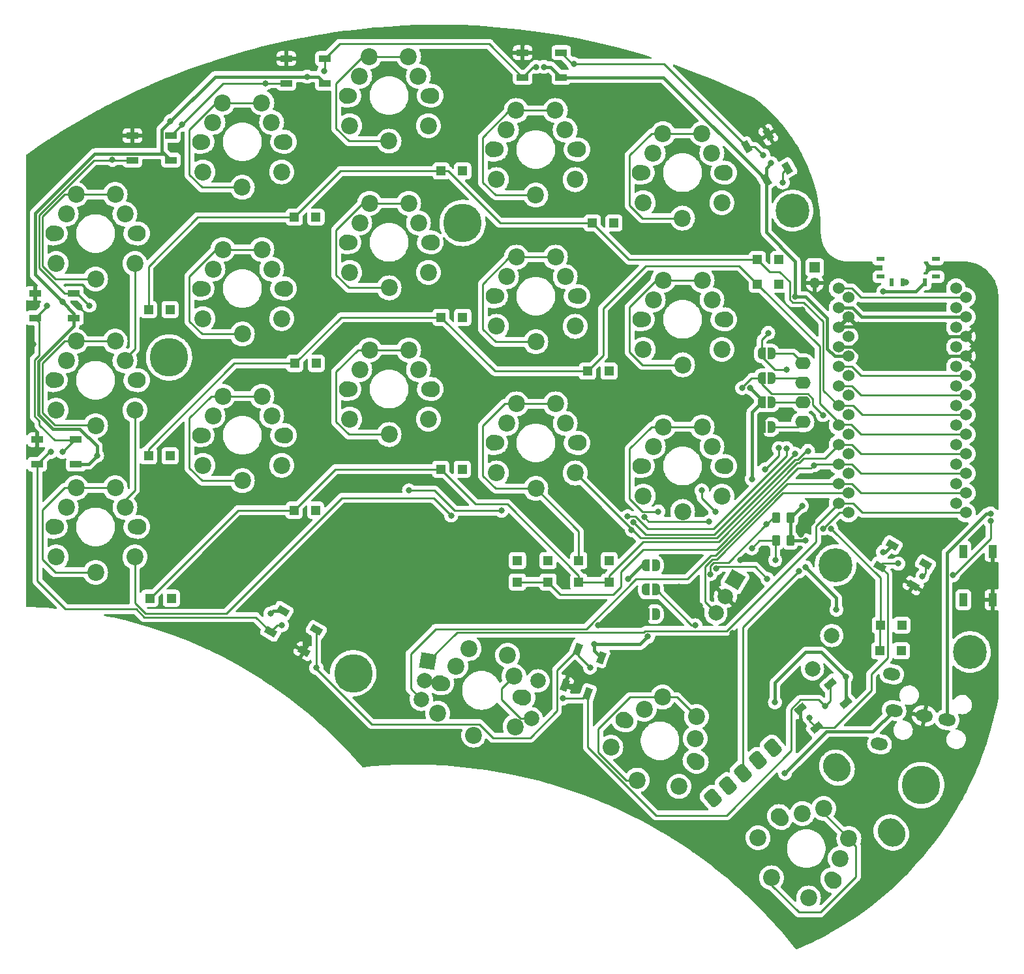
<source format=gbr>
G04 #@! TF.GenerationSoftware,KiCad,Pcbnew,(6.0.4-0)*
G04 #@! TF.CreationDate,2022-05-15T19:59:01-07:00*
G04 #@! TF.ProjectId,split_3x,73706c69-745f-4337-982e-6b696361645f,rev?*
G04 #@! TF.SameCoordinates,Original*
G04 #@! TF.FileFunction,Copper,L1,Top*
G04 #@! TF.FilePolarity,Positive*
%FSLAX46Y46*%
G04 Gerber Fmt 4.6, Leading zero omitted, Abs format (unit mm)*
G04 Created by KiCad (PCBNEW (6.0.4-0)) date 2022-05-15 19:59:01*
%MOMM*%
%LPD*%
G01*
G04 APERTURE LIST*
G04 Aperture macros list*
%AMRoundRect*
0 Rectangle with rounded corners*
0 $1 Rounding radius*
0 $2 $3 $4 $5 $6 $7 $8 $9 X,Y pos of 4 corners*
0 Add a 4 corners polygon primitive as box body*
4,1,4,$2,$3,$4,$5,$6,$7,$8,$9,$2,$3,0*
0 Add four circle primitives for the rounded corners*
1,1,$1+$1,$2,$3*
1,1,$1+$1,$4,$5*
1,1,$1+$1,$6,$7*
1,1,$1+$1,$8,$9*
0 Add four rect primitives between the rounded corners*
20,1,$1+$1,$2,$3,$4,$5,0*
20,1,$1+$1,$4,$5,$6,$7,0*
20,1,$1+$1,$6,$7,$8,$9,0*
20,1,$1+$1,$8,$9,$2,$3,0*%
%AMHorizOval*
0 Thick line with rounded ends*
0 $1 width*
0 $2 $3 position (X,Y) of the first rounded end (center of the circle)*
0 $4 $5 position (X,Y) of the second rounded end (center of the circle)*
0 Add line between two ends*
20,1,$1,$2,$3,$4,$5,0*
0 Add two circle primitives to create the rounded ends*
1,1,$1,$2,$3*
1,1,$1,$4,$5*%
%AMRotRect*
0 Rectangle, with rotation*
0 The origin of the aperture is its center*
0 $1 length*
0 $2 width*
0 $3 Rotation angle, in degrees counterclockwise*
0 Add horizontal line*
21,1,$1,$2,0,0,$3*%
%AMFreePoly0*
4,1,22,0.500000,-0.750000,0.000000,-0.750000,0.000000,-0.745033,-0.079941,-0.743568,-0.215256,-0.701293,-0.333266,-0.622738,-0.424486,-0.514219,-0.481581,-0.384460,-0.499164,-0.250000,-0.500000,-0.250000,-0.500000,0.250000,-0.499164,0.250000,-0.499963,0.256109,-0.478152,0.396186,-0.417904,0.524511,-0.324060,0.630769,-0.204165,0.706417,-0.067858,0.745374,0.000000,0.744959,0.000000,0.750000,
0.500000,0.750000,0.500000,-0.750000,0.500000,-0.750000,$1*%
%AMFreePoly1*
4,1,20,0.000000,0.744959,0.073905,0.744508,0.209726,0.703889,0.328688,0.626782,0.421226,0.519385,0.479903,0.390333,0.500000,0.250000,0.500000,-0.250000,0.499851,-0.262216,0.476331,-0.402017,0.414519,-0.529596,0.319384,-0.634700,0.198574,-0.708877,0.061801,-0.746166,0.000000,-0.745033,0.000000,-0.750000,-0.500000,-0.750000,-0.500000,0.750000,0.000000,0.750000,0.000000,0.744959,
0.000000,0.744959,$1*%
G04 Aperture macros list end*
G04 #@! TA.AperFunction,ComponentPad*
%ADD10O,2.000000X1.600000*%
G04 #@! TD*
G04 #@! TA.AperFunction,ComponentPad*
%ADD11R,1.200000X1.200000*%
G04 #@! TD*
G04 #@! TA.AperFunction,SMDPad,CuDef*
%ADD12FreePoly0,0.000000*%
G04 #@! TD*
G04 #@! TA.AperFunction,SMDPad,CuDef*
%ADD13FreePoly1,0.000000*%
G04 #@! TD*
G04 #@! TA.AperFunction,WasherPad*
%ADD14C,2.100000*%
G04 #@! TD*
G04 #@! TA.AperFunction,WasherPad*
%ADD15C,1.900000*%
G04 #@! TD*
G04 #@! TA.AperFunction,ComponentPad*
%ADD16C,2.200000*%
G04 #@! TD*
G04 #@! TA.AperFunction,SMDPad,CuDef*
%ADD17RoundRect,0.249998X0.262502X0.450002X-0.262502X0.450002X-0.262502X-0.450002X0.262502X-0.450002X0*%
G04 #@! TD*
G04 #@! TA.AperFunction,SMDPad,CuDef*
%ADD18R,1.000000X1.700000*%
G04 #@! TD*
G04 #@! TA.AperFunction,ComponentPad*
%ADD19C,1.524000*%
G04 #@! TD*
G04 #@! TA.AperFunction,ComponentPad*
%ADD20C,0.700000*%
G04 #@! TD*
G04 #@! TA.AperFunction,ComponentPad*
%ADD21C,4.400000*%
G04 #@! TD*
G04 #@! TA.AperFunction,ComponentPad*
%ADD22RotRect,2.000000X2.000000X330.000000*%
G04 #@! TD*
G04 #@! TA.AperFunction,ComponentPad*
%ADD23C,2.000000*%
G04 #@! TD*
G04 #@! TA.AperFunction,ComponentPad*
%ADD24RotRect,2.000000X2.000000X350.000000*%
G04 #@! TD*
G04 #@! TA.AperFunction,ComponentPad*
%ADD25C,5.000000*%
G04 #@! TD*
G04 #@! TA.AperFunction,ComponentPad*
%ADD26HorizOval,1.600000X-0.295442X0.052094X0.295442X-0.052094X0*%
G04 #@! TD*
G04 #@! TA.AperFunction,SMDPad,CuDef*
%ADD27RotRect,0.899160X1.501140X310.000000*%
G04 #@! TD*
G04 #@! TA.AperFunction,SMDPad,CuDef*
%ADD28RotRect,0.899160X1.501140X340.000000*%
G04 #@! TD*
G04 #@! TA.AperFunction,SMDPad,CuDef*
%ADD29RotRect,0.899160X1.501140X60.000000*%
G04 #@! TD*
G04 #@! TA.AperFunction,SMDPad,CuDef*
%ADD30R,1.501140X0.899160*%
G04 #@! TD*
G04 #@! TA.AperFunction,SMDPad,CuDef*
%ADD31RotRect,0.899160X1.501140X210.000000*%
G04 #@! TD*
G04 #@! TA.AperFunction,ComponentPad*
%ADD32R,1.350000X1.350000*%
G04 #@! TD*
G04 #@! TA.AperFunction,ComponentPad*
%ADD33O,1.350000X1.350000*%
G04 #@! TD*
G04 #@! TA.AperFunction,SMDPad,CuDef*
%ADD34R,1.000000X0.600000*%
G04 #@! TD*
G04 #@! TA.AperFunction,SMDPad,CuDef*
%ADD35R,1.100000X0.600000*%
G04 #@! TD*
G04 #@! TA.AperFunction,SMDPad,CuDef*
%ADD36R,0.600000X1.000000*%
G04 #@! TD*
G04 #@! TA.AperFunction,ComponentPad*
%ADD37RoundRect,0.425000X0.759451X-0.243895X-0.108313X0.790265X-0.759451X0.243895X0.108313X-0.790265X0*%
G04 #@! TD*
G04 #@! TA.AperFunction,ComponentPad*
%ADD38RoundRect,0.425000X0.108313X-0.790265X0.759451X-0.243895X-0.108313X0.790265X-0.759451X0.243895X0*%
G04 #@! TD*
G04 #@! TA.AperFunction,ComponentPad*
%ADD39HorizOval,3.300000X-0.160697X0.191511X0.160697X-0.191511X0*%
G04 #@! TD*
G04 #@! TA.AperFunction,ViaPad*
%ADD40C,0.800000*%
G04 #@! TD*
G04 #@! TA.AperFunction,Conductor*
%ADD41C,0.250000*%
G04 #@! TD*
G04 #@! TA.AperFunction,Conductor*
%ADD42C,0.381000*%
G04 #@! TD*
G04 APERTURE END LIST*
D10*
G04 #@! TO.P,Brd1,1*
G04 #@! TO.N,Net-(Brd1-Pad1)*
X179106250Y-94107500D03*
G04 #@! TO.P,Brd1,2*
G04 #@! TO.N,Net-(Brd1-Pad2)*
X179106250Y-91567500D03*
G04 #@! TO.P,Brd1,3*
G04 #@! TO.N,Net-(Brd1-Pad3)*
X179106250Y-89027500D03*
G04 #@! TO.P,Brd1,4*
G04 #@! TO.N,Net-(Brd1-Pad4)*
X179106250Y-86487500D03*
G04 #@! TD*
D11*
G04 #@! TO.P,D3,1*
G04 #@! TO.N,row2*
X94350000Y-117000000D03*
G04 #@! TO.P,D3,2*
G04 #@! TO.N,Net-(D3-Pad2)*
X97150000Y-117000000D03*
G04 #@! TD*
D12*
G04 #@! TO.P,JP1,1*
G04 #@! TO.N,sda*
X173781250Y-85225000D03*
D13*
G04 #@! TO.P,JP1,2*
G04 #@! TO.N,Net-(Brd1-Pad4)*
X175081250Y-85225000D03*
G04 #@! TD*
D12*
G04 #@! TO.P,JP2,1*
G04 #@! TO.N,scl*
X173781250Y-88400000D03*
D13*
G04 #@! TO.P,JP2,2*
G04 #@! TO.N,Net-(Brd1-Pad3)*
X175081250Y-88400000D03*
G04 #@! TD*
D12*
G04 #@! TO.P,JP3,1*
G04 #@! TO.N,power*
X173781250Y-91575000D03*
D13*
G04 #@! TO.P,JP3,2*
G04 #@! TO.N,Net-(Brd1-Pad2)*
X175081250Y-91575000D03*
G04 #@! TD*
D12*
G04 #@! TO.P,JP4,1*
G04 #@! TO.N,ground*
X173781250Y-94750000D03*
D13*
G04 #@! TO.P,JP4,2*
G04 #@! TO.N,Net-(Brd1-Pad1)*
X175081250Y-94750000D03*
G04 #@! TD*
D14*
G04 #@! TO.P,MX1,*
G04 #@! TO.N,*
X92805650Y-69642350D03*
D15*
X92385650Y-69642350D03*
X82225650Y-69642350D03*
D14*
X81805650Y-69642350D03*
D16*
G04 #@! TO.P,MX1,1*
G04 #@! TO.N,col0*
X83495650Y-67102350D03*
X91115650Y-67102350D03*
X92405650Y-73542350D03*
X82205650Y-73542350D03*
G04 #@! TO.P,MX1,2*
G04 #@! TO.N,Net-(D1-Pad2)*
X84765650Y-64562350D03*
X87305650Y-75542350D03*
X89845650Y-64562350D03*
G04 #@! TD*
D15*
G04 #@! TO.P,MX2,*
G04 #@! TO.N,*
X92385650Y-88693750D03*
D14*
X81805650Y-88693750D03*
X92805650Y-88693750D03*
D15*
X82225650Y-88693750D03*
D16*
G04 #@! TO.P,MX2,1*
G04 #@! TO.N,col0*
X91115650Y-86153750D03*
X83495650Y-86153750D03*
X92405650Y-92593750D03*
X82205650Y-92593750D03*
G04 #@! TO.P,MX2,2*
G04 #@! TO.N,Net-(D2-Pad2)*
X89845650Y-83613750D03*
X84765650Y-83613750D03*
X87305650Y-94593750D03*
G04 #@! TD*
D14*
G04 #@! TO.P,MX3,*
G04 #@! TO.N,*
X92812500Y-107743750D03*
X81812500Y-107743750D03*
D15*
X82232500Y-107743750D03*
X92392500Y-107743750D03*
D16*
G04 #@! TO.P,MX3,1*
G04 #@! TO.N,col0*
X91122500Y-105203750D03*
X92412500Y-111643750D03*
X82212500Y-111643750D03*
X83502500Y-105203750D03*
G04 #@! TO.P,MX3,2*
G04 #@! TO.N,Net-(D3-Pad2)*
X87312500Y-113643750D03*
X84772500Y-102663750D03*
X89852500Y-102663750D03*
G04 #@! TD*
D14*
G04 #@! TO.P,MX4,*
G04 #@! TO.N,*
X111854450Y-57736100D03*
X100854450Y-57736100D03*
D15*
X101274450Y-57736100D03*
X111434450Y-57736100D03*
D16*
G04 #@! TO.P,MX4,1*
G04 #@! TO.N,col1*
X101254450Y-61636100D03*
X110164450Y-55196100D03*
X111454450Y-61636100D03*
X102544450Y-55196100D03*
G04 #@! TO.P,MX4,2*
G04 #@! TO.N,Net-(D4-Pad2)*
X108894450Y-52656100D03*
X106354450Y-63636100D03*
X103814450Y-52656100D03*
G04 #@! TD*
D14*
G04 #@! TO.P,MX5,*
G04 #@! TO.N,*
X100862500Y-76787500D03*
D15*
X101282500Y-76787500D03*
X111442500Y-76787500D03*
D14*
X111862500Y-76787500D03*
D16*
G04 #@! TO.P,MX5,1*
G04 #@! TO.N,col1*
X110172500Y-74247500D03*
X111462500Y-80687500D03*
X101262500Y-80687500D03*
X102552500Y-74247500D03*
G04 #@! TO.P,MX5,2*
G04 #@! TO.N,Net-(D5-Pad2)*
X106362500Y-82687500D03*
X103822500Y-71707500D03*
X108902500Y-71707500D03*
G04 #@! TD*
D15*
G04 #@! TO.P,MX6,*
G04 #@! TO.N,*
X101282500Y-95837500D03*
X111442500Y-95837500D03*
D14*
X100862500Y-95837500D03*
X111862500Y-95837500D03*
D16*
G04 #@! TO.P,MX6,1*
G04 #@! TO.N,col1*
X102552500Y-93297500D03*
X101262500Y-99737500D03*
X110172500Y-93297500D03*
X111462500Y-99737500D03*
G04 #@! TO.P,MX6,2*
G04 #@! TO.N,Net-(D6-Pad2)*
X106362500Y-101737500D03*
X108902500Y-90757500D03*
X103822500Y-90757500D03*
G04 #@! TD*
D15*
G04 #@! TO.P,MX7,*
G04 #@! TO.N,*
X120323250Y-51736100D03*
X130483250Y-51736100D03*
D14*
X119903250Y-51736100D03*
X130903250Y-51736100D03*
D16*
G04 #@! TO.P,MX7,1*
G04 #@! TO.N,col2*
X130503250Y-55636100D03*
X120303250Y-55636100D03*
X129213250Y-49196100D03*
X121593250Y-49196100D03*
G04 #@! TO.P,MX7,2*
G04 #@! TO.N,Net-(D8-Pad2)*
X122863250Y-46656100D03*
X127943250Y-46656100D03*
X125403250Y-57636100D03*
G04 #@! TD*
D15*
G04 #@! TO.P,MX8,*
G04 #@! TO.N,*
X120332500Y-70787500D03*
D14*
X130912500Y-70787500D03*
D15*
X130492500Y-70787500D03*
D14*
X119912500Y-70787500D03*
D16*
G04 #@! TO.P,MX8,1*
G04 #@! TO.N,col2*
X121602500Y-68247500D03*
X129222500Y-68247500D03*
X130512500Y-74687500D03*
X120312500Y-74687500D03*
G04 #@! TO.P,MX8,2*
G04 #@! TO.N,Net-(D9-Pad2)*
X122872500Y-65707500D03*
X125412500Y-76687500D03*
X127952500Y-65707500D03*
G04 #@! TD*
D15*
G04 #@! TO.P,MX9,*
G04 #@! TO.N,*
X120332500Y-89837500D03*
X130492500Y-89837500D03*
D14*
X119912500Y-89837500D03*
X130912500Y-89837500D03*
D16*
G04 #@! TO.P,MX9,1*
G04 #@! TO.N,col2*
X121602500Y-87297500D03*
X130512500Y-93737500D03*
X129222500Y-87297500D03*
X120312500Y-93737500D03*
G04 #@! TO.P,MX9,2*
G04 #@! TO.N,Net-(D10-Pad2)*
X127952500Y-84757500D03*
X122872500Y-84757500D03*
X125412500Y-95737500D03*
G04 #@! TD*
D14*
G04 #@! TO.P,MX10,*
G04 #@! TO.N,*
X142828943Y-129923815D03*
D15*
X142415323Y-129850883D03*
D14*
X131996057Y-128013685D03*
D15*
X132409677Y-128086617D03*
D16*
G04 #@! TO.P,MX10,1*
G04 #@! TO.N,col2*
X141757792Y-133695106D03*
X134101449Y-125805739D03*
X131712753Y-131923895D03*
X141605684Y-127128938D03*
G04 #@! TO.P,MX10,2*
G04 #@! TO.N,enc1row*
X136387976Y-134779116D03*
X140796044Y-124406993D03*
X135793221Y-123524860D03*
G04 #@! TD*
D15*
G04 #@! TO.P,MX11,*
G04 #@! TO.N,*
X149532050Y-58736100D03*
D14*
X138952050Y-58736100D03*
D15*
X139372050Y-58736100D03*
D14*
X149952050Y-58736100D03*
D16*
G04 #@! TO.P,MX11,1*
G04 #@! TO.N,col3*
X139352050Y-62636100D03*
X140642050Y-56196100D03*
X148262050Y-56196100D03*
X149552050Y-62636100D03*
G04 #@! TO.P,MX11,2*
G04 #@! TO.N,Net-(D12-Pad2)*
X141912050Y-53656100D03*
X144452050Y-64636100D03*
X146992050Y-53656100D03*
G04 #@! TD*
D14*
G04 #@! TO.P,MX12,*
G04 #@! TO.N,*
X149962500Y-77787500D03*
D15*
X139382500Y-77787500D03*
X149542500Y-77787500D03*
D14*
X138962500Y-77787500D03*
D16*
G04 #@! TO.P,MX12,1*
G04 #@! TO.N,col3*
X139362500Y-81687500D03*
X148272500Y-75247500D03*
X140652500Y-75247500D03*
X149562500Y-81687500D03*
G04 #@! TO.P,MX12,2*
G04 #@! TO.N,Net-(D13-Pad2)*
X141922500Y-72707500D03*
X147002500Y-72707500D03*
X144462500Y-83687500D03*
G04 #@! TD*
D15*
G04 #@! TO.P,MX13,*
G04 #@! TO.N,*
X139382500Y-96837500D03*
D14*
X138962500Y-96837500D03*
X149962500Y-96837500D03*
D15*
X149542500Y-96837500D03*
D16*
G04 #@! TO.P,MX13,1*
G04 #@! TO.N,col3*
X140652500Y-94297500D03*
X139362500Y-100737500D03*
X149562500Y-100737500D03*
X148272500Y-94297500D03*
G04 #@! TO.P,MX13,2*
G04 #@! TO.N,Net-(D14-Pad2)*
X141922500Y-91757500D03*
X147002500Y-91757500D03*
X144462500Y-102737500D03*
G04 #@! TD*
D14*
G04 #@! TO.P,MX14,*
G04 #@! TO.N,*
X155805610Y-132762500D03*
X165331890Y-138262500D03*
D15*
X156169341Y-132972500D03*
X164968159Y-138052500D03*
D16*
G04 #@! TO.P,MX14,1*
G04 #@! TO.N,col3*
X154202020Y-136339999D03*
X158539193Y-131407795D03*
X163035480Y-141439999D03*
X165138307Y-135217795D03*
G04 #@! TO.P,MX14,2*
G04 #@! TO.N,Net-(D15-Pad2)*
X165308455Y-132383091D03*
X157618750Y-140622050D03*
X160909045Y-129843091D03*
G04 #@! TD*
D14*
G04 #@! TO.P,MX15,*
G04 #@! TO.N,*
X169000850Y-61736100D03*
D15*
X158420850Y-61736100D03*
X168580850Y-61736100D03*
D14*
X158000850Y-61736100D03*
D16*
G04 #@! TO.P,MX15,1*
G04 #@! TO.N,col4*
X167310850Y-59196100D03*
X159690850Y-59196100D03*
X158400850Y-65636100D03*
X168600850Y-65636100D03*
G04 #@! TO.P,MX15,2*
G04 #@! TO.N,Net-(D16-Pad2)*
X166040850Y-56656100D03*
X160960850Y-56656100D03*
X163500850Y-67636100D03*
G04 #@! TD*
D14*
G04 #@! TO.P,MX16,*
G04 #@! TO.N,*
X158012500Y-80787500D03*
D15*
X168592500Y-80787500D03*
X158432500Y-80787500D03*
D14*
X169012500Y-80787500D03*
D16*
G04 #@! TO.P,MX16,1*
G04 #@! TO.N,col4*
X167322500Y-78247500D03*
X159702500Y-78247500D03*
X168612500Y-84687500D03*
X158412500Y-84687500D03*
G04 #@! TO.P,MX16,2*
G04 #@! TO.N,Net-(D17-Pad2)*
X163512500Y-86687500D03*
X160972500Y-75707500D03*
X166052500Y-75707500D03*
G04 #@! TD*
D15*
G04 #@! TO.P,MX17,*
G04 #@! TO.N,*
X158432500Y-99837500D03*
D14*
X169012500Y-99837500D03*
X158012500Y-99837500D03*
D15*
X168592500Y-99837500D03*
D16*
G04 #@! TO.P,MX17,1*
G04 #@! TO.N,col4*
X159702500Y-97297500D03*
X168612500Y-103737500D03*
X158412500Y-103737500D03*
X167322500Y-97297500D03*
G04 #@! TO.P,MX17,2*
G04 #@! TO.N,Net-(D18-Pad2)*
X166052500Y-94757500D03*
X160972500Y-94757500D03*
X163512500Y-105737500D03*
G04 #@! TD*
D14*
G04 #@! TO.P,MX18,*
G04 #@! TO.N,*
X176033418Y-145299256D03*
D15*
X176303389Y-145620994D03*
D14*
X183104082Y-153725744D03*
D15*
X182834111Y-153404006D03*
D16*
G04 #@! TO.P,MX18,1*
G04 #@! TO.N,col4*
X183963524Y-150798449D03*
X179859393Y-155926198D03*
X179065482Y-144961190D03*
X173302960Y-148112545D03*
G04 #@! TO.P,MX18,2*
G04 #@! TO.N,Net-(D19-Pad2)*
X185092936Y-148192892D03*
X175049088Y-153304947D03*
X181827575Y-144301386D03*
G04 #@! TD*
D17*
G04 #@! TO.P,R1,1*
G04 #@! TO.N,power*
X177481250Y-106512500D03*
G04 #@! TO.P,R1,2*
G04 #@! TO.N,sda*
X175656250Y-106512500D03*
G04 #@! TD*
G04 #@! TO.P,R2,1*
G04 #@! TO.N,power*
X177481250Y-109512500D03*
G04 #@! TO.P,R2,2*
G04 #@! TO.N,scl*
X175656250Y-109512500D03*
G04 #@! TD*
D18*
G04 #@! TO.P,SW1,1*
G04 #@! TO.N,reset*
X199943750Y-110900000D03*
X199943750Y-117200000D03*
G04 #@! TO.P,SW1,2*
G04 #@! TO.N,ground*
X203743750Y-117200000D03*
X203743750Y-110900000D03*
G04 #@! TD*
D19*
G04 #@! TO.P,U1,1*
G04 #@! TO.N,leds*
X200287565Y-77938245D03*
X183748750Y-76742500D03*
G04 #@! TO.P,U1,2*
G04 #@! TO.N,connection*
X200287565Y-80478245D03*
X183748750Y-79282500D03*
G04 #@! TO.P,U1,3*
G04 #@! TO.N,ground*
X183748750Y-81822500D03*
X200287565Y-83018245D03*
G04 #@! TO.P,U1,4*
X200287565Y-85558245D03*
X183748750Y-84362500D03*
G04 #@! TO.P,U1,5*
G04 #@! TO.N,sda*
X183748750Y-86902500D03*
X200287565Y-88098245D03*
G04 #@! TO.P,U1,6*
G04 #@! TO.N,scl*
X183748750Y-89442500D03*
X200287565Y-90638245D03*
G04 #@! TO.P,U1,7*
G04 #@! TO.N,row0*
X183748750Y-91982500D03*
X200287565Y-93178245D03*
G04 #@! TO.P,U1,8*
G04 #@! TO.N,row1*
X183748750Y-94522500D03*
X200287565Y-95718245D03*
G04 #@! TO.P,U1,9*
G04 #@! TO.N,row2*
X200287565Y-98258245D03*
X183748750Y-97062500D03*
G04 #@! TO.P,U1,10*
G04 #@! TO.N,row3*
X200287565Y-100798245D03*
X183748750Y-99602500D03*
G04 #@! TO.P,U1,11*
G04 #@! TO.N,enc1da*
X183748750Y-102142500D03*
X200287565Y-103338245D03*
G04 #@! TO.P,U1,12*
G04 #@! TO.N,enc1db*
X183748750Y-104682500D03*
X200287565Y-105878245D03*
G04 #@! TO.P,U1,13*
G04 #@! TO.N,enc0db*
X185047565Y-105878245D03*
X198988750Y-104682500D03*
G04 #@! TO.P,U1,14*
G04 #@! TO.N,enc0da*
X198988750Y-102142500D03*
X185047565Y-103338245D03*
G04 #@! TO.P,U1,15*
G04 #@! TO.N,Net-(U1-Pad15)*
X198988750Y-99602500D03*
X185047565Y-100798245D03*
G04 #@! TO.P,U1,16*
G04 #@! TO.N,col4*
X185047565Y-98258245D03*
X198988750Y-97062500D03*
G04 #@! TO.P,U1,17*
G04 #@! TO.N,col3*
X198988750Y-94522500D03*
X185047565Y-95718245D03*
G04 #@! TO.P,U1,18*
G04 #@! TO.N,col2*
X198988750Y-91982500D03*
X185047565Y-93178245D03*
G04 #@! TO.P,U1,19*
G04 #@! TO.N,col1*
X198988750Y-89442500D03*
X185047565Y-90638245D03*
G04 #@! TO.P,U1,20*
G04 #@! TO.N,col0*
X185047565Y-88098245D03*
X198988750Y-86902500D03*
G04 #@! TO.P,U1,21*
G04 #@! TO.N,power*
X198988750Y-84362500D03*
X185047565Y-85558245D03*
G04 #@! TO.P,U1,22*
G04 #@! TO.N,reset*
X198988750Y-81822500D03*
X185047565Y-83018245D03*
G04 #@! TO.P,U1,23*
G04 #@! TO.N,ground*
X198988750Y-79282500D03*
X185047565Y-80478245D03*
G04 #@! TO.P,U1,24*
G04 #@! TO.N,raw*
X198988750Y-76742500D03*
X185047565Y-77938245D03*
G04 #@! TD*
D20*
G04 #@! TO.P, ,1*
G04 #@! TO.N,N/C*
X182189524Y-113879226D03*
X185006250Y-112712500D03*
X184522976Y-111545774D03*
X183356250Y-111062500D03*
X181706250Y-112712500D03*
D21*
X183356250Y-112712500D03*
D20*
X182189524Y-111545774D03*
X183356250Y-114362500D03*
X184522976Y-113879226D03*
G04 #@! TD*
G04 #@! TO.P, ,1*
G04 #@! TO.N,N/C*
X199168750Y-124000000D03*
X200818750Y-125650000D03*
X201985476Y-122833274D03*
X199652024Y-122833274D03*
D21*
X200818750Y-124000000D03*
D20*
X202468750Y-124000000D03*
X201985476Y-125166726D03*
X200818750Y-122350000D03*
X199652024Y-125166726D03*
G04 #@! TD*
D22*
G04 #@! TO.P,SW3,A*
G04 #@! TO.N,enc0db*
X170323559Y-114597436D03*
D23*
G04 #@! TO.P,SW3,B*
G04 #@! TO.N,enc0da*
X167823559Y-118927564D03*
G04 #@! TO.P,SW3,C*
G04 #@! TO.N,ground*
X169073559Y-116762500D03*
G04 #@! TO.P,SW3,S1*
G04 #@! TO.N,col1*
X180380928Y-126177564D03*
G04 #@! TO.P,SW3,S2*
G04 #@! TO.N,enc0row*
X182880928Y-121847436D03*
G04 #@! TD*
D24*
G04 #@! TO.P,SW4,A*
G04 #@! TO.N,enc1db*
X130460562Y-125204369D03*
D23*
G04 #@! TO.P,SW4,B*
G04 #@! TO.N,enc1da*
X129592321Y-130128408D03*
G04 #@! TO.P,SW4,C*
G04 #@! TO.N,ground*
X130026442Y-127666389D03*
G04 #@! TO.P,SW4,S1*
G04 #@! TO.N,col2*
X143872034Y-132646307D03*
G04 #@! TO.P,SW4,S2*
G04 #@! TO.N,enc1row*
X144740275Y-127722268D03*
G04 #@! TD*
D25*
G04 #@! TO.P,REF\u002A\u002A,*
G04 #@! TO.N,*
X96837500Y-85725000D03*
G04 #@! TD*
G04 #@! TO.P,REF\u002A\u002A,*
G04 #@! TO.N,*
X134937500Y-68262500D03*
G04 #@! TD*
G04 #@! TO.P,REF\u002A\u002A,*
G04 #@! TO.N,*
X120750000Y-126750000D03*
G04 #@! TD*
G04 #@! TO.P,REF\u002A\u002A,*
G04 #@! TO.N,*
X194468750Y-141287500D03*
G04 #@! TD*
D20*
G04 #@! TO.P, ,1*
G04 #@! TO.N,N/C*
X176633274Y-65508274D03*
X177800000Y-65025000D03*
X178966726Y-65508274D03*
X176633274Y-67841726D03*
X176150000Y-66675000D03*
D21*
X177800000Y-66675000D03*
D20*
X178966726Y-67841726D03*
X177800000Y-68325000D03*
X179450000Y-66675000D03*
G04 #@! TD*
D26*
G04 #@! TO.P,U2,1*
G04 #@! TO.N,Net-(U2-Pad1)*
X189072891Y-135917891D03*
X190670454Y-126857660D03*
G04 #@! TO.P,U2,2*
G04 #@! TO.N,power*
X190954961Y-131578789D03*
G04 #@! TO.P,U2,3*
G04 #@! TO.N,ground*
X194894192Y-132273381D03*
G04 #@! TO.P,U2,4*
G04 #@! TO.N,connection*
X197848615Y-132794326D03*
G04 #@! TD*
D27*
G04 #@! TO.P,D20,1*
G04 #@! TO.N,power*
X184711960Y-130588017D03*
G04 #@! TO.P,D20,2*
G04 #@! TO.N,Net-(D20-Pad2)*
X182654782Y-128136368D03*
G04 #@! TO.P,D20,3*
G04 #@! TO.N,ground*
X178825540Y-131349483D03*
G04 #@! TO.P,D20,4*
G04 #@! TO.N,Net-(D20-Pad4)*
X180882718Y-133801132D03*
G04 #@! TD*
D28*
G04 #@! TO.P,D21,1*
G04 #@! TO.N,power*
X152927278Y-124711170D03*
G04 #@! TO.P,D21,2*
G04 #@! TO.N,Net-(D21-Pad2)*
X149919885Y-123616569D03*
G04 #@! TO.P,D21,3*
G04 #@! TO.N,ground*
X148210222Y-128313830D03*
G04 #@! TO.P,D21,4*
G04 #@! TO.N,Net-(D20-Pad2)*
X151217615Y-129408431D03*
G04 #@! TD*
D29*
G04 #@! TO.P,D22,1*
G04 #@! TO.N,power*
X111635591Y-118614506D03*
G04 #@! TO.P,D22,2*
G04 #@! TO.N,Net-(D22-Pad2)*
X110035391Y-121386134D03*
G04 #@! TO.P,D22,3*
G04 #@! TO.N,ground*
X114364409Y-123885494D03*
G04 #@! TO.P,D22,4*
G04 #@! TO.N,Net-(D21-Pad2)*
X115964609Y-121113866D03*
G04 #@! TD*
D30*
G04 #@! TO.P,D23,1*
G04 #@! TO.N,power*
X84749360Y-99600200D03*
G04 #@! TO.P,D23,2*
G04 #@! TO.N,Net-(D23-Pad2)*
X84749360Y-96399800D03*
G04 #@! TO.P,D23,3*
G04 #@! TO.N,ground*
X79750640Y-96399800D03*
G04 #@! TO.P,D23,4*
G04 #@! TO.N,Net-(D22-Pad2)*
X79750640Y-99600200D03*
G04 #@! TD*
G04 #@! TO.P,D24,1*
G04 #@! TO.N,power*
X84499360Y-80600200D03*
G04 #@! TO.P,D24,2*
G04 #@! TO.N,Net-(D24-Pad2)*
X84499360Y-77399800D03*
G04 #@! TO.P,D24,3*
G04 #@! TO.N,ground*
X79500640Y-77399800D03*
G04 #@! TO.P,D24,4*
G04 #@! TO.N,Net-(D23-Pad2)*
X79500640Y-80600200D03*
G04 #@! TD*
G04 #@! TO.P,D25,1*
G04 #@! TO.N,power*
X97068110Y-60112700D03*
G04 #@! TO.P,D25,2*
G04 #@! TO.N,Net-(D25-Pad2)*
X97068110Y-56912300D03*
G04 #@! TO.P,D25,3*
G04 #@! TO.N,ground*
X92069390Y-56912300D03*
G04 #@! TO.P,D25,4*
G04 #@! TO.N,Net-(D24-Pad2)*
X92069390Y-60112700D03*
G04 #@! TD*
G04 #@! TO.P,D26,1*
G04 #@! TO.N,power*
X117068110Y-50112700D03*
G04 #@! TO.P,D26,2*
G04 #@! TO.N,Net-(D26-Pad2)*
X117068110Y-46912300D03*
G04 #@! TO.P,D26,3*
G04 #@! TO.N,ground*
X112069390Y-46912300D03*
G04 #@! TO.P,D26,4*
G04 #@! TO.N,Net-(D25-Pad2)*
X112069390Y-50112700D03*
G04 #@! TD*
G04 #@! TO.P,D27,1*
G04 #@! TO.N,power*
X147749360Y-49350200D03*
G04 #@! TO.P,D27,2*
G04 #@! TO.N,Net-(D27-Pad2)*
X147749360Y-46149800D03*
G04 #@! TO.P,D27,3*
G04 #@! TO.N,ground*
X142750640Y-46149800D03*
G04 #@! TO.P,D27,4*
G04 #@! TO.N,Net-(D26-Pad2)*
X142750640Y-49350200D03*
G04 #@! TD*
D31*
G04 #@! TO.P,D28,1*
G04 #@! TO.N,power*
X174363866Y-62714609D03*
G04 #@! TO.P,D28,2*
G04 #@! TO.N,Net-(D28-Pad2)*
X177135494Y-61114409D03*
G04 #@! TO.P,D28,3*
G04 #@! TO.N,ground*
X174636134Y-56785391D03*
G04 #@! TO.P,D28,4*
G04 #@! TO.N,Net-(D27-Pad2)*
X171864506Y-58385591D03*
G04 #@! TD*
D29*
G04 #@! TO.P,D29,1*
G04 #@! TO.N,power*
X190723091Y-110077006D03*
G04 #@! TO.P,D29,2*
G04 #@! TO.N,Net-(D20-Pad4)*
X189122891Y-112848634D03*
G04 #@! TO.P,D29,3*
G04 #@! TO.N,ground*
X193451909Y-115347994D03*
G04 #@! TO.P,D29,4*
G04 #@! TO.N,leds*
X195052109Y-112576366D03*
G04 #@! TD*
D11*
G04 #@! TO.P,D1,1*
G04 #@! TO.N,row0*
X94168750Y-79512500D03*
G04 #@! TO.P,D1,2*
G04 #@! TO.N,Net-(D1-Pad2)*
X96968750Y-79512500D03*
G04 #@! TD*
G04 #@! TO.P,D2,1*
G04 #@! TO.N,row1*
X94168750Y-98512500D03*
G04 #@! TO.P,D2,2*
G04 #@! TO.N,Net-(D2-Pad2)*
X96968750Y-98512500D03*
G04 #@! TD*
G04 #@! TO.P,D4,1*
G04 #@! TO.N,row0*
X113118750Y-67512500D03*
G04 #@! TO.P,D4,2*
G04 #@! TO.N,Net-(D4-Pad2)*
X115918750Y-67512500D03*
G04 #@! TD*
G04 #@! TO.P,D5,1*
G04 #@! TO.N,row1*
X113168750Y-86512500D03*
G04 #@! TO.P,D5,2*
G04 #@! TO.N,Net-(D5-Pad2)*
X115968750Y-86512500D03*
G04 #@! TD*
G04 #@! TO.P,D6,1*
G04 #@! TO.N,row2*
X113087500Y-105568750D03*
G04 #@! TO.P,D6,2*
G04 #@! TO.N,Net-(D6-Pad2)*
X115887500Y-105568750D03*
G04 #@! TD*
G04 #@! TO.P,D7,1*
G04 #@! TO.N,row3*
X189168750Y-120512500D03*
G04 #@! TO.P,D7,2*
G04 #@! TO.N,enc0row*
X191968750Y-120512500D03*
G04 #@! TD*
G04 #@! TO.P,D8,1*
G04 #@! TO.N,row0*
X132168750Y-61512500D03*
G04 #@! TO.P,D8,2*
G04 #@! TO.N,Net-(D8-Pad2)*
X134968750Y-61512500D03*
G04 #@! TD*
G04 #@! TO.P,D9,1*
G04 #@! TO.N,row1*
X132168750Y-80512500D03*
G04 #@! TO.P,D9,2*
G04 #@! TO.N,Net-(D9-Pad2)*
X134968750Y-80512500D03*
G04 #@! TD*
G04 #@! TO.P,D10,1*
G04 #@! TO.N,row2*
X132100000Y-100250000D03*
G04 #@! TO.P,D10,2*
G04 #@! TO.N,Net-(D10-Pad2)*
X134900000Y-100250000D03*
G04 #@! TD*
G04 #@! TO.P,D11,1*
G04 #@! TO.N,row3*
X142081250Y-114906250D03*
G04 #@! TO.P,D11,2*
G04 #@! TO.N,enc1row*
X142081250Y-112106250D03*
G04 #@! TD*
G04 #@! TO.P,D12,1*
G04 #@! TO.N,row0*
X151793750Y-68262500D03*
G04 #@! TO.P,D12,2*
G04 #@! TO.N,Net-(D12-Pad2)*
X154593750Y-68262500D03*
G04 #@! TD*
G04 #@! TO.P,D13,1*
G04 #@! TO.N,row1*
X151168750Y-87512500D03*
G04 #@! TO.P,D13,2*
G04 #@! TO.N,Net-(D13-Pad2)*
X153968750Y-87512500D03*
G04 #@! TD*
G04 #@! TO.P,D14,1*
G04 #@! TO.N,row2*
X150018750Y-114906250D03*
G04 #@! TO.P,D14,2*
G04 #@! TO.N,Net-(D14-Pad2)*
X150018750Y-112106250D03*
G04 #@! TD*
G04 #@! TO.P,D15,1*
G04 #@! TO.N,row3*
X146050000Y-114906250D03*
G04 #@! TO.P,D15,2*
G04 #@! TO.N,Net-(D15-Pad2)*
X146050000Y-112106250D03*
G04 #@! TD*
G04 #@! TO.P,D16,1*
G04 #@! TO.N,row0*
X173225000Y-73025000D03*
G04 #@! TO.P,D16,2*
G04 #@! TO.N,Net-(D16-Pad2)*
X176025000Y-73025000D03*
G04 #@! TD*
G04 #@! TO.P,D17,1*
G04 #@! TO.N,row1*
X173225000Y-76200000D03*
G04 #@! TO.P,D17,2*
G04 #@! TO.N,Net-(D17-Pad2)*
X176025000Y-76200000D03*
G04 #@! TD*
G04 #@! TO.P,D18,1*
G04 #@! TO.N,row2*
X153987500Y-114906250D03*
G04 #@! TO.P,D18,2*
G04 #@! TO.N,Net-(D18-Pad2)*
X153987500Y-112106250D03*
G04 #@! TD*
G04 #@! TO.P,D19,1*
G04 #@! TO.N,row3*
X189100000Y-123825000D03*
G04 #@! TO.P,D19,2*
G04 #@! TO.N,Net-(D19-Pad2)*
X191900000Y-123825000D03*
G04 #@! TD*
D12*
G04 #@! TO.P,JP9,1*
G04 #@! TO.N,power*
X158750000Y-112712500D03*
D13*
G04 #@! TO.P,JP9,2*
G04 #@! TO.N,Net-(JP18-Pad2)*
X160050000Y-112712500D03*
G04 #@! TD*
D12*
G04 #@! TO.P,JP10,1*
G04 #@! TO.N,sda*
X158750000Y-115887500D03*
D13*
G04 #@! TO.P,JP10,2*
G04 #@! TO.N,Net-(JP10-Pad2)*
X160050000Y-115887500D03*
G04 #@! TD*
D12*
G04 #@! TO.P,JP13,1*
G04 #@! TO.N,ground*
X158750000Y-119062500D03*
D13*
G04 #@! TO.P,JP13,2*
G04 #@! TO.N,Net-(JP13-Pad2)*
X160050000Y-119062500D03*
G04 #@! TD*
D32*
G04 #@! TO.P,BT1,1*
G04 #@! TO.N,Net-(BT1-Pad1)*
X180682000Y-74052000D03*
D33*
G04 #@! TO.P,BT1,2*
G04 #@! TO.N,ground*
X180682000Y-76052000D03*
G04 #@! TD*
D34*
G04 #@! TO.P,SW6,*
G04 #@! TO.N,*
X189200000Y-75243000D03*
D35*
X189200000Y-72957000D03*
D34*
X196400000Y-72957000D03*
D35*
X196400000Y-75243000D03*
D36*
G04 #@! TO.P,SW6,1*
G04 #@! TO.N,Net-(BT1-Pad1)*
X195000000Y-75950000D03*
G04 #@! TO.P,SW6,2*
G04 #@! TO.N,raw*
X192100000Y-75950000D03*
G04 #@! TO.P,SW6,3*
G04 #@! TO.N,N/C*
X190600000Y-75950000D03*
G04 #@! TD*
D37*
G04 #@! TO.P,pim1,1*
G04 #@! TO.N,Net-(JP18-Pad2)*
X175217147Y-136423385D03*
D38*
G04 #@! TO.P,pim1,2*
G04 #@! TO.N,Net-(JP10-Pad2)*
X173271395Y-138056066D03*
G04 #@! TO.P,pim1,3*
G04 #@! TO.N,scl*
X171325642Y-139688746D03*
G04 #@! TO.P,pim1,4*
G04 #@! TO.N,Net-(JP15-Pad2)*
X169379889Y-141321427D03*
G04 #@! TO.P,pim1,5*
G04 #@! TO.N,Net-(JP13-Pad2)*
X167434136Y-142954107D03*
D39*
G04 #@! TO.P,pim1,8*
G04 #@! TO.N,N/C*
X190611317Y-147426426D03*
G04 #@! TO.P,pim1,9*
X183540654Y-138999937D03*
G04 #@! TD*
D40*
G04 #@! TO.N,Net-(Brd1-Pad2)*
X175081250Y-91575000D03*
G04 #@! TO.N,Net-(Brd1-Pad1)*
X175125000Y-94750000D03*
G04 #@! TO.N,Net-(Brd1-Pad3)*
X175125000Y-88400000D03*
G04 #@! TO.N,Net-(Brd1-Pad4)*
X175125000Y-85225000D03*
G04 #@! TO.N,row3*
X182781404Y-107962651D03*
X180565000Y-99725010D03*
G04 #@! TO.N,Net-(D18-Pad2)*
X160356250Y-105737500D03*
G04 #@! TO.N,power*
X172243750Y-89693750D03*
X172500000Y-101500000D03*
X83000000Y-78500000D03*
X145500000Y-48000000D03*
X97038679Y-55038679D03*
X176790491Y-139709509D03*
X175000000Y-60500000D03*
X184711960Y-127211960D03*
X175500000Y-130500000D03*
X110000000Y-119000000D03*
X183485763Y-118485763D03*
X156460164Y-114479862D03*
X179500000Y-109500000D03*
X114772619Y-49272619D03*
X178142000Y-77830000D03*
X179500000Y-113000000D03*
X189500000Y-111000000D03*
X152000000Y-123000000D03*
X87500000Y-98500000D03*
X159012660Y-121987340D03*
X179000000Y-105000000D03*
G04 #@! TO.N,Net-(D20-Pad2)*
X148000000Y-130000000D03*
X182000000Y-131000000D03*
G04 #@! TO.N,leds*
X203500000Y-107000000D03*
X198639115Y-114000000D03*
X194649951Y-114149951D03*
G04 #@! TO.N,ground*
X182500000Y-109500000D03*
X179000000Y-116500000D03*
X181500000Y-105000000D03*
X152501152Y-120501152D03*
X165725000Y-118000000D03*
X165935660Y-105824020D03*
X162344740Y-124500000D03*
X176281250Y-93000000D03*
X182000000Y-101000000D03*
X176500000Y-122500000D03*
X170018903Y-121518903D03*
X113500000Y-120500000D03*
X178640521Y-133500000D03*
X191217500Y-79282500D03*
X153500000Y-59500000D03*
X151500000Y-72000000D03*
X171000000Y-78000000D03*
X121000000Y-101500000D03*
X79200000Y-84000000D03*
X151000000Y-127500000D03*
X165000000Y-90000000D03*
X201084261Y-109415739D03*
X163000000Y-115500000D03*
X79000000Y-98000000D03*
X178870882Y-108698174D03*
X146000000Y-122500000D03*
X107500000Y-110000000D03*
X171000000Y-112000000D03*
X161328100Y-104663240D03*
X163000000Y-112500000D03*
X79800000Y-116600000D03*
X173500000Y-133000000D03*
X153000000Y-90500000D03*
X180500003Y-106500000D03*
X179000000Y-79500000D03*
X140500000Y-45000000D03*
X160000000Y-142500000D03*
X186500000Y-109000000D03*
X154500000Y-124500000D03*
G04 #@! TO.N,Net-(D21-Pad2)*
X115964609Y-126035391D03*
X151500000Y-126000000D03*
G04 #@! TO.N,Net-(D22-Pad2)*
X111500000Y-120500000D03*
X81500000Y-98000000D03*
G04 #@! TO.N,Net-(D23-Pad2)*
X81000000Y-79000000D03*
X83000000Y-98000000D03*
G04 #@! TO.N,Net-(D24-Pad2)*
X89500000Y-60063119D03*
X86500000Y-79000000D03*
G04 #@! TO.N,Net-(D25-Pad2)*
X98490205Y-55490205D03*
X109387300Y-50112700D03*
G04 #@! TO.N,Net-(D26-Pad2)*
X144500000Y-48000000D03*
X117000000Y-48500000D03*
G04 #@! TO.N,Net-(D27-Pad2)*
X174000000Y-59500000D03*
X149392299Y-47607701D03*
G04 #@! TO.N,Net-(D28-Pad2)*
X176500000Y-63000000D03*
G04 #@! TO.N,sda*
X176000000Y-97500000D03*
X174424280Y-107424280D03*
X167111620Y-113863060D03*
X174213272Y-100261423D03*
X174625000Y-82550000D03*
X158750000Y-115887500D03*
X177006250Y-87312500D03*
G04 #@! TO.N,scl*
X175534528Y-112034528D03*
X181725010Y-93218278D03*
X178593750Y-113506250D03*
X171243747Y-89693750D03*
X167757094Y-105757095D03*
X166000000Y-103000000D03*
X172500000Y-110500000D03*
G04 #@! TO.N,col0*
X156368750Y-106362500D03*
X133465778Y-106246722D03*
X177006250Y-97533245D03*
G04 #@! TO.N,col1*
X167874840Y-113099840D03*
X128000000Y-103000000D03*
X166950846Y-107049154D03*
X158512653Y-106487347D03*
X140000000Y-105637500D03*
X174500000Y-114500000D03*
G04 #@! TO.N,col2*
X157146715Y-107172035D03*
X178069522Y-98258255D03*
G04 #@! TO.N,col3*
X179783826Y-97877905D03*
X156898856Y-108140833D03*
G04 #@! TO.N,reset*
X200000000Y-111000000D03*
X200000000Y-117500000D03*
G04 #@! TO.N,enc0db*
X181768750Y-107950000D03*
G04 #@! TO.N,connection*
X203500000Y-106000000D03*
G04 #@! TO.N,Net-(D20-Pad4)*
X180000000Y-132500000D03*
X191500000Y-112500000D03*
G04 #@! TO.N,Net-(JP18-Pad2)*
X160050000Y-112712500D03*
G04 #@! TO.N,Net-(JP10-Pad2)*
X165174342Y-120512611D03*
G04 #@! TO.N,Net-(JP13-Pad2)*
X160193750Y-119206250D03*
G04 #@! TO.N,Net-(BT1-Pad1)*
X189572000Y-77147745D03*
G04 #@! TO.N,raw*
X192470000Y-75950000D03*
G04 #@! TD*
D41*
G04 #@! TO.N,Net-(Brd1-Pad2)*
X175081250Y-91575000D02*
X179098750Y-91575000D01*
X179098750Y-91575000D02*
X179106250Y-91567500D01*
X175081250Y-91575000D02*
X175081250Y-91575000D01*
G04 #@! TO.N,Net-(Brd1-Pad1)*
X175125000Y-94750000D02*
X178463750Y-94750000D01*
X178463750Y-94750000D02*
X179106250Y-94107500D01*
X175081250Y-94750000D02*
X175125000Y-94750000D01*
G04 #@! TO.N,Net-(Brd1-Pad3)*
X175125000Y-88400000D02*
X178478750Y-88400000D01*
X178478750Y-88400000D02*
X179106250Y-89027500D01*
X175081250Y-88400000D02*
X175125000Y-88400000D01*
G04 #@! TO.N,Net-(Brd1-Pad4)*
X175125000Y-85225000D02*
X177843750Y-85225000D01*
X177843750Y-85225000D02*
X179106250Y-86487500D01*
X175081250Y-85225000D02*
X175125000Y-85225000D01*
G04 #@! TO.N,Net-(D1-Pad2)*
X80430649Y-67397351D02*
X83265650Y-64562350D01*
X84765650Y-64562350D02*
X89845650Y-64562350D01*
X80430649Y-73891196D02*
X80430649Y-67397351D01*
X83265650Y-64562350D02*
X84765650Y-64562350D01*
X82081803Y-75542350D02*
X80430649Y-73891196D01*
X87305650Y-75542350D02*
X82081803Y-75542350D01*
G04 #@! TO.N,row0*
X94168750Y-73903097D02*
X94168750Y-79512500D01*
X113118750Y-67512500D02*
X100559347Y-67512500D01*
X173225000Y-73025000D02*
X156556250Y-73025000D01*
X200287565Y-93178245D02*
X186840745Y-93178245D01*
X176112500Y-74612500D02*
X174812500Y-74612500D01*
X151793750Y-68262500D02*
X139806126Y-68262500D01*
X185645000Y-91982500D02*
X183748750Y-91982500D01*
X119118750Y-61512500D02*
X113118750Y-67512500D01*
X177793998Y-78555002D02*
X177416998Y-78178002D01*
X100559347Y-67512500D02*
X94168750Y-73903097D01*
X156556250Y-73025000D02*
X151793750Y-68262500D01*
X186840745Y-93178245D02*
X185645000Y-91982500D01*
X177416998Y-75916998D02*
X176112500Y-74612500D01*
X139806126Y-68262500D02*
X133056126Y-61512500D01*
X174812500Y-74612500D02*
X173225000Y-73025000D01*
X183748750Y-91982500D02*
X181768749Y-90002499D01*
X181768749Y-81071749D02*
X179252002Y-78555002D01*
X177416998Y-78178002D02*
X177416998Y-75916998D01*
X179252002Y-78555002D02*
X177793998Y-78555002D01*
X132168750Y-61512500D02*
X119118750Y-61512500D01*
X181768749Y-90002499D02*
X181768749Y-81071749D01*
X133056126Y-61512500D02*
X132168750Y-61512500D01*
G04 #@! TO.N,Net-(D2-Pad2)*
X84765650Y-83613750D02*
X89845650Y-83613750D01*
X80430650Y-92942597D02*
X80430650Y-86448750D01*
X87305650Y-94593750D02*
X87196389Y-94484489D01*
X80430650Y-86448750D02*
X83265650Y-83613750D01*
X81972542Y-94484489D02*
X80430650Y-92942597D01*
X83265650Y-83613750D02*
X84765650Y-83613750D01*
X87196389Y-94484489D02*
X81972542Y-94484489D01*
G04 #@! TO.N,row1*
X186656327Y-95718245D02*
X185394332Y-94456250D01*
X119168750Y-80512500D02*
X113168750Y-86512500D01*
X170843750Y-73818750D02*
X158750000Y-73818750D01*
X105318750Y-86512500D02*
X94168750Y-97662500D01*
X153193750Y-79375000D02*
X153193750Y-85487500D01*
X181318739Y-91739003D02*
X181318739Y-84293739D01*
X94168750Y-97662500D02*
X94168750Y-98512500D01*
X113168750Y-86512500D02*
X105318750Y-86512500D01*
X158750000Y-73818750D02*
X153193750Y-79375000D01*
X151168750Y-87512500D02*
X139168750Y-87512500D01*
X153193750Y-85487500D02*
X151168750Y-87512500D01*
X183748750Y-94522500D02*
X183748750Y-94169014D01*
X183748750Y-94169014D02*
X181318739Y-91739003D01*
X183815000Y-94456250D02*
X183748750Y-94522500D01*
X139168750Y-87512500D02*
X132168750Y-80512500D01*
X173225000Y-76200000D02*
X170843750Y-73818750D01*
X185394332Y-94456250D02*
X183815000Y-94456250D01*
X181318739Y-84293739D02*
X173225000Y-76200000D01*
X200287565Y-95718245D02*
X186656327Y-95718245D01*
X132168750Y-80512500D02*
X119168750Y-80512500D01*
G04 #@! TO.N,Net-(D3-Pad2)*
X82088653Y-113643750D02*
X80437499Y-111992596D01*
X80437499Y-105498751D02*
X83272500Y-102663750D01*
X87312500Y-113643750D02*
X82088653Y-113643750D01*
X84772500Y-102663750D02*
X89852500Y-102663750D01*
X80437499Y-111992596D02*
X80437499Y-105498751D01*
X83272500Y-102663750D02*
X84772500Y-102663750D01*
G04 #@! TO.N,row2*
X168168728Y-109643772D02*
X158399978Y-109643772D01*
X132100000Y-100250000D02*
X118406250Y-100250000D01*
X178603924Y-99433268D02*
X178379232Y-99433268D01*
X186656327Y-98258245D02*
X185460582Y-97062500D01*
X105781250Y-105568750D02*
X94350000Y-117000000D01*
X182018593Y-98792657D02*
X179244535Y-98792657D01*
X153987500Y-114906250D02*
X150018750Y-114906250D01*
X158399978Y-109643772D02*
X153987500Y-114056250D01*
X183748750Y-97062500D02*
X182018593Y-98792657D01*
X200287565Y-98258245D02*
X186656327Y-98258245D01*
X113087500Y-105568750D02*
X105781250Y-105568750D01*
X153987500Y-114056250D02*
X153987500Y-114906250D01*
X118406250Y-100250000D02*
X113087500Y-105568750D01*
X136625000Y-104775000D02*
X132100000Y-100250000D01*
X185460582Y-97062500D02*
X183748750Y-97062500D01*
X140737500Y-104775000D02*
X136625000Y-104775000D01*
X150018750Y-114056250D02*
X140737500Y-104775000D01*
X179244535Y-98792657D02*
X178603924Y-99433268D01*
X150018750Y-114906250D02*
X150018750Y-114056250D01*
X178379232Y-99433268D02*
X168168728Y-109643772D01*
G04 #@! TO.N,Net-(D4-Pad2)*
X106354450Y-63636100D02*
X101130603Y-63636100D01*
X99479449Y-61984946D02*
X99479449Y-56137254D01*
X102960603Y-52656100D02*
X103814450Y-52656100D01*
X101130603Y-63636100D02*
X99479449Y-61984946D01*
X103814450Y-52656100D02*
X108894450Y-52656100D01*
X99479449Y-56137254D02*
X102960603Y-52656100D01*
G04 #@! TO.N,Net-(D5-Pad2)*
X103822500Y-71707500D02*
X108902500Y-71707500D01*
X99487499Y-75188654D02*
X102968653Y-71707500D01*
X101138653Y-82687500D02*
X99487499Y-81036346D01*
X106362500Y-82687500D02*
X101138653Y-82687500D01*
X99487499Y-81036346D02*
X99487499Y-75188654D01*
X102968653Y-71707500D02*
X103822500Y-71707500D01*
G04 #@! TO.N,Net-(D6-Pad2)*
X99487499Y-93592501D02*
X102322500Y-90757500D01*
X102322500Y-90757500D02*
X103822500Y-90757500D01*
X106362500Y-101737500D02*
X101138653Y-101737500D01*
X99487499Y-100086346D02*
X99487499Y-93592501D01*
X101138653Y-101737500D02*
X99487499Y-100086346D01*
X103822500Y-90757500D02*
X108902500Y-90757500D01*
G04 #@! TO.N,row3*
X183748750Y-99602500D02*
X180687510Y-99602500D01*
X200287565Y-100798245D02*
X186656327Y-100798245D01*
X185460582Y-99602500D02*
X183748750Y-99602500D01*
X189100000Y-123825000D02*
X189100000Y-120581250D01*
X189168750Y-114349997D02*
X182781404Y-107962651D01*
X146050000Y-114906250D02*
X147643750Y-116500000D01*
X155500000Y-115500000D02*
X155500000Y-113581250D01*
X154500000Y-116500000D02*
X155500000Y-115500000D01*
X180165001Y-100125009D02*
X180565000Y-99725010D01*
X178465759Y-100125009D02*
X180165001Y-100125009D01*
X142081250Y-114906250D02*
X146050000Y-114906250D01*
X155500000Y-113581250D02*
X158406261Y-110674989D01*
X158406261Y-110674989D02*
X167915779Y-110674989D01*
X189168750Y-120512500D02*
X189168750Y-114349997D01*
X147643750Y-116500000D02*
X154500000Y-116500000D01*
X186656327Y-100798245D02*
X185460582Y-99602500D01*
X180687510Y-99602500D02*
X180565000Y-99725010D01*
X189100000Y-120581250D02*
X189168750Y-120512500D01*
X167915779Y-110674989D02*
X178465759Y-100125009D01*
G04 #@! TO.N,Net-(D8-Pad2)*
X122863250Y-46656100D02*
X127943250Y-46656100D01*
X118528249Y-50137254D02*
X122009403Y-46656100D01*
X125403250Y-57636100D02*
X120179403Y-57636100D01*
X120179403Y-57636100D02*
X118528249Y-55984946D01*
X122009403Y-46656100D02*
X122863250Y-46656100D01*
X118528249Y-55984946D02*
X118528249Y-50137254D01*
G04 #@! TO.N,Net-(D9-Pad2)*
X122872500Y-65707500D02*
X127952500Y-65707500D01*
X122018653Y-65707500D02*
X122872500Y-65707500D01*
X118537499Y-69188654D02*
X122018653Y-65707500D01*
X118537499Y-75036346D02*
X118537499Y-69188654D01*
X125412500Y-76687500D02*
X120188653Y-76687500D01*
X120188653Y-76687500D02*
X118537499Y-75036346D01*
G04 #@! TO.N,Net-(D10-Pad2)*
X121372500Y-84757500D02*
X118537499Y-87592501D01*
X118537499Y-94086346D02*
X120188653Y-95737500D01*
X127952500Y-84757500D02*
X122872500Y-84757500D01*
X118537499Y-87592501D02*
X118537499Y-94086346D01*
X120188653Y-95737500D02*
X125412500Y-95737500D01*
X122872500Y-84757500D02*
X121372500Y-84757500D01*
G04 #@! TO.N,Net-(D12-Pad2)*
X137577049Y-62984946D02*
X137577049Y-57137254D01*
X141912050Y-53656100D02*
X146992050Y-53656100D01*
X144452050Y-64636100D02*
X139228203Y-64636100D01*
X137577049Y-57137254D02*
X141058203Y-53656100D01*
X141058203Y-53656100D02*
X141912050Y-53656100D01*
X139228203Y-64636100D02*
X137577049Y-62984946D01*
G04 #@! TO.N,Net-(D13-Pad2)*
X137587499Y-76188654D02*
X141068653Y-72707500D01*
X141068653Y-72707500D02*
X147002500Y-72707500D01*
X139238653Y-83687500D02*
X137587499Y-82036346D01*
X144462500Y-83687500D02*
X139238653Y-83687500D01*
X137587499Y-82036346D02*
X137587499Y-76188654D01*
G04 #@! TO.N,Net-(D14-Pad2)*
X150018750Y-112106250D02*
X150018750Y-108293750D01*
X137587499Y-101086346D02*
X137587499Y-94592501D01*
X144462500Y-102737500D02*
X139238653Y-102737500D01*
X150018750Y-108293750D02*
X144462500Y-102737500D01*
X139238653Y-102737500D02*
X137587499Y-101086346D01*
X140422500Y-91757500D02*
X147002500Y-91757500D01*
X137587499Y-94592501D02*
X140422500Y-91757500D01*
G04 #@! TO.N,Net-(D15-Pad2)*
X152563605Y-137033411D02*
X156152244Y-140622050D01*
X160909045Y-129843091D02*
X156690017Y-129843091D01*
X152563605Y-133969503D02*
X152563605Y-137033411D01*
X162768455Y-129843091D02*
X165308455Y-132383091D01*
X156152244Y-140622050D02*
X157618750Y-140622050D01*
X160909045Y-129843091D02*
X162768455Y-129843091D01*
X156690017Y-129843091D02*
X152563605Y-133969503D01*
G04 #@! TO.N,Net-(D16-Pad2)*
X160960850Y-56656100D02*
X166040850Y-56656100D01*
X156625849Y-65984946D02*
X156625849Y-59491101D01*
X156625849Y-59491101D02*
X159460850Y-56656100D01*
X163500850Y-67636100D02*
X158277003Y-67636100D01*
X158277003Y-67636100D02*
X156625849Y-65984946D01*
X159460850Y-56656100D02*
X160960850Y-56656100D01*
G04 #@! TO.N,Net-(D17-Pad2)*
X156637499Y-85036346D02*
X156637499Y-79188654D01*
X163512500Y-86687500D02*
X158288653Y-86687500D01*
X156637499Y-79188654D02*
X160118653Y-75707500D01*
X166052500Y-75707500D02*
X160972500Y-75707500D01*
X160118653Y-75707500D02*
X160972500Y-75707500D01*
X158288653Y-86687500D02*
X156637499Y-85036346D01*
G04 #@! TO.N,Net-(D18-Pad2)*
X158288653Y-105737500D02*
X160356250Y-105737500D01*
X156637499Y-104086346D02*
X158288653Y-105737500D01*
X160972500Y-94757500D02*
X166052500Y-94757500D01*
X159472500Y-94757500D02*
X160972500Y-94757500D01*
X156637499Y-104086346D02*
X156637499Y-97592501D01*
X156637499Y-97592501D02*
X159472500Y-94757500D01*
G04 #@! TO.N,Net-(D19-Pad2)*
X185092936Y-148192892D02*
X185092936Y-148292936D01*
X185092936Y-148292936D02*
X186000000Y-149200000D01*
X186000000Y-149200000D02*
X186000000Y-153200000D01*
X181400000Y-157800000D02*
X178600000Y-157800000D01*
X175049088Y-154249088D02*
X175049088Y-153304947D01*
X181827575Y-144927531D02*
X185092936Y-148192892D01*
X186000000Y-153200000D02*
X181400000Y-157800000D01*
X178600000Y-157800000D02*
X175049088Y-154249088D01*
X181827575Y-144301386D02*
X181827575Y-144927531D01*
D42*
G04 #@! TO.N,power*
X87500000Y-98500000D02*
X87500000Y-98500000D01*
X184711960Y-127211960D02*
X184711960Y-130588017D01*
X79465131Y-74965131D02*
X83000000Y-78500000D01*
X87189932Y-59272619D02*
X79465131Y-66997420D01*
X158227526Y-112712500D02*
X156460164Y-114479862D01*
X179469685Y-77830000D02*
X178142000Y-77830000D01*
X178142000Y-73258000D02*
X178142000Y-77830000D01*
X174363866Y-62714609D02*
X174363866Y-69479866D01*
X152000000Y-123783892D02*
X152927278Y-124711170D01*
X84499360Y-81650999D02*
X79915140Y-86235219D01*
X179500000Y-124000000D02*
X181500000Y-124000000D01*
X145500000Y-48000000D02*
X146399160Y-48000000D01*
X179500000Y-109500000D02*
X177493750Y-109500000D01*
X182183359Y-134316641D02*
X176790491Y-139709509D01*
X111635591Y-118614506D02*
X110385494Y-118614506D01*
X174363866Y-62714609D02*
X174363866Y-61136134D01*
X95927039Y-56150319D02*
X95927039Y-58971629D01*
X174363866Y-61136134D02*
X175000000Y-60500000D01*
X79915140Y-93156128D02*
X81759012Y-95000000D01*
X110385494Y-118614506D02*
X110000000Y-119000000D01*
X152000000Y-123000000D02*
X158000000Y-123000000D01*
X183485763Y-116985763D02*
X179500000Y-113000000D01*
X102804739Y-49272619D02*
X97038679Y-55038679D01*
X175500000Y-130500000D02*
X175500000Y-128000000D01*
X184711960Y-127211960D02*
X184711960Y-127211960D01*
X87500000Y-98500000D02*
X86399800Y-99600200D01*
X117068110Y-50112700D02*
X116228029Y-49272619D01*
X177493750Y-109500000D02*
X177481250Y-109512500D01*
X181500000Y-124000000D02*
X184711960Y-127211960D01*
X146399160Y-48000000D02*
X147749360Y-49350200D01*
X116228029Y-49272619D02*
X114772619Y-49272619D01*
X160999457Y-49350200D02*
X147749360Y-49350200D01*
X152000000Y-123000000D02*
X152000000Y-123783892D01*
X84499360Y-79999360D02*
X84499360Y-80600200D01*
X172500000Y-92856250D02*
X173781250Y-91575000D01*
X97038679Y-55038679D02*
X95927039Y-56150319D01*
X95927039Y-58971629D02*
X97068110Y-60112700D01*
X79465131Y-66997420D02*
X79465131Y-74965131D01*
X97068110Y-60112700D02*
X96228029Y-59272619D01*
X183485763Y-118485763D02*
X183485763Y-116985763D01*
X182284260Y-80644575D02*
X179469685Y-77830000D01*
X83000000Y-78500000D02*
X84499360Y-79999360D01*
X158000000Y-123000000D02*
X159012660Y-121987340D01*
X182284260Y-84603712D02*
X182284260Y-80644575D01*
X177481250Y-106512500D02*
X177487500Y-106512500D01*
X174363866Y-62714609D02*
X160999457Y-49350200D01*
X189500000Y-111000000D02*
X189800097Y-111000000D01*
X158750000Y-112712500D02*
X158227526Y-112712500D01*
X96228029Y-59272619D02*
X87189932Y-59272619D01*
X114772619Y-49272619D02*
X102804739Y-49272619D01*
X190954961Y-131578789D02*
X188217109Y-134316641D01*
X189800097Y-111000000D02*
X190723091Y-110077006D01*
X86399800Y-99600200D02*
X84749360Y-99600200D01*
X185047565Y-85558245D02*
X183238793Y-85558245D01*
X175500000Y-128000000D02*
X179500000Y-124000000D01*
X85252612Y-95000000D02*
X87500000Y-97247388D01*
X177487500Y-106512500D02*
X179000000Y-105000000D01*
X79915140Y-86235219D02*
X79915140Y-93156128D01*
X87500000Y-97247388D02*
X87500000Y-98500000D01*
X81759012Y-95000000D02*
X85252612Y-95000000D01*
X173781250Y-91575000D02*
X173781250Y-91231250D01*
X84499360Y-80600200D02*
X84499360Y-81650999D01*
X174363866Y-69479866D02*
X178142000Y-73258000D01*
X177481250Y-106512500D02*
X177481250Y-109512500D01*
X183238793Y-85558245D02*
X182284260Y-84603712D01*
X173781250Y-91231250D02*
X172243750Y-89693750D01*
X188217109Y-134316641D02*
X182183359Y-134316641D01*
X172500000Y-101500000D02*
X172500000Y-92856250D01*
D41*
G04 #@! TO.N,Net-(D20-Pad2)*
X160093784Y-145200000D02*
X151217615Y-136323831D01*
X169200000Y-145200000D02*
X160093784Y-145200000D01*
X151217615Y-136323831D02*
X151217615Y-129408431D01*
X182654782Y-130345218D02*
X182000000Y-131000000D01*
X178791874Y-130197618D02*
X177600000Y-131389492D01*
X150626046Y-130000000D02*
X151217615Y-129408431D01*
X182000000Y-131000000D02*
X181197618Y-130197618D01*
X182654782Y-128136368D02*
X182654782Y-130345218D01*
X177600000Y-131389492D02*
X177600000Y-136800000D01*
X177600000Y-136800000D02*
X169200000Y-145200000D01*
X148000000Y-130000000D02*
X150626046Y-130000000D01*
X181197618Y-130197618D02*
X178791874Y-130197618D01*
G04 #@! TO.N,leds*
X195052109Y-113747793D02*
X194649951Y-114149951D01*
X198778752Y-114000000D02*
X198639115Y-114000000D01*
X200287565Y-77938245D02*
X186656327Y-77938245D01*
X203500000Y-109278752D02*
X198778752Y-114000000D01*
X203500000Y-107000000D02*
X203500000Y-109278752D01*
X185460582Y-76742500D02*
X183748750Y-76742500D01*
X186656327Y-77938245D02*
X185460582Y-76742500D01*
X195052109Y-112576366D02*
X195052109Y-113747793D01*
D42*
G04 #@! TO.N,ground*
X162344740Y-124500000D02*
X167037806Y-124500000D01*
X150186170Y-128313830D02*
X151000000Y-127500000D01*
X186753267Y-85558245D02*
X185557522Y-84362500D01*
X79750640Y-97249360D02*
X79000000Y-98000000D01*
X181500000Y-105000000D02*
X181500000Y-105500003D01*
X178825540Y-131349483D02*
X178825540Y-133314981D01*
X200287565Y-85558245D02*
X186753267Y-85558245D01*
X158750000Y-119062500D02*
X153939804Y-119062500D01*
X178870882Y-108698174D02*
X180500003Y-107069053D01*
X79750640Y-96399800D02*
X79750640Y-97249360D01*
X185557522Y-84362500D02*
X185583870Y-84362500D01*
X165725000Y-118000000D02*
X165500000Y-118000000D01*
X186928125Y-83018245D02*
X186999495Y-83018245D01*
X114364409Y-123885494D02*
X114364409Y-121364409D01*
X178825540Y-133314981D02*
X178640521Y-133500000D01*
X114364409Y-121364409D02*
X113500000Y-120500000D01*
X165500000Y-118000000D02*
X163000000Y-115500000D01*
X173781250Y-94750000D02*
X173781250Y-94002408D01*
X185557522Y-84362500D02*
X183748750Y-84362500D01*
X148210222Y-128313830D02*
X150186170Y-128313830D01*
X186011261Y-81441941D02*
X185047565Y-80478245D01*
X186011261Y-81756250D02*
X186011261Y-81441941D01*
X186011261Y-81756250D02*
X183815000Y-81756250D01*
X186999495Y-82744484D02*
X186011261Y-81756250D01*
X185583870Y-84362500D02*
X186928125Y-83018245D01*
X200287565Y-83018245D02*
X186999495Y-83018245D01*
X153939804Y-119062500D02*
X152501152Y-120501152D01*
X183815000Y-81756250D02*
X183748750Y-81822500D01*
X186999495Y-83018245D02*
X186999495Y-82744484D01*
X173781250Y-94002408D02*
X174783658Y-93000000D01*
X167037806Y-124500000D02*
X170018903Y-121518903D01*
X181500000Y-105500003D02*
X180500003Y-106500000D01*
X180500003Y-107069053D02*
X180500003Y-106500000D01*
X154500000Y-124500000D02*
X162344740Y-124500000D01*
X174783658Y-93000000D02*
X176281250Y-93000000D01*
D41*
G04 #@! TO.N,Net-(D21-Pad2)*
X115964609Y-126035391D02*
X115964609Y-121113866D01*
X138930511Y-135138702D02*
X137127329Y-133335520D01*
X151500000Y-126000000D02*
X149919885Y-124419885D01*
X149919885Y-124419885D02*
X149919885Y-123616569D01*
X147206035Y-126330419D02*
X147206035Y-131633636D01*
X143700969Y-135138702D02*
X138930511Y-135138702D01*
X115964609Y-126145611D02*
X115964609Y-126035391D01*
X147206035Y-131633636D02*
X143700969Y-135138702D01*
X137127329Y-133335520D02*
X123154518Y-133335520D01*
X123154518Y-133335520D02*
X115964609Y-126145611D01*
X149919885Y-123616569D02*
X147206035Y-126330419D01*
G04 #@! TO.N,Net-(D22-Pad2)*
X81500000Y-98000000D02*
X81350840Y-98000000D01*
X79750640Y-114750640D02*
X79750640Y-99600200D01*
X110035391Y-121386134D02*
X108099268Y-119450011D01*
X93613600Y-119450011D02*
X92563151Y-118399561D01*
X108099268Y-119450011D02*
X93613600Y-119450011D01*
X81350840Y-98000000D02*
X79750640Y-99600200D01*
X110921525Y-120500000D02*
X110035391Y-121386134D01*
X83399561Y-118399561D02*
X79750640Y-114750640D01*
X111500000Y-120500000D02*
X110921525Y-120500000D01*
X92563151Y-118399561D02*
X83399561Y-118399561D01*
G04 #@! TO.N,Net-(D23-Pad2)*
X80000000Y-85421317D02*
X80000000Y-81099560D01*
X81000000Y-79000000D02*
X81000000Y-79100840D01*
X79399629Y-93369659D02*
X79399629Y-86021688D01*
X80000000Y-94500000D02*
X80000000Y-93970030D01*
X79399629Y-86021688D02*
X80000000Y-85421317D01*
X84600200Y-96399800D02*
X83000000Y-98000000D01*
X84749360Y-96399800D02*
X84649160Y-96500000D01*
X81000000Y-79100840D02*
X79500640Y-80600200D01*
X84749360Y-96399800D02*
X84600200Y-96399800D01*
X84649160Y-96500000D02*
X82000000Y-96500000D01*
X80000000Y-93970030D02*
X79399629Y-93369659D01*
X80000000Y-81099560D02*
X79500640Y-80600200D01*
X82000000Y-96500000D02*
X80000000Y-94500000D01*
G04 #@! TO.N,Net-(D24-Pad2)*
X84899800Y-77399800D02*
X86500000Y-79000000D01*
X79980639Y-74077596D02*
X79980640Y-67210950D01*
X84499360Y-77399800D02*
X84899800Y-77399800D01*
X83302843Y-77399800D02*
X79980639Y-74077596D01*
X79980640Y-67210950D02*
X87078890Y-60112700D01*
X87078890Y-60112700D02*
X92069390Y-60112700D01*
X84499360Y-77399800D02*
X83302843Y-77399800D01*
G04 #@! TO.N,Net-(D25-Pad2)*
X109387300Y-50112700D02*
X112069390Y-50112700D01*
X98490205Y-55490205D02*
X103867710Y-50112700D01*
X97068110Y-56912300D02*
X98490205Y-55490205D01*
X103867710Y-50112700D02*
X109387300Y-50112700D01*
G04 #@! TO.N,Net-(D26-Pad2)*
X117068110Y-46912300D02*
X118980410Y-45000000D01*
X118980410Y-45000000D02*
X138400440Y-45000000D01*
X138400440Y-45000000D02*
X142750640Y-49350200D01*
X144500000Y-48000000D02*
X144100840Y-48000000D01*
X117068110Y-46912300D02*
X117068110Y-48431890D01*
X117068110Y-48431890D02*
X117000000Y-48500000D01*
X144100840Y-48000000D02*
X142750640Y-49350200D01*
G04 #@! TO.N,Net-(D27-Pad2)*
X149392299Y-47607701D02*
X161086616Y-47607701D01*
X172885591Y-58385591D02*
X171864506Y-58385591D01*
X161086616Y-47607701D02*
X171864506Y-58385591D01*
X149207261Y-47607701D02*
X149392299Y-47607701D01*
X147749360Y-46149800D02*
X149207261Y-47607701D01*
X174000000Y-59500000D02*
X172885591Y-58385591D01*
G04 #@! TO.N,Net-(D28-Pad2)*
X176500000Y-61749903D02*
X177135494Y-61114409D01*
X176500000Y-63000000D02*
X176500000Y-61749903D01*
G04 #@! TO.N,sda*
X175336060Y-106512500D02*
X174424280Y-107424280D01*
X186656327Y-88098245D02*
X185460582Y-86902500D01*
X173781250Y-85225000D02*
X173781250Y-85634636D01*
X174424280Y-107424280D02*
X169473722Y-112374838D01*
X175459114Y-87312500D02*
X177006250Y-87312500D01*
X167111620Y-112790056D02*
X167111620Y-113863060D01*
X173781250Y-85634636D02*
X175459114Y-87312500D01*
X169473722Y-112374838D02*
X167526838Y-112374838D01*
X176000000Y-98500000D02*
X174238577Y-100261423D01*
X167526838Y-112374838D02*
X167111620Y-112790056D01*
X200287565Y-88098245D02*
X186656327Y-88098245D01*
X174238577Y-100261423D02*
X174213272Y-100261423D01*
X174625000Y-82550000D02*
X173781250Y-83393750D01*
X173781250Y-83393750D02*
X173781250Y-85225000D01*
X175656250Y-106512500D02*
X175336060Y-106512500D01*
X176000000Y-97500000D02*
X176000000Y-98500000D01*
X185460582Y-86902500D02*
X183748750Y-86902500D01*
G04 #@! TO.N,scl*
X172464498Y-88400000D02*
X171243747Y-89620751D01*
X185486250Y-89442500D02*
X183748750Y-89442500D01*
X171325642Y-139688746D02*
X171325642Y-120774358D01*
X171243747Y-89620751D02*
X171243747Y-89693750D01*
X173781250Y-89147592D02*
X175076148Y-90442490D01*
X175534528Y-112034528D02*
X175534528Y-109634222D01*
X172500000Y-110500000D02*
X173487500Y-109512500D01*
X175534528Y-109634222D02*
X175656250Y-109512500D01*
X166000000Y-103000000D02*
X166000000Y-104000001D01*
X173487500Y-109512500D02*
X175656250Y-109512500D01*
X180431260Y-91101506D02*
X180431260Y-91924528D01*
X175076148Y-90442490D02*
X179772244Y-90442490D01*
X166000000Y-104000001D02*
X167757094Y-105757095D01*
X179772244Y-90442490D02*
X180431260Y-91101506D01*
X171325642Y-120774358D02*
X178593750Y-113506250D01*
X173781250Y-88400000D02*
X172464498Y-88400000D01*
X200287565Y-90638245D02*
X186681995Y-90638245D01*
X186681995Y-90638245D02*
X185486250Y-89442500D01*
X180431260Y-91924528D02*
X181725010Y-93218278D01*
X173781250Y-88400000D02*
X173781250Y-89147592D01*
G04 #@! TO.N,col0*
X131200306Y-103981250D02*
X119260002Y-103981250D01*
X157362500Y-106362500D02*
X156368750Y-106362500D01*
X91122500Y-104225673D02*
X92405650Y-102942523D01*
X119260002Y-103981250D02*
X104241252Y-119000000D01*
X177006250Y-97533245D02*
X177006250Y-98493750D01*
X104241252Y-119000000D02*
X93800000Y-119000000D01*
X167550000Y-107950000D02*
X158950000Y-107950000D01*
X91122500Y-105203750D02*
X91122500Y-104225673D01*
X92405650Y-84600600D02*
X92405650Y-73542350D01*
X177006250Y-98493750D02*
X167550000Y-107950000D01*
X93800000Y-119000000D02*
X92412500Y-117612500D01*
X92405650Y-102942523D02*
X92405650Y-92593750D01*
X158950000Y-107950000D02*
X157362500Y-106362500D01*
X91115650Y-85890600D02*
X92405650Y-84600600D01*
X133465778Y-106246722D02*
X131200306Y-103981250D01*
X92412500Y-117612500D02*
X92412500Y-111643750D01*
X91115650Y-86153750D02*
X91115650Y-85890600D01*
G04 #@! TO.N,col1*
X172906401Y-112906401D02*
X168068279Y-112906401D01*
X131292058Y-103000000D02*
X133929558Y-105637500D01*
X174500000Y-114500000D02*
X172906401Y-112906401D01*
X159087816Y-107062510D02*
X166937490Y-107062510D01*
X166937490Y-107062510D02*
X166950846Y-107049154D01*
X158512653Y-106487347D02*
X159087816Y-107062510D01*
X133929558Y-105637500D02*
X140000000Y-105637500D01*
X128000000Y-103000000D02*
X131292058Y-103000000D01*
X168068279Y-112906401D02*
X167874840Y-113099840D01*
G04 #@! TO.N,col2*
X167584027Y-108743750D02*
X158718430Y-108743750D01*
X142457821Y-132646307D02*
X140000000Y-130188486D01*
X143872034Y-132646307D02*
X142457821Y-132646307D01*
X178069522Y-98258255D02*
X167584027Y-108743750D01*
X140000000Y-128734622D02*
X141605684Y-127128938D01*
X158718430Y-108743750D02*
X157146715Y-107172035D01*
X140000000Y-130188486D02*
X140000000Y-128734622D01*
G04 #@! TO.N,col3*
X158018761Y-109193761D02*
X167909316Y-109193761D01*
X167909316Y-109193761D02*
X178119820Y-98983257D01*
X179522876Y-97877905D02*
X179783826Y-97877905D01*
X178119820Y-98983257D02*
X178417524Y-98983257D01*
X149562500Y-100737500D02*
X158018761Y-109193761D01*
X178417524Y-98983257D02*
X179522876Y-97877905D01*
G04 #@! TO.N,enc0db*
X183840505Y-105878245D02*
X181768750Y-107950000D01*
X185047565Y-105878245D02*
X183840505Y-105878245D01*
G04 #@! TO.N,enc0da*
X167340438Y-111924827D02*
X166386618Y-112878647D01*
X166386618Y-112878647D02*
X166386618Y-117490623D01*
X167938762Y-111924827D02*
X167340438Y-111924827D01*
X176525344Y-103338245D02*
X167938762Y-111924827D01*
X185047565Y-103338245D02*
X176525344Y-103338245D01*
X166386618Y-117490623D02*
X167823559Y-118927564D01*
G04 #@! TO.N,enc1db*
X158664659Y-121262339D02*
X158483248Y-121443750D01*
X183748750Y-104682500D02*
X180831249Y-107600001D01*
X169250161Y-121262339D02*
X158664659Y-121262339D01*
X185645000Y-104682500D02*
X183748750Y-104682500D01*
X180831249Y-109681251D02*
X169250161Y-121262339D01*
X200287565Y-105878245D02*
X186840745Y-105878245D01*
X186840745Y-105878245D02*
X185645000Y-104682500D01*
X158483248Y-121443750D02*
X134221181Y-121443750D01*
X180831249Y-107600001D02*
X180831249Y-109681251D01*
X134221181Y-121443750D02*
X130460562Y-125204369D01*
G04 #@! TO.N,enc1da*
X157476998Y-114500000D02*
X150983259Y-120993739D01*
X200287565Y-103338245D02*
X186656327Y-103338245D01*
X183748750Y-102142500D02*
X177084678Y-102142500D01*
X185460582Y-102142500D02*
X183748750Y-102142500D01*
X164128854Y-114500000D02*
X157476998Y-114500000D01*
X167752362Y-111474816D02*
X167154038Y-111474816D01*
X128200000Y-124212500D02*
X128200000Y-128736087D01*
X128200000Y-128736087D02*
X129592321Y-130128408D01*
X186656327Y-103338245D02*
X185460582Y-102142500D01*
X177084678Y-102142500D02*
X167752362Y-111474816D01*
X150983259Y-120993739D02*
X131418761Y-120993739D01*
X167154038Y-111474816D02*
X164128854Y-114500000D01*
X131418761Y-120993739D02*
X128200000Y-124212500D01*
D42*
G04 #@! TO.N,connection*
X185557522Y-79282500D02*
X183748750Y-79282500D01*
X202934315Y-106000000D02*
X203500000Y-106000000D01*
X200287565Y-80478245D02*
X186753267Y-80478245D01*
X197848615Y-111085700D02*
X202934315Y-106000000D01*
X197848615Y-132794326D02*
X197848615Y-111085700D01*
X186753267Y-80478245D02*
X185557522Y-79282500D01*
D41*
G04 #@! TO.N,Net-(D20-Pad4)*
X190093751Y-124767687D02*
X188000000Y-126861438D01*
X183198868Y-133801132D02*
X180882718Y-133801132D01*
X191500000Y-112500000D02*
X189471525Y-112500000D01*
X189471525Y-112500000D02*
X189122891Y-112848634D01*
X190093751Y-113819494D02*
X190093751Y-124767687D01*
X188000000Y-126861438D02*
X188000000Y-129000000D01*
X180000000Y-132918414D02*
X180882718Y-133801132D01*
X188000000Y-129000000D02*
X183198868Y-133801132D01*
X180000000Y-132500000D02*
X180000000Y-132918414D01*
X189122891Y-112848634D02*
X190093751Y-113819494D01*
G04 #@! TO.N,Net-(JP10-Pad2)*
X164675111Y-120512611D02*
X165174342Y-120512611D01*
X160050000Y-115887500D02*
X164675111Y-120512611D01*
D42*
G04 #@! TO.N,Net-(BT1-Pad1)*
X193802255Y-77147745D02*
X189572000Y-77147745D01*
X195000000Y-75950000D02*
X193802255Y-77147745D01*
G04 #@! TO.N,raw*
X192100000Y-75950000D02*
X192470000Y-75950000D01*
G04 #@! TD*
G04 #@! TA.AperFunction,Conductor*
G04 #@! TO.N,ground*
G36*
X130953833Y-104634752D02*
G01*
X130974807Y-104651655D01*
X132518656Y-106195504D01*
X132552682Y-106257816D01*
X132554870Y-106271425D01*
X132560002Y-106320249D01*
X132571022Y-106425096D01*
X132572236Y-106436650D01*
X132631251Y-106618278D01*
X132634554Y-106624000D01*
X132634555Y-106624001D01*
X132659797Y-106667721D01*
X132726738Y-106783666D01*
X132731156Y-106788573D01*
X132731157Y-106788574D01*
X132824593Y-106892345D01*
X132854525Y-106925588D01*
X132953621Y-106997586D01*
X132997959Y-107029799D01*
X133009026Y-107037840D01*
X133015054Y-107040524D01*
X133015056Y-107040525D01*
X133177459Y-107112831D01*
X133183490Y-107115516D01*
X133264800Y-107132799D01*
X133363834Y-107153850D01*
X133363839Y-107153850D01*
X133370291Y-107155222D01*
X133561265Y-107155222D01*
X133567717Y-107153850D01*
X133567722Y-107153850D01*
X133666756Y-107132799D01*
X133748066Y-107115516D01*
X133754097Y-107112831D01*
X133916500Y-107040525D01*
X133916502Y-107040524D01*
X133922530Y-107037840D01*
X133933598Y-107029799D01*
X133977935Y-106997586D01*
X134077031Y-106925588D01*
X134106963Y-106892345D01*
X134200399Y-106788574D01*
X134200400Y-106788573D01*
X134204818Y-106783666D01*
X134271759Y-106667721D01*
X134297001Y-106624001D01*
X134297002Y-106624000D01*
X134300305Y-106618278D01*
X134359320Y-106436650D01*
X134364871Y-106383830D01*
X134391883Y-106318174D01*
X134450104Y-106277543D01*
X134490181Y-106271000D01*
X139291800Y-106271000D01*
X139359921Y-106291002D01*
X139379147Y-106307343D01*
X139379420Y-106307040D01*
X139384332Y-106311463D01*
X139388747Y-106316366D01*
X139401158Y-106325383D01*
X139537663Y-106424560D01*
X139543248Y-106428618D01*
X139549276Y-106431302D01*
X139549278Y-106431303D01*
X139687107Y-106492668D01*
X139717712Y-106506294D01*
X139804921Y-106524831D01*
X139898056Y-106544628D01*
X139898061Y-106544628D01*
X139904513Y-106546000D01*
X140095487Y-106546000D01*
X140101939Y-106544628D01*
X140101944Y-106544628D01*
X140195079Y-106524831D01*
X140282288Y-106506294D01*
X140312893Y-106492668D01*
X140450722Y-106431303D01*
X140450724Y-106431302D01*
X140456752Y-106428618D01*
X140462338Y-106424560D01*
X140518396Y-106383831D01*
X140611253Y-106316366D01*
X140639425Y-106285078D01*
X140734621Y-106179352D01*
X140734622Y-106179351D01*
X140739040Y-106174444D01*
X140834527Y-106009056D01*
X140834965Y-106007709D01*
X140879694Y-105955079D01*
X140947620Y-105934426D01*
X141015929Y-105953775D01*
X141037921Y-105971325D01*
X145849251Y-110782655D01*
X145883277Y-110844967D01*
X145878212Y-110915782D01*
X145835665Y-110972618D01*
X145769145Y-110997429D01*
X145760156Y-110997750D01*
X145401866Y-110997750D01*
X145339684Y-111004505D01*
X145203295Y-111055635D01*
X145086739Y-111142989D01*
X144999385Y-111259545D01*
X144948255Y-111395934D01*
X144941500Y-111458116D01*
X144941500Y-112754384D01*
X144948255Y-112816566D01*
X144999385Y-112952955D01*
X145086739Y-113069511D01*
X145203295Y-113156865D01*
X145339684Y-113207995D01*
X145401866Y-113214750D01*
X146698134Y-113214750D01*
X146760316Y-113207995D01*
X146896705Y-113156865D01*
X147013261Y-113069511D01*
X147100615Y-112952955D01*
X147151745Y-112816566D01*
X147158500Y-112754384D01*
X147158500Y-112396094D01*
X147178502Y-112327973D01*
X147232158Y-112281480D01*
X147302432Y-112271376D01*
X147367012Y-112300870D01*
X147373595Y-112306999D01*
X148958579Y-113891983D01*
X148992605Y-113954295D01*
X148987540Y-114025110D01*
X148977153Y-114044120D01*
X148977829Y-114044490D01*
X148973521Y-114052359D01*
X148968135Y-114059545D01*
X148917005Y-114195934D01*
X148910250Y-114258116D01*
X148910250Y-115554384D01*
X148917005Y-115616566D01*
X148928118Y-115646208D01*
X148946885Y-115696270D01*
X148952068Y-115767077D01*
X148918147Y-115829446D01*
X148855892Y-115863576D01*
X148828903Y-115866500D01*
X147958345Y-115866500D01*
X147890224Y-115846498D01*
X147869249Y-115829595D01*
X147195404Y-115155749D01*
X147161379Y-115093437D01*
X147158500Y-115066654D01*
X147158500Y-114258116D01*
X147151745Y-114195934D01*
X147100615Y-114059545D01*
X147013261Y-113942989D01*
X146896705Y-113855635D01*
X146760316Y-113804505D01*
X146698134Y-113797750D01*
X145401866Y-113797750D01*
X145339684Y-113804505D01*
X145203295Y-113855635D01*
X145086739Y-113942989D01*
X144999385Y-114059545D01*
X144996233Y-114067953D01*
X144950112Y-114190980D01*
X144907470Y-114247744D01*
X144840909Y-114272444D01*
X144832130Y-114272750D01*
X143299120Y-114272750D01*
X143230999Y-114252748D01*
X143184506Y-114199092D01*
X143181138Y-114190980D01*
X143135017Y-114067953D01*
X143131865Y-114059545D01*
X143044511Y-113942989D01*
X142927955Y-113855635D01*
X142791566Y-113804505D01*
X142729384Y-113797750D01*
X141433116Y-113797750D01*
X141370934Y-113804505D01*
X141234545Y-113855635D01*
X141117989Y-113942989D01*
X141030635Y-114059545D01*
X140979505Y-114195934D01*
X140972750Y-114258116D01*
X140972750Y-115554384D01*
X140979505Y-115616566D01*
X141030635Y-115752955D01*
X141117989Y-115869511D01*
X141234545Y-115956865D01*
X141370934Y-116007995D01*
X141433116Y-116014750D01*
X142729384Y-116014750D01*
X142791566Y-116007995D01*
X142927955Y-115956865D01*
X143044511Y-115869511D01*
X143131865Y-115752955D01*
X143154168Y-115693462D01*
X143181138Y-115621520D01*
X143223780Y-115564756D01*
X143290341Y-115540056D01*
X143299120Y-115539750D01*
X144832130Y-115539750D01*
X144900251Y-115559752D01*
X144946744Y-115613408D01*
X144950112Y-115621520D01*
X144977082Y-115693462D01*
X144999385Y-115752955D01*
X145086739Y-115869511D01*
X145203295Y-115956865D01*
X145339684Y-116007995D01*
X145401866Y-116014750D01*
X146210405Y-116014750D01*
X146278526Y-116034752D01*
X146299501Y-116051655D01*
X146722109Y-116474264D01*
X147140103Y-116892258D01*
X147147637Y-116900537D01*
X147151750Y-116907018D01*
X147193262Y-116946000D01*
X147201401Y-116953643D01*
X147204243Y-116956398D01*
X147223980Y-116976135D01*
X147227177Y-116978615D01*
X147236197Y-116986318D01*
X147268429Y-117016586D01*
X147275375Y-117020405D01*
X147275378Y-117020407D01*
X147286184Y-117026348D01*
X147302703Y-117037199D01*
X147318709Y-117049614D01*
X147325978Y-117052759D01*
X147325982Y-117052762D01*
X147359287Y-117067174D01*
X147369937Y-117072391D01*
X147408690Y-117093695D01*
X147416365Y-117095666D01*
X147416366Y-117095666D01*
X147428312Y-117098733D01*
X147447017Y-117105137D01*
X147465605Y-117113181D01*
X147473428Y-117114420D01*
X147473438Y-117114423D01*
X147509274Y-117120099D01*
X147520894Y-117122505D01*
X147555977Y-117131512D01*
X147563720Y-117133500D01*
X147583974Y-117133500D01*
X147603684Y-117135051D01*
X147623693Y-117138220D01*
X147631585Y-117137474D01*
X147667711Y-117134059D01*
X147679569Y-117133500D01*
X153643404Y-117133500D01*
X153711525Y-117153502D01*
X153758018Y-117207158D01*
X153768122Y-117277432D01*
X153738628Y-117342012D01*
X153732500Y-117348594D01*
X152244263Y-118836830D01*
X150757759Y-120323334D01*
X150695447Y-120357360D01*
X150668664Y-120360239D01*
X131497524Y-120360239D01*
X131486340Y-120359712D01*
X131478852Y-120358038D01*
X131470929Y-120358287D01*
X131410794Y-120360177D01*
X131406836Y-120360239D01*
X131378905Y-120360239D01*
X131374990Y-120360734D01*
X131374986Y-120360734D01*
X131374928Y-120360742D01*
X131374899Y-120360745D01*
X131363057Y-120361678D01*
X131318871Y-120363066D01*
X131306469Y-120366669D01*
X131299419Y-120368717D01*
X131280067Y-120372725D01*
X131267829Y-120374271D01*
X131267827Y-120374272D01*
X131259964Y-120375265D01*
X131218847Y-120391545D01*
X131207646Y-120395380D01*
X131165167Y-120407721D01*
X131158348Y-120411754D01*
X131158343Y-120411756D01*
X131147732Y-120418032D01*
X131129982Y-120426729D01*
X131111144Y-120434187D01*
X131104728Y-120438848D01*
X131104727Y-120438849D01*
X131075386Y-120460167D01*
X131065462Y-120466686D01*
X131034221Y-120485161D01*
X131034216Y-120485165D01*
X131027398Y-120489197D01*
X131013074Y-120503521D01*
X130998042Y-120516360D01*
X130981654Y-120528267D01*
X130964180Y-120549390D01*
X130953473Y-120562332D01*
X130945483Y-120571112D01*
X127807747Y-123708848D01*
X127799461Y-123716388D01*
X127792982Y-123720500D01*
X127787557Y-123726277D01*
X127746357Y-123770151D01*
X127743602Y-123772993D01*
X127723865Y-123792730D01*
X127721385Y-123795927D01*
X127713682Y-123804947D01*
X127683414Y-123837179D01*
X127679595Y-123844125D01*
X127679593Y-123844128D01*
X127673652Y-123854934D01*
X127662801Y-123871453D01*
X127650386Y-123887459D01*
X127647241Y-123894728D01*
X127647238Y-123894732D01*
X127632826Y-123928037D01*
X127627609Y-123938687D01*
X127606305Y-123977440D01*
X127604334Y-123985115D01*
X127604334Y-123985116D01*
X127601267Y-123997062D01*
X127594863Y-124015766D01*
X127591538Y-124023451D01*
X127586819Y-124034355D01*
X127585580Y-124042178D01*
X127585577Y-124042188D01*
X127579901Y-124078024D01*
X127577495Y-124089644D01*
X127574064Y-124103009D01*
X127566500Y-124132470D01*
X127566500Y-124152724D01*
X127564949Y-124172434D01*
X127561780Y-124192443D01*
X127562526Y-124200335D01*
X127565941Y-124236461D01*
X127566500Y-124248319D01*
X127566500Y-128657320D01*
X127565973Y-128668503D01*
X127564298Y-128675996D01*
X127564547Y-128683922D01*
X127564547Y-128683923D01*
X127566438Y-128744073D01*
X127566500Y-128748032D01*
X127566500Y-128775943D01*
X127566997Y-128779877D01*
X127566997Y-128779878D01*
X127567005Y-128779943D01*
X127567938Y-128791780D01*
X127569327Y-128835976D01*
X127574978Y-128855426D01*
X127578987Y-128874787D01*
X127581526Y-128894884D01*
X127584445Y-128902255D01*
X127584445Y-128902257D01*
X127597804Y-128935999D01*
X127601649Y-128947229D01*
X127606574Y-128964181D01*
X127613982Y-128989680D01*
X127618015Y-128996499D01*
X127618017Y-128996504D01*
X127624293Y-129007115D01*
X127632988Y-129024863D01*
X127640448Y-129043704D01*
X127645110Y-129050120D01*
X127645110Y-129050121D01*
X127666436Y-129079474D01*
X127672952Y-129089394D01*
X127688236Y-129115237D01*
X127695458Y-129127449D01*
X127709779Y-129141770D01*
X127722619Y-129156803D01*
X127734528Y-129173194D01*
X127749307Y-129185420D01*
X127768605Y-129201385D01*
X127777384Y-129209375D01*
X128117957Y-129549948D01*
X128151983Y-129612260D01*
X128151381Y-129668457D01*
X128102061Y-129873891D01*
X128097786Y-129891697D01*
X128079156Y-130128408D01*
X128097786Y-130365119D01*
X128098940Y-130369926D01*
X128098941Y-130369932D01*
X128118314Y-130450625D01*
X128153216Y-130596002D01*
X128155109Y-130600573D01*
X128155110Y-130600575D01*
X128236924Y-130798092D01*
X128244081Y-130815371D01*
X128246667Y-130819591D01*
X128365562Y-131013610D01*
X128365566Y-131013616D01*
X128368145Y-131017824D01*
X128482548Y-131151772D01*
X128509531Y-131183365D01*
X128522352Y-131198377D01*
X128702905Y-131352584D01*
X128707113Y-131355163D01*
X128707119Y-131355167D01*
X128896742Y-131471368D01*
X128905358Y-131476648D01*
X128909928Y-131478541D01*
X128909932Y-131478543D01*
X129120154Y-131565619D01*
X129124727Y-131567513D01*
X129148124Y-131573130D01*
X129350797Y-131621788D01*
X129350803Y-131621789D01*
X129355610Y-131622943D01*
X129592321Y-131641573D01*
X129829032Y-131622943D01*
X129833839Y-131621789D01*
X129833845Y-131621788D01*
X129945219Y-131595049D01*
X129959993Y-131591502D01*
X130030901Y-131595049D01*
X130088635Y-131636369D01*
X130114865Y-131702342D01*
X130115019Y-131723904D01*
X130099279Y-131923895D01*
X130119144Y-132176298D01*
X130120298Y-132181105D01*
X130120299Y-132181111D01*
X130145202Y-132284839D01*
X130178248Y-132422486D01*
X130180141Y-132427057D01*
X130180142Y-132427059D01*
X130221871Y-132527802D01*
X130229460Y-132598392D01*
X130197680Y-132661879D01*
X130136622Y-132698106D01*
X130105462Y-132702020D01*
X123469112Y-132702020D01*
X123400991Y-132682018D01*
X123380017Y-132665115D01*
X120693222Y-129978319D01*
X120659196Y-129916007D01*
X120664261Y-129845191D01*
X120706808Y-129788356D01*
X120773328Y-129763545D01*
X120778992Y-129763313D01*
X120781558Y-129763434D01*
X120832751Y-129759944D01*
X121124073Y-129740084D01*
X121124081Y-129740083D01*
X121127704Y-129739836D01*
X121131279Y-129739173D01*
X121131282Y-129739173D01*
X121465279Y-129677270D01*
X121465283Y-129677269D01*
X121468844Y-129676609D01*
X121721490Y-129598885D01*
X121796978Y-129575662D01*
X121800456Y-129574592D01*
X122118145Y-129435136D01*
X122122867Y-129432377D01*
X122414560Y-129261926D01*
X122414562Y-129261925D01*
X122417700Y-129260091D01*
X122426862Y-129253212D01*
X122692244Y-129053958D01*
X122692248Y-129053955D01*
X122695151Y-129051775D01*
X122946819Y-128812950D01*
X122951797Y-128806997D01*
X123096551Y-128633873D01*
X123169370Y-128546783D01*
X123183450Y-128525349D01*
X123276590Y-128383555D01*
X123359853Y-128256799D01*
X123446389Y-128084742D01*
X123514117Y-127950080D01*
X123514120Y-127950072D01*
X123515744Y-127946844D01*
X123527049Y-127915951D01*
X123633729Y-127624437D01*
X123633730Y-127624433D01*
X123634977Y-127621026D01*
X123635822Y-127617504D01*
X123635825Y-127617496D01*
X123715124Y-127287191D01*
X123715125Y-127287187D01*
X123715971Y-127283662D01*
X123718897Y-127259486D01*
X123757316Y-126942004D01*
X123757316Y-126941997D01*
X123757652Y-126939225D01*
X123757768Y-126935554D01*
X123763143Y-126764500D01*
X123763599Y-126750000D01*
X123762271Y-126726962D01*
X123743836Y-126407246D01*
X123743835Y-126407241D01*
X123743627Y-126403626D01*
X123718210Y-126257991D01*
X123684600Y-126065415D01*
X123684598Y-126065408D01*
X123683976Y-126061842D01*
X123682429Y-126056617D01*
X123637089Y-125903555D01*
X123585437Y-125729180D01*
X123584013Y-125725841D01*
X123450740Y-125413386D01*
X123450738Y-125413383D01*
X123449316Y-125410048D01*
X123444149Y-125400988D01*
X123279208Y-125111816D01*
X123277417Y-125108676D01*
X123274992Y-125105374D01*
X123148466Y-124933131D01*
X123072018Y-124829060D01*
X122987827Y-124738459D01*
X122920269Y-124665758D01*
X122835842Y-124574904D01*
X122572019Y-124349578D01*
X122284047Y-124156069D01*
X121975741Y-123996940D01*
X121651189Y-123874302D01*
X121647668Y-123873418D01*
X121647663Y-123873416D01*
X121467744Y-123828224D01*
X121314692Y-123789780D01*
X121276493Y-123784751D01*
X120974315Y-123744968D01*
X120974307Y-123744967D01*
X120970711Y-123744494D01*
X120826045Y-123742221D01*
X120627446Y-123739101D01*
X120627442Y-123739101D01*
X120623804Y-123739044D01*
X120620190Y-123739405D01*
X120620184Y-123739405D01*
X120376843Y-123763694D01*
X120278569Y-123773503D01*
X119939583Y-123847414D01*
X119936156Y-123848587D01*
X119936150Y-123848589D01*
X119672964Y-123938698D01*
X119611339Y-123959797D01*
X119298188Y-124109163D01*
X119295109Y-124111094D01*
X119295108Y-124111095D01*
X119248394Y-124140399D01*
X119004279Y-124293532D01*
X119001443Y-124295804D01*
X119001436Y-124295809D01*
X118862656Y-124406993D01*
X118733509Y-124510459D01*
X118730958Y-124513037D01*
X118547365Y-124698563D01*
X118489466Y-124757071D01*
X118487225Y-124759929D01*
X118302851Y-124995071D01*
X118275386Y-125030098D01*
X118273493Y-125033187D01*
X118273491Y-125033190D01*
X118227896Y-125107595D01*
X118094105Y-125325921D01*
X118092580Y-125329206D01*
X118092578Y-125329210D01*
X118009818Y-125507502D01*
X117948027Y-125640620D01*
X117913576Y-125744791D01*
X117841725Y-125962047D01*
X117839087Y-125970023D01*
X117838351Y-125973578D01*
X117838350Y-125973581D01*
X117770852Y-126299518D01*
X117768730Y-126309764D01*
X117750223Y-126517132D01*
X117739990Y-126631794D01*
X117737888Y-126655341D01*
X117737983Y-126658971D01*
X117737983Y-126658972D01*
X117738275Y-126670108D01*
X117739397Y-126712947D01*
X117739507Y-126717158D01*
X117721295Y-126785779D01*
X117668875Y-126833661D01*
X117598890Y-126845601D01*
X117533559Y-126817809D01*
X117524455Y-126809552D01*
X116908454Y-126193551D01*
X116874428Y-126131239D01*
X116872239Y-126091287D01*
X116877423Y-126041958D01*
X116877423Y-126041956D01*
X116878113Y-126035391D01*
X116870305Y-125961098D01*
X116858841Y-125852026D01*
X116858841Y-125852024D01*
X116858151Y-125845463D01*
X116799136Y-125663835D01*
X116703649Y-125498447D01*
X116630472Y-125417176D01*
X116599756Y-125353170D01*
X116598109Y-125332867D01*
X116598109Y-122422460D01*
X116618111Y-122354339D01*
X116655297Y-122318069D01*
X116656723Y-122317459D01*
X116751331Y-122239610D01*
X116763093Y-122229932D01*
X116763095Y-122229930D01*
X116769198Y-122224908D01*
X116806139Y-122174434D01*
X117303853Y-121312368D01*
X117329094Y-121255139D01*
X117332008Y-121237636D01*
X117351534Y-121120316D01*
X117351534Y-121120314D01*
X117353008Y-121111458D01*
X117342121Y-121020831D01*
X117336706Y-120975753D01*
X117336705Y-120975750D01*
X117335635Y-120966841D01*
X117294895Y-120871556D01*
X117281901Y-120841165D01*
X117281900Y-120841163D01*
X117278372Y-120832912D01*
X117235839Y-120781223D01*
X117190845Y-120726542D01*
X117190843Y-120726540D01*
X117185821Y-120720437D01*
X117135347Y-120683496D01*
X115751951Y-119884792D01*
X115694722Y-119859551D01*
X115686935Y-119858255D01*
X115686932Y-119858254D01*
X115559899Y-119837111D01*
X115559897Y-119837111D01*
X115551041Y-119835637D01*
X115506786Y-119840953D01*
X115415336Y-119851939D01*
X115415333Y-119851940D01*
X115406424Y-119853010D01*
X115342052Y-119880533D01*
X115280748Y-119906744D01*
X115280746Y-119906745D01*
X115272495Y-119910273D01*
X115265561Y-119915978D01*
X115265562Y-119915978D01*
X115166125Y-119997800D01*
X115166123Y-119997802D01*
X115160020Y-120002824D01*
X115123079Y-120053298D01*
X114625365Y-120915364D01*
X114600124Y-120972593D01*
X114598828Y-120980380D01*
X114598827Y-120980383D01*
X114580835Y-121088485D01*
X114576210Y-121116274D01*
X114593583Y-121260891D01*
X114613702Y-121307945D01*
X114642487Y-121375269D01*
X114650846Y-121394820D01*
X114656551Y-121401753D01*
X114721877Y-121481142D01*
X114743397Y-121507295D01*
X114793871Y-121544236D01*
X115156877Y-121753817D01*
X115268109Y-121818037D01*
X115317102Y-121869419D01*
X115331109Y-121927156D01*
X115331109Y-123119662D01*
X115311107Y-123187783D01*
X115257451Y-123234276D01*
X115187177Y-123244380D01*
X115142109Y-123228781D01*
X115078858Y-123192263D01*
X115063423Y-123188518D01*
X115061683Y-123189121D01*
X115056396Y-123194937D01*
X114711379Y-123792524D01*
X114114648Y-124826093D01*
X114110903Y-124841528D01*
X114111506Y-124843268D01*
X114117322Y-124848555D01*
X114574321Y-125112403D01*
X114580404Y-125115490D01*
X114627216Y-125136137D01*
X114642244Y-125140625D01*
X114769130Y-125161744D01*
X114786902Y-125162147D01*
X114913555Y-125146933D01*
X114930717Y-125142334D01*
X115048003Y-125092186D01*
X115063196Y-125082948D01*
X115125049Y-125032052D01*
X115190360Y-125004213D01*
X115260353Y-125016104D01*
X115312808Y-125063948D01*
X115331109Y-125129347D01*
X115331109Y-125332867D01*
X115311107Y-125400988D01*
X115298751Y-125417170D01*
X115225569Y-125498447D01*
X115130082Y-125663835D01*
X115071067Y-125845463D01*
X115070377Y-125852024D01*
X115070377Y-125852026D01*
X115058913Y-125961098D01*
X115051105Y-126035391D01*
X115051795Y-126041956D01*
X115070067Y-126215800D01*
X115071067Y-126225319D01*
X115130082Y-126406947D01*
X115133385Y-126412669D01*
X115133386Y-126412670D01*
X115155150Y-126450366D01*
X115225569Y-126572335D01*
X115229987Y-126577242D01*
X115229988Y-126577243D01*
X115321490Y-126678866D01*
X115353356Y-126714257D01*
X115445781Y-126781408D01*
X115495883Y-126817809D01*
X115507857Y-126826509D01*
X115513885Y-126829193D01*
X115513887Y-126829194D01*
X115663310Y-126895721D01*
X115682321Y-126904185D01*
X115829903Y-126935555D01*
X115892800Y-126969706D01*
X122650866Y-133727773D01*
X122658406Y-133736059D01*
X122662518Y-133742538D01*
X122668295Y-133747963D01*
X122712169Y-133789163D01*
X122715011Y-133791918D01*
X122734748Y-133811655D01*
X122737945Y-133814135D01*
X122746965Y-133821838D01*
X122779197Y-133852106D01*
X122786143Y-133855925D01*
X122786146Y-133855927D01*
X122796952Y-133861868D01*
X122813471Y-133872719D01*
X122829477Y-133885134D01*
X122836746Y-133888279D01*
X122836750Y-133888282D01*
X122870055Y-133902694D01*
X122880705Y-133907911D01*
X122919458Y-133929215D01*
X122927133Y-133931186D01*
X122927134Y-133931186D01*
X122939080Y-133934253D01*
X122957784Y-133940657D01*
X122962217Y-133942575D01*
X122976373Y-133948701D01*
X122984196Y-133949940D01*
X122984206Y-133949943D01*
X123020042Y-133955619D01*
X123031662Y-133958025D01*
X123066807Y-133967048D01*
X123074488Y-133969020D01*
X123094742Y-133969020D01*
X123114452Y-133970571D01*
X123134461Y-133973740D01*
X123142353Y-133972994D01*
X123178479Y-133969579D01*
X123190337Y-133969020D01*
X134793928Y-133969020D01*
X134862049Y-133989022D01*
X134908542Y-134042678D01*
X134918646Y-134112952D01*
X134910337Y-134143238D01*
X134891707Y-134188216D01*
X134853471Y-134280525D01*
X134845395Y-134314164D01*
X134796156Y-134519262D01*
X134794367Y-134526713D01*
X134774502Y-134779116D01*
X134794367Y-135031519D01*
X134795521Y-135036326D01*
X134795522Y-135036332D01*
X134824789Y-135158237D01*
X134853471Y-135277707D01*
X134855364Y-135282278D01*
X134855365Y-135282280D01*
X134931160Y-135465264D01*
X134950360Y-135511618D01*
X135082648Y-135727492D01*
X135247078Y-135920014D01*
X135439600Y-136084444D01*
X135655474Y-136216732D01*
X135660044Y-136218625D01*
X135660048Y-136218627D01*
X135884812Y-136311727D01*
X135889385Y-136313621D01*
X135965898Y-136331990D01*
X136130760Y-136371570D01*
X136130766Y-136371571D01*
X136135573Y-136372725D01*
X136387976Y-136392590D01*
X136640379Y-136372725D01*
X136645186Y-136371571D01*
X136645192Y-136371570D01*
X136810054Y-136331990D01*
X136886567Y-136313621D01*
X136891140Y-136311727D01*
X137115904Y-136218627D01*
X137115908Y-136218625D01*
X137120478Y-136216732D01*
X137336352Y-136084444D01*
X137528874Y-135920014D01*
X137693304Y-135727492D01*
X137825592Y-135511618D01*
X137844793Y-135465264D01*
X137922481Y-135277707D01*
X137923755Y-135278235D01*
X137960299Y-135224795D01*
X138025697Y-135197161D01*
X138095654Y-135209270D01*
X138129150Y-135233245D01*
X138426854Y-135530949D01*
X138434398Y-135539239D01*
X138438511Y-135545720D01*
X138444288Y-135551145D01*
X138488178Y-135592360D01*
X138491020Y-135595115D01*
X138510741Y-135614836D01*
X138513936Y-135617314D01*
X138522958Y-135625020D01*
X138555190Y-135655288D01*
X138562139Y-135659108D01*
X138572943Y-135665048D01*
X138589467Y-135675901D01*
X138605470Y-135688315D01*
X138646054Y-135705878D01*
X138656684Y-135711085D01*
X138695451Y-135732397D01*
X138703128Y-135734368D01*
X138703133Y-135734370D01*
X138715069Y-135737434D01*
X138733777Y-135743839D01*
X138752366Y-135751883D01*
X138760191Y-135753122D01*
X138760193Y-135753123D01*
X138796030Y-135758799D01*
X138807651Y-135761206D01*
X138839470Y-135769375D01*
X138850481Y-135772202D01*
X138870742Y-135772202D01*
X138890451Y-135773753D01*
X138910454Y-135776921D01*
X138918346Y-135776175D01*
X138923573Y-135775681D01*
X138954465Y-135772761D01*
X138966322Y-135772202D01*
X143622202Y-135772202D01*
X143633385Y-135772729D01*
X143640878Y-135774404D01*
X143648804Y-135774155D01*
X143648805Y-135774155D01*
X143708955Y-135772264D01*
X143712914Y-135772202D01*
X143740825Y-135772202D01*
X143744760Y-135771705D01*
X143744825Y-135771697D01*
X143756662Y-135770764D01*
X143788920Y-135769750D01*
X143792939Y-135769624D01*
X143800858Y-135769375D01*
X143820312Y-135763723D01*
X143839669Y-135759715D01*
X143851899Y-135758170D01*
X143851900Y-135758170D01*
X143859766Y-135757176D01*
X143867137Y-135754257D01*
X143867139Y-135754257D01*
X143900881Y-135740898D01*
X143912111Y-135737053D01*
X143946952Y-135726931D01*
X143946953Y-135726931D01*
X143954562Y-135724720D01*
X143961381Y-135720687D01*
X143961386Y-135720685D01*
X143971997Y-135714409D01*
X143989745Y-135705714D01*
X144008586Y-135698254D01*
X144028956Y-135683455D01*
X144044356Y-135672266D01*
X144054276Y-135665750D01*
X144085504Y-135647282D01*
X144085507Y-135647280D01*
X144092331Y-135643244D01*
X144106652Y-135628923D01*
X144121686Y-135616082D01*
X144123401Y-135614836D01*
X144138076Y-135604174D01*
X144166267Y-135570097D01*
X144174257Y-135561318D01*
X147598288Y-132137288D01*
X147606574Y-132129748D01*
X147613053Y-132125636D01*
X147659679Y-132075984D01*
X147662433Y-132073143D01*
X147682170Y-132053406D01*
X147684650Y-132050209D01*
X147692355Y-132041187D01*
X147714223Y-132017900D01*
X147722621Y-132008957D01*
X147726440Y-132002011D01*
X147726442Y-132002008D01*
X147732383Y-131991202D01*
X147743234Y-131974683D01*
X147750793Y-131964937D01*
X147755649Y-131958677D01*
X147758794Y-131951408D01*
X147758797Y-131951404D01*
X147773209Y-131918099D01*
X147778426Y-131907449D01*
X147799730Y-131868696D01*
X147804768Y-131849073D01*
X147811172Y-131830370D01*
X147816068Y-131819056D01*
X147816068Y-131819055D01*
X147819216Y-131811781D01*
X147820455Y-131803958D01*
X147820458Y-131803948D01*
X147826134Y-131768112D01*
X147828540Y-131756492D01*
X147837563Y-131721347D01*
X147837563Y-131721346D01*
X147839535Y-131713666D01*
X147839535Y-131693412D01*
X147841086Y-131673701D01*
X147843015Y-131661522D01*
X147844255Y-131653693D01*
X147840094Y-131609674D01*
X147839535Y-131597817D01*
X147839535Y-131034500D01*
X147859537Y-130966379D01*
X147913193Y-130919886D01*
X147965535Y-130908500D01*
X148095487Y-130908500D01*
X148101939Y-130907128D01*
X148101944Y-130907128D01*
X148202093Y-130885840D01*
X148282288Y-130868794D01*
X148290893Y-130864963D01*
X148450722Y-130793803D01*
X148450724Y-130793802D01*
X148456752Y-130791118D01*
X148481014Y-130773491D01*
X148605914Y-130682745D01*
X148611253Y-130678866D01*
X148615668Y-130673963D01*
X148620580Y-130669540D01*
X148621705Y-130670789D01*
X148675014Y-130637949D01*
X148708200Y-130633500D01*
X150458115Y-130633500D01*
X150526236Y-130653502D01*
X150572729Y-130707158D01*
X150584115Y-130759500D01*
X150584115Y-136245064D01*
X150583588Y-136256247D01*
X150581913Y-136263740D01*
X150582162Y-136271666D01*
X150582162Y-136271667D01*
X150584053Y-136331817D01*
X150584115Y-136335776D01*
X150584115Y-136363687D01*
X150584612Y-136367621D01*
X150584612Y-136367622D01*
X150584620Y-136367687D01*
X150585553Y-136379524D01*
X150586942Y-136423720D01*
X150592593Y-136443170D01*
X150596602Y-136462531D01*
X150599141Y-136482628D01*
X150602060Y-136489999D01*
X150602060Y-136490001D01*
X150615419Y-136523743D01*
X150619264Y-136534973D01*
X150623053Y-136548016D01*
X150631597Y-136577424D01*
X150635630Y-136584243D01*
X150635632Y-136584248D01*
X150641908Y-136594859D01*
X150650603Y-136612607D01*
X150658063Y-136631448D01*
X150662725Y-136637864D01*
X150662725Y-136637865D01*
X150684051Y-136667218D01*
X150690567Y-136677138D01*
X150707396Y-136705593D01*
X150713073Y-136715193D01*
X150727394Y-136729514D01*
X150740234Y-136744547D01*
X150752143Y-136760938D01*
X150758249Y-136765989D01*
X150786220Y-136789129D01*
X150794999Y-136797119D01*
X159590127Y-145592247D01*
X159597671Y-145600537D01*
X159601784Y-145607018D01*
X159607561Y-145612443D01*
X159651451Y-145653658D01*
X159654293Y-145656413D01*
X159674015Y-145676135D01*
X159677139Y-145678558D01*
X159677143Y-145678562D01*
X159677208Y-145678612D01*
X159686229Y-145686317D01*
X159718463Y-145716586D01*
X159725411Y-145720405D01*
X159725413Y-145720407D01*
X159736216Y-145726346D01*
X159752743Y-145737202D01*
X159762482Y-145744757D01*
X159762484Y-145744758D01*
X159768744Y-145749614D01*
X159809324Y-145767174D01*
X159819972Y-145772391D01*
X159850597Y-145789227D01*
X159858724Y-145793695D01*
X159866400Y-145795666D01*
X159866403Y-145795667D01*
X159878346Y-145798733D01*
X159897051Y-145805137D01*
X159915639Y-145813181D01*
X159923462Y-145814420D01*
X159923472Y-145814423D01*
X159959308Y-145820099D01*
X159970928Y-145822505D01*
X160002743Y-145830673D01*
X160013754Y-145833500D01*
X160034008Y-145833500D01*
X160053718Y-145835051D01*
X160073727Y-145838220D01*
X160081619Y-145837474D01*
X160100364Y-145835702D01*
X160117746Y-145834059D01*
X160129603Y-145833500D01*
X169121233Y-145833500D01*
X169132416Y-145834027D01*
X169139909Y-145835702D01*
X169147835Y-145835453D01*
X169147836Y-145835453D01*
X169207986Y-145833562D01*
X169211945Y-145833500D01*
X169239856Y-145833500D01*
X169243791Y-145833003D01*
X169243856Y-145832995D01*
X169255693Y-145832062D01*
X169287951Y-145831048D01*
X169291970Y-145830922D01*
X169299889Y-145830673D01*
X169319343Y-145825021D01*
X169338700Y-145821013D01*
X169350930Y-145819468D01*
X169350931Y-145819468D01*
X169358797Y-145818474D01*
X169366168Y-145815555D01*
X169366170Y-145815555D01*
X169399912Y-145802196D01*
X169411142Y-145798351D01*
X169445983Y-145788229D01*
X169445984Y-145788229D01*
X169453593Y-145786018D01*
X169460412Y-145781985D01*
X169460417Y-145781983D01*
X169471028Y-145775707D01*
X169488776Y-145767012D01*
X169507617Y-145759552D01*
X169539462Y-145736416D01*
X169543387Y-145733564D01*
X169553307Y-145727048D01*
X169584535Y-145708580D01*
X169584538Y-145708578D01*
X169591362Y-145704542D01*
X169605683Y-145690221D01*
X169620717Y-145677380D01*
X169622431Y-145676135D01*
X169637107Y-145665472D01*
X169665298Y-145631395D01*
X169673288Y-145622616D01*
X175662582Y-139633322D01*
X175724894Y-139599296D01*
X175795709Y-139604361D01*
X175852545Y-139646908D01*
X175875935Y-139709620D01*
X175876987Y-139709509D01*
X175895910Y-139889548D01*
X175896949Y-139899437D01*
X175955964Y-140081065D01*
X175959267Y-140086787D01*
X175959268Y-140086788D01*
X175988767Y-140137882D01*
X176051451Y-140246453D01*
X176055869Y-140251360D01*
X176055870Y-140251361D01*
X176174816Y-140383464D01*
X176179238Y-140388375D01*
X176333739Y-140500627D01*
X176339767Y-140503311D01*
X176339769Y-140503312D01*
X176502172Y-140575618D01*
X176508203Y-140578303D01*
X176590802Y-140595860D01*
X176688547Y-140616637D01*
X176688552Y-140616637D01*
X176695004Y-140618009D01*
X176885978Y-140618009D01*
X176892430Y-140616637D01*
X176892435Y-140616637D01*
X176990180Y-140595860D01*
X177072779Y-140578303D01*
X177078810Y-140575618D01*
X177241213Y-140503312D01*
X177241215Y-140503311D01*
X177247243Y-140500627D01*
X177401744Y-140388375D01*
X177406166Y-140383464D01*
X177525112Y-140251361D01*
X177525113Y-140251360D01*
X177529531Y-140246453D01*
X177592215Y-140137882D01*
X177621714Y-140086788D01*
X177621715Y-140086787D01*
X177625018Y-140081065D01*
X177651199Y-140000488D01*
X177681993Y-139905716D01*
X177681993Y-139905714D01*
X177684033Y-139899437D01*
X177690519Y-139837726D01*
X177717532Y-139772069D01*
X177726734Y-139761801D01*
X178665004Y-138823531D01*
X181216466Y-138823531D01*
X181216788Y-138827813D01*
X181216788Y-138827814D01*
X181216967Y-138830199D01*
X181238533Y-139117011D01*
X181239433Y-139121207D01*
X181239433Y-139121210D01*
X181292657Y-139369478D01*
X181300225Y-139404781D01*
X181400401Y-139681515D01*
X181402398Y-139685319D01*
X181402399Y-139685321D01*
X181532093Y-139932349D01*
X181537209Y-139942094D01*
X181539701Y-139945587D01*
X181539703Y-139945591D01*
X181578400Y-139999841D01*
X181671663Y-140130591D01*
X181868217Y-140364834D01*
X182094024Y-140633941D01*
X182094034Y-140633952D01*
X182095405Y-140635586D01*
X182248055Y-140794213D01*
X182479021Y-140976618D01*
X182732605Y-141125991D01*
X182883761Y-141189220D01*
X183000154Y-141237908D01*
X183000158Y-141237909D01*
X183004116Y-141239565D01*
X183288529Y-141315241D01*
X183292779Y-141315770D01*
X183292782Y-141315771D01*
X183551710Y-141348023D01*
X183580580Y-141351619D01*
X183584854Y-141351567D01*
X183584858Y-141351567D01*
X183706122Y-141350085D01*
X183874867Y-141348023D01*
X184165942Y-141304521D01*
X184334014Y-141255373D01*
X184444304Y-141223122D01*
X184444309Y-141223120D01*
X184448420Y-141221918D01*
X184513422Y-141192841D01*
X191456638Y-141192841D01*
X191456733Y-141196471D01*
X191456733Y-141196472D01*
X191463999Y-141473934D01*
X191465720Y-141539671D01*
X191514606Y-141883160D01*
X191602647Y-142218753D01*
X191728677Y-142542003D01*
X191730374Y-142545208D01*
X191878306Y-142824603D01*
X191891025Y-142848626D01*
X191893075Y-142851609D01*
X191893077Y-142851612D01*
X192085483Y-143131564D01*
X192085489Y-143131571D01*
X192087540Y-143134556D01*
X192315616Y-143396005D01*
X192392487Y-143465952D01*
X192528018Y-143589275D01*
X192572231Y-143629506D01*
X192853983Y-143831966D01*
X193157138Y-144000700D01*
X193477678Y-144133472D01*
X193481172Y-144134467D01*
X193481174Y-144134468D01*
X193807853Y-144227525D01*
X193807858Y-144227526D01*
X193811354Y-144228522D01*
X194008054Y-144260733D01*
X194150162Y-144284004D01*
X194150169Y-144284005D01*
X194153743Y-144284590D01*
X194327026Y-144292762D01*
X194496681Y-144300763D01*
X194496682Y-144300763D01*
X194500308Y-144300934D01*
X194509165Y-144300330D01*
X194842823Y-144277584D01*
X194842831Y-144277583D01*
X194846454Y-144277336D01*
X194850029Y-144276673D01*
X194850032Y-144276673D01*
X195184029Y-144214770D01*
X195184033Y-144214769D01*
X195187594Y-144214109D01*
X195519206Y-144112092D01*
X195836895Y-143972636D01*
X195950367Y-143906329D01*
X196133310Y-143799426D01*
X196133312Y-143799425D01*
X196136450Y-143797591D01*
X196218049Y-143736325D01*
X196410994Y-143591458D01*
X196410998Y-143591455D01*
X196413901Y-143589275D01*
X196665569Y-143350450D01*
X196888120Y-143084283D01*
X196908359Y-143053473D01*
X197023875Y-142877615D01*
X197078603Y-142794299D01*
X197165298Y-142621926D01*
X197232867Y-142487580D01*
X197232870Y-142487572D01*
X197234494Y-142484344D01*
X197287313Y-142340009D01*
X197352479Y-142161937D01*
X197352480Y-142161933D01*
X197353727Y-142158526D01*
X197354572Y-142155004D01*
X197354575Y-142154996D01*
X197433874Y-141824691D01*
X197433875Y-141824687D01*
X197434721Y-141821162D01*
X197435158Y-141817552D01*
X197476066Y-141479504D01*
X197476066Y-141479497D01*
X197476402Y-141476725D01*
X197476631Y-141469463D01*
X197482261Y-141290297D01*
X197482349Y-141287500D01*
X197481866Y-141279128D01*
X197462586Y-140944746D01*
X197462585Y-140944741D01*
X197462377Y-140941126D01*
X197432531Y-140770114D01*
X197403350Y-140602915D01*
X197403348Y-140602908D01*
X197402726Y-140599342D01*
X197396901Y-140579675D01*
X197345500Y-140406151D01*
X197304187Y-140266680D01*
X197297653Y-140251361D01*
X197169490Y-139950886D01*
X197169488Y-139950883D01*
X197168066Y-139947548D01*
X197160643Y-139934533D01*
X196997958Y-139649316D01*
X196996167Y-139646176D01*
X196984485Y-139630272D01*
X196885472Y-139495483D01*
X196790768Y-139366560D01*
X196742057Y-139314140D01*
X196557059Y-139115059D01*
X196554592Y-139112404D01*
X196290769Y-138887078D01*
X196284497Y-138882863D01*
X196237294Y-138851144D01*
X196002797Y-138693569D01*
X195901945Y-138641515D01*
X195697711Y-138536102D01*
X195694491Y-138534440D01*
X195369939Y-138411802D01*
X195366418Y-138410918D01*
X195366413Y-138410916D01*
X195205128Y-138370404D01*
X195033442Y-138327280D01*
X194996360Y-138322398D01*
X194693065Y-138282468D01*
X194693057Y-138282467D01*
X194689461Y-138281994D01*
X194544795Y-138279721D01*
X194346196Y-138276601D01*
X194346192Y-138276601D01*
X194342554Y-138276544D01*
X194338940Y-138276905D01*
X194338934Y-138276905D01*
X194095593Y-138301194D01*
X193997319Y-138311003D01*
X193658333Y-138384914D01*
X193654906Y-138386087D01*
X193654900Y-138386089D01*
X193576046Y-138413087D01*
X193330089Y-138497297D01*
X193016938Y-138646663D01*
X192723029Y-138831032D01*
X192720193Y-138833304D01*
X192720186Y-138833309D01*
X192499832Y-139009846D01*
X192452259Y-139047959D01*
X192208216Y-139294571D01*
X192205975Y-139297429D01*
X191997003Y-139563942D01*
X191994136Y-139567598D01*
X191992243Y-139570687D01*
X191992241Y-139570690D01*
X191945535Y-139646908D01*
X191812855Y-139863421D01*
X191811330Y-139866706D01*
X191811328Y-139866710D01*
X191735362Y-140030366D01*
X191666777Y-140178120D01*
X191636336Y-140270166D01*
X191559230Y-140503312D01*
X191557837Y-140507523D01*
X191557101Y-140511078D01*
X191557100Y-140511081D01*
X191488215Y-140843714D01*
X191487480Y-140847264D01*
X191471242Y-141029204D01*
X191457536Y-141182783D01*
X191456638Y-141192841D01*
X184513422Y-141192841D01*
X184717074Y-141101743D01*
X184966934Y-140946220D01*
X185193374Y-140758225D01*
X185305752Y-140635586D01*
X185389308Y-140544401D01*
X185389310Y-140544398D01*
X185392206Y-140541238D01*
X185559749Y-140299275D01*
X185692904Y-140036811D01*
X185789207Y-139758704D01*
X185818648Y-139611365D01*
X185846034Y-139474312D01*
X185846035Y-139474306D01*
X185846875Y-139470101D01*
X185864842Y-139176343D01*
X185842775Y-138882863D01*
X185833740Y-138840715D01*
X185781982Y-138599286D01*
X185781982Y-138599285D01*
X185781083Y-138595093D01*
X185680907Y-138318359D01*
X185678909Y-138314553D01*
X185546097Y-138061585D01*
X185546095Y-138061581D01*
X185544099Y-138057780D01*
X185530286Y-138038414D01*
X185446587Y-137921074D01*
X185409645Y-137869283D01*
X185144057Y-137552768D01*
X184987284Y-137365933D01*
X184987274Y-137365922D01*
X184985903Y-137364288D01*
X184833253Y-137205661D01*
X184602287Y-137023256D01*
X184572711Y-137005834D01*
X184525704Y-136978145D01*
X184348703Y-136873883D01*
X184165190Y-136797119D01*
X184081154Y-136761966D01*
X184081150Y-136761965D01*
X184077192Y-136760309D01*
X183792779Y-136684633D01*
X183788529Y-136684104D01*
X183788526Y-136684103D01*
X183504975Y-136648784D01*
X183500728Y-136648255D01*
X183496454Y-136648307D01*
X183496450Y-136648307D01*
X183375174Y-136649789D01*
X183206442Y-136651851D01*
X182915366Y-136695353D01*
X182782959Y-136734072D01*
X182637004Y-136776752D01*
X182636999Y-136776754D01*
X182632888Y-136777956D01*
X182364234Y-136898131D01*
X182360604Y-136900391D01*
X182360603Y-136900391D01*
X182324511Y-136922856D01*
X182114374Y-137053654D01*
X181887934Y-137241649D01*
X181885032Y-137244816D01*
X181742586Y-137400269D01*
X181689102Y-137458636D01*
X181686660Y-137462163D01*
X181686659Y-137462164D01*
X181673688Y-137480897D01*
X181521559Y-137700599D01*
X181388404Y-137963063D01*
X181292101Y-138241170D01*
X181284961Y-138276905D01*
X181240611Y-138498856D01*
X181234433Y-138529773D01*
X181234171Y-138534055D01*
X181234171Y-138534056D01*
X181216728Y-138819247D01*
X181216466Y-138823531D01*
X178665004Y-138823531D01*
X182435989Y-135052546D01*
X182498301Y-135018520D01*
X182525084Y-135015641D01*
X187533906Y-135015641D01*
X187602027Y-135035643D01*
X187648520Y-135089299D01*
X187658624Y-135159573D01*
X187643035Y-135204609D01*
X187639926Y-135209049D01*
X187637604Y-135214029D01*
X187637602Y-135214032D01*
X187564265Y-135371304D01*
X187543164Y-135416555D01*
X187541742Y-135421863D01*
X187541741Y-135421865D01*
X187489373Y-135617309D01*
X187483906Y-135637712D01*
X187472249Y-135770951D01*
X187468895Y-135809294D01*
X187463951Y-135865799D01*
X187483907Y-136093886D01*
X187503276Y-136166171D01*
X187538755Y-136298581D01*
X187543165Y-136315041D01*
X187545487Y-136320022D01*
X187545488Y-136320023D01*
X187637601Y-136517560D01*
X187637604Y-136517565D01*
X187639927Y-136522547D01*
X187643083Y-136527054D01*
X187643084Y-136527056D01*
X187702403Y-136611772D01*
X187771252Y-136710099D01*
X187933150Y-136871996D01*
X188120701Y-137003320D01*
X188125679Y-137005641D01*
X188125682Y-137005643D01*
X188278109Y-137076721D01*
X188328207Y-137100082D01*
X188333515Y-137101504D01*
X188333517Y-137101505D01*
X188377482Y-137113285D01*
X188493973Y-137144498D01*
X188496658Y-137144971D01*
X188496665Y-137144973D01*
X189194668Y-137268049D01*
X189194675Y-137268050D01*
X189197375Y-137268526D01*
X189284428Y-137276142D01*
X189362857Y-137283004D01*
X189362860Y-137283004D01*
X189368335Y-137283483D01*
X189596421Y-137263527D01*
X189759726Y-137219770D01*
X189812267Y-137205692D01*
X189812269Y-137205691D01*
X189817577Y-137204269D01*
X189822559Y-137201946D01*
X190020096Y-137109833D01*
X190020101Y-137109830D01*
X190025083Y-137107507D01*
X190212635Y-136976182D01*
X190374532Y-136814284D01*
X190505856Y-136626733D01*
X190512833Y-136611772D01*
X190600295Y-136424209D01*
X190600296Y-136424208D01*
X190602618Y-136419227D01*
X190612838Y-136381087D01*
X190660452Y-136203385D01*
X190660452Y-136203384D01*
X190661876Y-136198070D01*
X190681831Y-135969983D01*
X190661875Y-135741896D01*
X190622344Y-135594364D01*
X190604040Y-135526051D01*
X190604039Y-135526049D01*
X190602617Y-135520741D01*
X190595923Y-135506385D01*
X190508181Y-135318222D01*
X190508178Y-135318217D01*
X190505855Y-135313235D01*
X190389578Y-135147175D01*
X190377688Y-135130194D01*
X190377686Y-135130191D01*
X190374529Y-135125683D01*
X190212632Y-134963786D01*
X190025080Y-134832462D01*
X190020102Y-134830141D01*
X190020099Y-134830139D01*
X189822556Y-134738023D01*
X189822555Y-134738022D01*
X189817574Y-134735700D01*
X189812266Y-134734278D01*
X189812264Y-134734277D01*
X189654463Y-134691995D01*
X189654460Y-134691994D01*
X189651809Y-134691284D01*
X189649112Y-134690808D01*
X189649101Y-134690806D01*
X189192403Y-134610279D01*
X189128790Y-134578752D01*
X189092321Y-134517838D01*
X189094573Y-134446877D01*
X189125187Y-134397098D01*
X190619417Y-132902868D01*
X190681729Y-132868842D01*
X190730392Y-132867877D01*
X191076738Y-132928947D01*
X191076745Y-132928948D01*
X191079445Y-132929424D01*
X191082170Y-132929662D01*
X191082182Y-132929664D01*
X191189158Y-132939023D01*
X191236304Y-132943147D01*
X191302422Y-132969010D01*
X191344061Y-133026514D01*
X191348002Y-133097401D01*
X191312993Y-133159166D01*
X191309508Y-133162353D01*
X191305609Y-133165155D01*
X191293905Y-133177233D01*
X191160024Y-133315387D01*
X191149271Y-133326483D01*
X191023973Y-133512946D01*
X190933675Y-133718651D01*
X190932366Y-133724102D01*
X190932365Y-133724106D01*
X190884214Y-133924671D01*
X190881231Y-133937095D01*
X190880024Y-133958025D01*
X190869346Y-134143238D01*
X190868300Y-134161374D01*
X190895288Y-134384399D01*
X190961345Y-134599119D01*
X190963915Y-134604099D01*
X190963917Y-134604103D01*
X191051704Y-134774186D01*
X191064381Y-134798748D01*
X191201140Y-134976976D01*
X191367299Y-135128169D01*
X191372046Y-135131147D01*
X191372049Y-135131149D01*
X191500492Y-135211720D01*
X191557607Y-135247548D01*
X191766046Y-135331340D01*
X191986030Y-135376897D01*
X191990641Y-135377163D01*
X191990642Y-135377163D01*
X192041215Y-135380079D01*
X192041219Y-135380079D01*
X192043038Y-135380184D01*
X192188262Y-135380184D01*
X192191049Y-135379935D01*
X192191055Y-135379935D01*
X192261192Y-135373675D01*
X192355025Y-135365301D01*
X192360439Y-135363820D01*
X192360444Y-135363819D01*
X192545344Y-135313235D01*
X192571714Y-135306021D01*
X192576772Y-135303609D01*
X192576776Y-135303607D01*
X192694305Y-135247548D01*
X192774481Y-135209306D01*
X192956917Y-135078213D01*
X193043267Y-134989107D01*
X193109352Y-134920913D01*
X193109354Y-134920910D01*
X193113255Y-134916885D01*
X193238553Y-134730422D01*
X193328851Y-134524717D01*
X193333537Y-134505202D01*
X193379985Y-134311730D01*
X193379985Y-134311729D01*
X193381295Y-134306273D01*
X193389166Y-134169752D01*
X193393903Y-134087601D01*
X193393903Y-134087598D01*
X193394226Y-134081994D01*
X193367238Y-133858969D01*
X193301181Y-133644249D01*
X193290236Y-133623042D01*
X193200717Y-133449603D01*
X193200717Y-133449602D01*
X193198145Y-133444620D01*
X193061386Y-133266392D01*
X192895227Y-133115199D01*
X192890480Y-133112221D01*
X192890477Y-133112219D01*
X192709668Y-132998799D01*
X192704919Y-132995820D01*
X192496480Y-132912028D01*
X192276496Y-132866471D01*
X192271885Y-132866205D01*
X192271884Y-132866205D01*
X192221311Y-132863289D01*
X192221307Y-132863289D01*
X192219488Y-132863184D01*
X192170681Y-132863184D01*
X192102560Y-132843182D01*
X192056067Y-132789526D01*
X192045963Y-132719252D01*
X192075457Y-132654672D01*
X192089690Y-132640662D01*
X192090197Y-132640236D01*
X192094705Y-132637080D01*
X192256602Y-132475182D01*
X192259876Y-132470507D01*
X192314154Y-132392989D01*
X192387926Y-132287631D01*
X192392290Y-132278274D01*
X192400337Y-132261018D01*
X193289230Y-132261018D01*
X193305222Y-132443811D01*
X193307124Y-132454598D01*
X193363515Y-132665049D01*
X193367263Y-132675345D01*
X193459337Y-132872800D01*
X193464820Y-132882296D01*
X193589782Y-133060760D01*
X193596827Y-133069156D01*
X193750883Y-133223211D01*
X193759281Y-133230257D01*
X193937745Y-133355219D01*
X193947240Y-133360702D01*
X194144699Y-133452778D01*
X194154991Y-133456524D01*
X194312741Y-133498792D01*
X194318075Y-133499975D01*
X194399078Y-133514258D01*
X194414864Y-133512498D01*
X194416292Y-133511338D01*
X194419271Y-133504063D01*
X194596798Y-132497257D01*
X194595038Y-132481470D01*
X194593878Y-132480043D01*
X194586603Y-132477064D01*
X193305941Y-132251248D01*
X193291926Y-132252811D01*
X193289230Y-132261018D01*
X192400337Y-132261018D01*
X192482365Y-132085107D01*
X192482366Y-132085106D01*
X192484688Y-132080125D01*
X192489460Y-132062318D01*
X192542522Y-131864283D01*
X192542522Y-131864282D01*
X192543946Y-131858968D01*
X192553887Y-131745343D01*
X193381851Y-131745343D01*
X193389082Y-131750072D01*
X194670317Y-131975987D01*
X194686103Y-131974227D01*
X194687531Y-131973066D01*
X194690510Y-131965795D01*
X194868037Y-130958987D01*
X194866277Y-130943201D01*
X194865116Y-130941773D01*
X194857843Y-130938794D01*
X194772353Y-130923720D01*
X194766905Y-130923002D01*
X194604224Y-130908770D01*
X194593274Y-130908770D01*
X194376226Y-130927759D01*
X194365439Y-130929661D01*
X194154988Y-130986052D01*
X194144692Y-130989800D01*
X193947237Y-131081874D01*
X193937741Y-131087357D01*
X193759277Y-131212319D01*
X193750881Y-131219364D01*
X193596826Y-131373420D01*
X193589780Y-131381818D01*
X193464818Y-131560282D01*
X193459335Y-131569777D01*
X193383968Y-131731403D01*
X193381851Y-131745343D01*
X192553887Y-131745343D01*
X192556796Y-131712097D01*
X192563422Y-131636359D01*
X192563422Y-131636356D01*
X192563901Y-131630881D01*
X192543945Y-131402794D01*
X192490698Y-131204072D01*
X192486110Y-131186949D01*
X192486109Y-131186947D01*
X192484687Y-131181639D01*
X192479872Y-131171312D01*
X192417214Y-131036944D01*
X192387925Y-130974133D01*
X192386024Y-130971418D01*
X192369445Y-130903079D01*
X192392665Y-130835987D01*
X192448472Y-130792100D01*
X192519147Y-130785351D01*
X192542289Y-130792164D01*
X192564827Y-130801224D01*
X192784811Y-130846781D01*
X192789422Y-130847047D01*
X192789423Y-130847047D01*
X192839996Y-130849963D01*
X192840000Y-130849963D01*
X192841819Y-130850068D01*
X192987043Y-130850068D01*
X192989830Y-130849819D01*
X192989836Y-130849819D01*
X193059973Y-130843559D01*
X193153806Y-130835185D01*
X193159220Y-130833704D01*
X193159225Y-130833703D01*
X193299870Y-130795226D01*
X193370495Y-130775905D01*
X193375553Y-130773493D01*
X193375557Y-130773491D01*
X193537587Y-130696206D01*
X193573262Y-130679190D01*
X193755698Y-130548097D01*
X193886978Y-130412627D01*
X193908133Y-130390797D01*
X193908135Y-130390794D01*
X193912036Y-130386769D01*
X194037334Y-130200306D01*
X194127632Y-129994601D01*
X194135206Y-129963056D01*
X194178766Y-129781614D01*
X194178766Y-129781613D01*
X194180076Y-129776157D01*
X194190297Y-129598885D01*
X194192684Y-129557485D01*
X194192684Y-129557482D01*
X194193007Y-129551878D01*
X194166019Y-129328853D01*
X194099962Y-129114133D01*
X194095410Y-129105312D01*
X193999498Y-128919487D01*
X193999498Y-128919486D01*
X193996926Y-128914504D01*
X193860167Y-128736276D01*
X193694008Y-128585083D01*
X193689261Y-128582105D01*
X193689258Y-128582103D01*
X193508449Y-128468683D01*
X193503700Y-128465704D01*
X193295261Y-128381912D01*
X193075277Y-128336355D01*
X193070666Y-128336089D01*
X193070665Y-128336089D01*
X193020092Y-128333173D01*
X193020088Y-128333173D01*
X193018269Y-128333068D01*
X192873045Y-128333068D01*
X192870258Y-128333317D01*
X192870252Y-128333317D01*
X192800115Y-128339577D01*
X192706282Y-128347951D01*
X192700868Y-128349432D01*
X192700863Y-128349433D01*
X192600690Y-128376838D01*
X192489593Y-128407231D01*
X192484535Y-128409643D01*
X192484531Y-128409645D01*
X192427160Y-128437010D01*
X192286826Y-128503946D01*
X192104390Y-128635039D01*
X192085383Y-128654653D01*
X191958247Y-128785847D01*
X191948052Y-128796367D01*
X191822754Y-128982830D01*
X191732456Y-129188535D01*
X191731147Y-129193986D01*
X191731146Y-129193990D01*
X191688179Y-129372960D01*
X191680012Y-129406979D01*
X191677973Y-129442349D01*
X191668771Y-129601952D01*
X191667081Y-129631258D01*
X191694069Y-129854283D01*
X191760126Y-130069003D01*
X191762696Y-130073983D01*
X191762698Y-130073987D01*
X191835336Y-130214720D01*
X191848805Y-130284427D01*
X191822450Y-130350351D01*
X191764637Y-130391561D01*
X191690759Y-130394217D01*
X191619751Y-130375191D01*
X191533879Y-130352182D01*
X191531194Y-130351709D01*
X191531187Y-130351707D01*
X190833184Y-130228631D01*
X190833177Y-130228630D01*
X190830477Y-130228154D01*
X190743424Y-130220538D01*
X190664995Y-130213676D01*
X190664992Y-130213676D01*
X190659517Y-130213197D01*
X190431430Y-130233153D01*
X190324771Y-130261732D01*
X190215585Y-130290988D01*
X190215583Y-130290989D01*
X190210275Y-130292411D01*
X190205294Y-130294733D01*
X190205293Y-130294734D01*
X190007756Y-130386847D01*
X190007751Y-130386850D01*
X190002769Y-130389173D01*
X189998262Y-130392329D01*
X189998260Y-130392330D01*
X189890122Y-130468049D01*
X189815217Y-130520498D01*
X189653320Y-130682396D01*
X189650165Y-130686902D01*
X189650164Y-130686903D01*
X189628788Y-130717432D01*
X189521996Y-130869947D01*
X189519675Y-130874925D01*
X189519673Y-130874928D01*
X189444124Y-131036944D01*
X189425234Y-131077453D01*
X189423812Y-131082761D01*
X189423811Y-131082763D01*
X189374543Y-131266636D01*
X189365976Y-131298610D01*
X189355292Y-131420731D01*
X189348650Y-131496653D01*
X189346021Y-131526697D01*
X189365977Y-131754784D01*
X189425235Y-131975939D01*
X189427557Y-131980919D01*
X189427558Y-131980921D01*
X189433757Y-131994215D01*
X189444417Y-132064406D01*
X189415436Y-132129219D01*
X189408656Y-132136558D01*
X187964479Y-133580736D01*
X187902167Y-133614761D01*
X187875384Y-133617641D01*
X184582453Y-133617641D01*
X184514332Y-133597639D01*
X184467839Y-133543983D01*
X184457735Y-133473709D01*
X184487229Y-133409129D01*
X184493358Y-133402546D01*
X186342114Y-131553791D01*
X188392253Y-129503652D01*
X188400539Y-129496112D01*
X188407018Y-129492000D01*
X188453644Y-129442348D01*
X188456398Y-129439507D01*
X188476135Y-129419770D01*
X188478615Y-129416573D01*
X188486320Y-129407551D01*
X188511159Y-129381100D01*
X188516586Y-129375321D01*
X188520405Y-129368375D01*
X188520407Y-129368372D01*
X188526348Y-129357566D01*
X188537199Y-129341047D01*
X188537559Y-129340583D01*
X188549614Y-129325041D01*
X188552759Y-129317772D01*
X188552762Y-129317768D01*
X188567174Y-129284463D01*
X188572391Y-129273813D01*
X188593695Y-129235060D01*
X188598733Y-129215437D01*
X188605137Y-129196734D01*
X188610033Y-129185420D01*
X188610033Y-129185419D01*
X188613181Y-129178145D01*
X188614420Y-129170322D01*
X188614423Y-129170312D01*
X188620099Y-129134476D01*
X188622505Y-129122856D01*
X188631528Y-129087711D01*
X188631528Y-129087710D01*
X188633500Y-129080030D01*
X188633500Y-129059776D01*
X188635051Y-129040065D01*
X188636980Y-129027886D01*
X188638220Y-129020057D01*
X188634059Y-128976038D01*
X188633500Y-128964181D01*
X188633500Y-127176032D01*
X188653502Y-127107911D01*
X188670405Y-127086937D01*
X188861621Y-126895721D01*
X188923933Y-126861695D01*
X188994748Y-126866760D01*
X189051584Y-126909307D01*
X189076236Y-126973834D01*
X189081470Y-127033655D01*
X189105680Y-127124008D01*
X189137659Y-127243355D01*
X189140728Y-127254810D01*
X189143050Y-127259791D01*
X189143051Y-127259792D01*
X189235164Y-127457329D01*
X189235167Y-127457334D01*
X189237490Y-127462316D01*
X189240646Y-127466823D01*
X189240647Y-127466825D01*
X189291866Y-127539973D01*
X189368815Y-127649868D01*
X189530713Y-127811765D01*
X189535219Y-127814920D01*
X189535220Y-127814921D01*
X189574720Y-127842579D01*
X189718264Y-127943089D01*
X189723242Y-127945410D01*
X189723245Y-127945412D01*
X189783317Y-127973424D01*
X189925770Y-128039851D01*
X189931078Y-128041273D01*
X189931080Y-128041274D01*
X189953481Y-128047276D01*
X190091536Y-128084267D01*
X190094221Y-128084740D01*
X190094228Y-128084742D01*
X190792231Y-128207818D01*
X190792238Y-128207819D01*
X190794938Y-128208295D01*
X190869748Y-128214840D01*
X190960420Y-128222773D01*
X190960423Y-128222773D01*
X190965898Y-128223252D01*
X191193984Y-128203296D01*
X191353064Y-128160671D01*
X191409830Y-128145461D01*
X191409832Y-128145460D01*
X191415140Y-128144038D01*
X191420122Y-128141715D01*
X191617659Y-128049602D01*
X191617664Y-128049599D01*
X191622646Y-128047276D01*
X191630957Y-128041457D01*
X191805692Y-127919106D01*
X191810198Y-127915951D01*
X191972095Y-127754053D01*
X191975701Y-127748904D01*
X192016706Y-127690341D01*
X192103419Y-127566502D01*
X192109257Y-127553984D01*
X192197858Y-127363978D01*
X192197859Y-127363977D01*
X192200181Y-127358996D01*
X192206853Y-127334098D01*
X192258015Y-127143154D01*
X192258015Y-127143153D01*
X192259439Y-127137839D01*
X192274149Y-126969706D01*
X192278915Y-126915230D01*
X192278915Y-126915227D01*
X192279394Y-126909752D01*
X192259438Y-126681665D01*
X192211799Y-126503872D01*
X192201603Y-126465820D01*
X192201602Y-126465818D01*
X192200180Y-126460510D01*
X192192881Y-126444857D01*
X192105744Y-126257991D01*
X192105741Y-126257986D01*
X192103418Y-126253004D01*
X191993033Y-126095359D01*
X191975251Y-126069963D01*
X191975249Y-126069960D01*
X191972092Y-126065452D01*
X191810195Y-125903555D01*
X191622643Y-125772231D01*
X191617665Y-125769910D01*
X191617662Y-125769908D01*
X191420119Y-125677792D01*
X191420118Y-125677791D01*
X191415137Y-125675469D01*
X191409829Y-125674047D01*
X191409827Y-125674046D01*
X191350359Y-125658112D01*
X191249372Y-125631053D01*
X191246687Y-125630580D01*
X191246680Y-125630578D01*
X190548677Y-125507502D01*
X190548670Y-125507501D01*
X190545970Y-125507025D01*
X190543237Y-125506786D01*
X190540503Y-125506426D01*
X190540594Y-125505736D01*
X190477170Y-125480931D01*
X190435527Y-125423430D01*
X190431582Y-125352543D01*
X190465169Y-125292174D01*
X190486004Y-125271339D01*
X190494290Y-125263799D01*
X190500769Y-125259687D01*
X190547395Y-125210035D01*
X190550149Y-125207194D01*
X190569886Y-125187457D01*
X190572366Y-125184260D01*
X190580071Y-125175238D01*
X190610337Y-125143008D01*
X190614156Y-125136062D01*
X190614158Y-125136059D01*
X190620099Y-125125253D01*
X190630950Y-125108734D01*
X190638509Y-125098988D01*
X190643365Y-125092728D01*
X190646510Y-125085459D01*
X190646513Y-125085455D01*
X190660925Y-125052150D01*
X190666142Y-125041500D01*
X190687446Y-125002747D01*
X190692484Y-124983124D01*
X190698888Y-124964421D01*
X190703784Y-124953107D01*
X190703784Y-124953106D01*
X190706932Y-124945832D01*
X190708171Y-124938009D01*
X190708174Y-124937999D01*
X190713850Y-124902163D01*
X190716256Y-124890543D01*
X190727251Y-124847718D01*
X190730223Y-124848481D01*
X190752879Y-124796540D01*
X190811941Y-124757141D01*
X190882927Y-124755928D01*
X190935380Y-124786447D01*
X190936739Y-124788261D01*
X191053295Y-124875615D01*
X191189684Y-124926745D01*
X191251866Y-124933500D01*
X192548134Y-124933500D01*
X192610316Y-124926745D01*
X192746705Y-124875615D01*
X192863261Y-124788261D01*
X192950615Y-124671705D01*
X193001745Y-124535316D01*
X193008500Y-124473134D01*
X193008500Y-123176866D01*
X193001745Y-123114684D01*
X192950615Y-122978295D01*
X192863261Y-122861739D01*
X192746705Y-122774385D01*
X192610316Y-122723255D01*
X192548134Y-122716500D01*
X191251866Y-122716500D01*
X191189684Y-122723255D01*
X191053295Y-122774385D01*
X190936739Y-122861739D01*
X190936342Y-122861209D01*
X190880034Y-122891957D01*
X190809219Y-122886892D01*
X190752383Y-122844345D01*
X190727572Y-122777825D01*
X190727251Y-122768836D01*
X190727251Y-121482727D01*
X190747253Y-121414606D01*
X190800909Y-121368113D01*
X190871183Y-121358009D01*
X190935763Y-121387503D01*
X190954076Y-121407161D01*
X191005489Y-121475761D01*
X191122045Y-121563115D01*
X191258434Y-121614245D01*
X191320616Y-121621000D01*
X192616884Y-121621000D01*
X192679066Y-121614245D01*
X192815455Y-121563115D01*
X192932011Y-121475761D01*
X193019365Y-121359205D01*
X193070495Y-121222816D01*
X193077250Y-121160634D01*
X193077250Y-119864366D01*
X193070495Y-119802184D01*
X193019365Y-119665795D01*
X192932011Y-119549239D01*
X192815455Y-119461885D01*
X192679066Y-119410755D01*
X192616884Y-119404000D01*
X191320616Y-119404000D01*
X191258434Y-119410755D01*
X191122045Y-119461885D01*
X191005489Y-119549239D01*
X190963337Y-119605483D01*
X190954077Y-119617838D01*
X190897218Y-119660353D01*
X190826399Y-119665379D01*
X190764106Y-119631319D01*
X190730116Y-119568988D01*
X190727251Y-119542273D01*
X190727251Y-116304028D01*
X193198403Y-116304028D01*
X193199006Y-116305768D01*
X193204822Y-116311055D01*
X193661821Y-116574903D01*
X193667904Y-116577990D01*
X193714716Y-116598637D01*
X193729744Y-116603125D01*
X193856630Y-116624244D01*
X193874402Y-116624647D01*
X194001055Y-116609433D01*
X194018217Y-116604834D01*
X194135503Y-116554686D01*
X194150696Y-116545448D01*
X194250020Y-116463719D01*
X194260794Y-116452315D01*
X194291007Y-116411034D01*
X194294739Y-116405310D01*
X194405805Y-116212938D01*
X194409550Y-116197503D01*
X194408947Y-116195763D01*
X194403131Y-116190476D01*
X193560569Y-115704022D01*
X193545134Y-115700277D01*
X193543394Y-115700880D01*
X193538107Y-115706696D01*
X193202148Y-116288593D01*
X193198403Y-116304028D01*
X190727251Y-116304028D01*
X190727251Y-115359327D01*
X192065086Y-115359327D01*
X192080300Y-115485980D01*
X192084899Y-115503142D01*
X192135047Y-115620428D01*
X192144285Y-115635621D01*
X192226014Y-115734945D01*
X192237418Y-115745719D01*
X192278699Y-115775932D01*
X192284423Y-115779663D01*
X192737460Y-116041225D01*
X192752895Y-116044970D01*
X192754635Y-116044367D01*
X192759922Y-116038551D01*
X193095881Y-115456654D01*
X193099626Y-115441219D01*
X193099023Y-115439479D01*
X193093207Y-115434192D01*
X192250645Y-114947738D01*
X192235210Y-114943993D01*
X192233470Y-114944596D01*
X192228183Y-114950412D01*
X192114830Y-115146745D01*
X192111743Y-115152829D01*
X192091096Y-115199641D01*
X192086608Y-115214669D01*
X192065489Y-115341555D01*
X192065086Y-115359327D01*
X190727251Y-115359327D01*
X190727251Y-114498485D01*
X192494268Y-114498485D01*
X192494871Y-114500225D01*
X192500687Y-114505512D01*
X193358939Y-115001024D01*
X194653173Y-115748250D01*
X194668608Y-115751995D01*
X194670348Y-115751392D01*
X194675635Y-115745576D01*
X194788988Y-115549243D01*
X194792075Y-115543159D01*
X194812722Y-115496347D01*
X194817210Y-115481319D01*
X194838329Y-115354433D01*
X194838732Y-115336661D01*
X194823518Y-115210008D01*
X194816596Y-115184176D01*
X194818865Y-115183568D01*
X194811985Y-115125746D01*
X194843043Y-115061903D01*
X194910034Y-115023465D01*
X194925778Y-115020119D01*
X194925784Y-115020117D01*
X194932239Y-115018745D01*
X194964834Y-115004233D01*
X195100673Y-114943754D01*
X195100675Y-114943753D01*
X195106703Y-114941069D01*
X195126306Y-114926827D01*
X195166588Y-114897560D01*
X195261204Y-114828817D01*
X195295708Y-114790496D01*
X195384572Y-114691803D01*
X195384573Y-114691802D01*
X195388991Y-114686895D01*
X195472732Y-114541852D01*
X195481174Y-114527230D01*
X195481175Y-114527229D01*
X195484478Y-114521507D01*
X195543493Y-114339879D01*
X195549913Y-114278801D01*
X195554605Y-114234151D01*
X195563048Y-114153820D01*
X195577984Y-114106217D01*
X195578496Y-114105286D01*
X195589308Y-114088838D01*
X195596862Y-114079099D01*
X195601722Y-114072834D01*
X195619285Y-114032250D01*
X195624492Y-114021620D01*
X195645804Y-113982853D01*
X195647775Y-113975176D01*
X195647777Y-113975171D01*
X195650841Y-113963235D01*
X195657247Y-113944523D01*
X195662142Y-113933212D01*
X195665290Y-113925938D01*
X195666530Y-113918110D01*
X195666532Y-113918103D01*
X195672208Y-113882269D01*
X195674612Y-113870656D01*
X195677024Y-113861259D01*
X195713334Y-113800250D01*
X195733608Y-113784923D01*
X195735965Y-113783490D01*
X195744223Y-113779959D01*
X195807341Y-113728022D01*
X195850593Y-113692432D01*
X195850595Y-113692430D01*
X195856698Y-113687408D01*
X195893639Y-113636934D01*
X196391353Y-112774868D01*
X196416594Y-112717639D01*
X196419599Y-112699588D01*
X196439034Y-112582816D01*
X196439034Y-112582814D01*
X196440508Y-112573958D01*
X196429356Y-112481127D01*
X196424206Y-112438253D01*
X196424205Y-112438250D01*
X196423135Y-112429341D01*
X196384606Y-112339227D01*
X196369401Y-112303665D01*
X196369400Y-112303663D01*
X196365872Y-112295412D01*
X196342627Y-112267163D01*
X196278345Y-112189042D01*
X196278343Y-112189040D01*
X196273321Y-112182937D01*
X196222847Y-112145996D01*
X194839451Y-111347292D01*
X194782222Y-111322051D01*
X194774435Y-111320755D01*
X194774432Y-111320754D01*
X194647399Y-111299611D01*
X194647397Y-111299611D01*
X194638541Y-111298137D01*
X194594286Y-111303453D01*
X194502836Y-111314439D01*
X194502833Y-111314440D01*
X194493924Y-111315510D01*
X194426959Y-111344142D01*
X194368248Y-111369244D01*
X194368246Y-111369245D01*
X194359995Y-111372773D01*
X194331848Y-111395934D01*
X194253625Y-111460300D01*
X194253623Y-111460302D01*
X194247520Y-111465324D01*
X194210579Y-111515798D01*
X193712865Y-112377864D01*
X193687624Y-112435093D01*
X193686328Y-112442880D01*
X193686327Y-112442883D01*
X193665995Y-112565044D01*
X193663710Y-112578774D01*
X193664781Y-112587688D01*
X193679775Y-112712500D01*
X193681083Y-112723391D01*
X193695787Y-112757781D01*
X193724085Y-112823965D01*
X193738346Y-112857320D01*
X193744051Y-112864253D01*
X193813850Y-112949078D01*
X193830897Y-112969795D01*
X193881371Y-113006736D01*
X194157133Y-113165947D01*
X194206125Y-113217328D01*
X194219561Y-113287042D01*
X194193175Y-113352953D01*
X194168193Y-113377001D01*
X194038698Y-113471085D01*
X194034277Y-113475995D01*
X194034276Y-113475996D01*
X193929041Y-113592872D01*
X193910911Y-113613007D01*
X193867684Y-113687878D01*
X193823859Y-113763786D01*
X193815424Y-113778395D01*
X193756409Y-113960023D01*
X193755719Y-113966584D01*
X193755719Y-113966586D01*
X193741141Y-114105286D01*
X193736447Y-114149951D01*
X193739290Y-114176995D01*
X193739311Y-114177196D01*
X193726539Y-114247035D01*
X193678038Y-114298882D01*
X193609205Y-114316277D01*
X193551001Y-114299487D01*
X193241998Y-114121085D01*
X193235914Y-114117998D01*
X193189102Y-114097351D01*
X193174074Y-114092863D01*
X193047188Y-114071744D01*
X193029416Y-114071341D01*
X192902763Y-114086555D01*
X192885601Y-114091154D01*
X192768315Y-114141302D01*
X192753122Y-114150540D01*
X192653798Y-114232269D01*
X192643024Y-114243673D01*
X192612811Y-114284954D01*
X192609079Y-114290678D01*
X192498013Y-114483050D01*
X192494268Y-114498485D01*
X190727251Y-114498485D01*
X190727251Y-113898257D01*
X190727778Y-113887073D01*
X190729452Y-113879585D01*
X190727313Y-113811526D01*
X190727251Y-113807569D01*
X190727251Y-113779638D01*
X190726745Y-113775632D01*
X190725812Y-113763786D01*
X190724673Y-113727531D01*
X190724424Y-113719604D01*
X190718773Y-113700152D01*
X190714765Y-113680800D01*
X190713219Y-113668562D01*
X190713218Y-113668560D01*
X190712225Y-113660697D01*
X190695945Y-113619580D01*
X190692110Y-113608379D01*
X190679769Y-113565900D01*
X190675736Y-113559081D01*
X190675734Y-113559076D01*
X190669458Y-113548465D01*
X190660761Y-113530715D01*
X190653303Y-113511877D01*
X190627322Y-113476117D01*
X190620804Y-113466195D01*
X190602329Y-113434954D01*
X190602325Y-113434949D01*
X190598293Y-113428131D01*
X190583969Y-113413807D01*
X190571127Y-113398772D01*
X190559223Y-113382387D01*
X190553114Y-113377333D01*
X190528033Y-113356584D01*
X190488295Y-113297751D01*
X190486674Y-113226772D01*
X190523683Y-113166185D01*
X190587573Y-113135225D01*
X190608349Y-113133500D01*
X190791800Y-113133500D01*
X190859921Y-113153502D01*
X190879147Y-113169843D01*
X190879420Y-113169540D01*
X190884332Y-113173963D01*
X190888747Y-113178866D01*
X190910329Y-113194546D01*
X191033337Y-113283917D01*
X191043248Y-113291118D01*
X191049276Y-113293802D01*
X191049278Y-113293803D01*
X191195000Y-113358682D01*
X191217712Y-113368794D01*
X191281662Y-113382387D01*
X191398056Y-113407128D01*
X191398061Y-113407128D01*
X191404513Y-113408500D01*
X191595487Y-113408500D01*
X191601939Y-113407128D01*
X191601944Y-113407128D01*
X191718338Y-113382387D01*
X191782288Y-113368794D01*
X191805000Y-113358682D01*
X191950722Y-113293803D01*
X191950724Y-113293802D01*
X191956752Y-113291118D01*
X191966664Y-113283917D01*
X192069986Y-113208848D01*
X192111253Y-113178866D01*
X192141603Y-113145159D01*
X192234621Y-113041852D01*
X192234622Y-113041851D01*
X192239040Y-113036944D01*
X192326027Y-112886279D01*
X192331223Y-112877279D01*
X192331224Y-112877278D01*
X192334527Y-112871556D01*
X192393542Y-112689928D01*
X192394555Y-112680296D01*
X192412814Y-112506565D01*
X192413504Y-112500000D01*
X192406682Y-112435093D01*
X192394232Y-112316635D01*
X192394232Y-112316633D01*
X192393542Y-112310072D01*
X192334527Y-112128444D01*
X192325260Y-112112392D01*
X192280054Y-112034094D01*
X192239040Y-111963056D01*
X192111253Y-111821134D01*
X191986425Y-111730441D01*
X191962094Y-111712763D01*
X191962093Y-111712762D01*
X191956752Y-111708882D01*
X191950724Y-111706198D01*
X191950722Y-111706197D01*
X191788319Y-111633891D01*
X191788318Y-111633891D01*
X191782288Y-111631206D01*
X191688887Y-111611353D01*
X191601944Y-111592872D01*
X191601939Y-111592872D01*
X191595487Y-111591500D01*
X191404513Y-111591500D01*
X191398061Y-111592872D01*
X191398056Y-111592872D01*
X191311112Y-111611353D01*
X191217712Y-111631206D01*
X191211682Y-111633891D01*
X191211681Y-111633891D01*
X191049278Y-111706197D01*
X191049276Y-111706198D01*
X191043248Y-111708882D01*
X191037907Y-111712762D01*
X191037906Y-111712763D01*
X190938061Y-111785305D01*
X190888747Y-111821134D01*
X190884332Y-111826037D01*
X190879420Y-111830460D01*
X190878295Y-111829211D01*
X190824986Y-111862051D01*
X190791800Y-111866500D01*
X190225307Y-111866500D01*
X190157186Y-111846498D01*
X190110693Y-111792842D01*
X190100589Y-111722568D01*
X190131669Y-111656191D01*
X190206407Y-111573187D01*
X190228672Y-111553661D01*
X190265749Y-111528179D01*
X190306623Y-111482303D01*
X190311587Y-111477045D01*
X190580069Y-111208564D01*
X190642381Y-111174539D01*
X190713197Y-111179604D01*
X190732164Y-111188541D01*
X190826657Y-111243096D01*
X190935749Y-111306080D01*
X190992978Y-111331321D01*
X191000765Y-111332617D01*
X191000768Y-111332618D01*
X191127801Y-111353761D01*
X191127803Y-111353761D01*
X191136659Y-111355235D01*
X191188569Y-111348999D01*
X191272364Y-111338933D01*
X191272367Y-111338932D01*
X191281276Y-111337862D01*
X191355609Y-111306080D01*
X191406952Y-111284128D01*
X191406954Y-111284127D01*
X191415205Y-111280599D01*
X191449524Y-111252359D01*
X191521575Y-111193072D01*
X191521577Y-111193070D01*
X191527680Y-111188048D01*
X191564621Y-111137574D01*
X192062335Y-110275508D01*
X192087576Y-110218279D01*
X192089598Y-110206134D01*
X192110016Y-110083456D01*
X192110016Y-110083454D01*
X192111490Y-110074598D01*
X192102753Y-110001866D01*
X192095188Y-109938893D01*
X192095187Y-109938890D01*
X192094117Y-109929981D01*
X192060588Y-109851563D01*
X192040383Y-109804305D01*
X192040382Y-109804303D01*
X192036854Y-109796052D01*
X191974005Y-109719673D01*
X191949327Y-109689682D01*
X191949325Y-109689680D01*
X191944303Y-109683577D01*
X191893829Y-109646636D01*
X190510433Y-108847932D01*
X190453204Y-108822691D01*
X190445417Y-108821395D01*
X190445414Y-108821394D01*
X190318381Y-108800251D01*
X190318379Y-108800251D01*
X190309523Y-108798777D01*
X190265268Y-108804093D01*
X190173818Y-108815079D01*
X190173815Y-108815080D01*
X190164906Y-108816150D01*
X190125925Y-108832817D01*
X190039230Y-108869884D01*
X190039228Y-108869885D01*
X190030977Y-108873413D01*
X190024043Y-108879118D01*
X190024044Y-108879118D01*
X189924607Y-108960940D01*
X189924605Y-108960942D01*
X189918502Y-108965964D01*
X189881561Y-109016438D01*
X189383847Y-109878504D01*
X189358606Y-109935733D01*
X189357310Y-109943522D01*
X189357309Y-109943524D01*
X189344144Y-110022622D01*
X189313229Y-110086534D01*
X189246052Y-110125181D01*
X189224177Y-110129831D01*
X189224170Y-110129833D01*
X189217712Y-110131206D01*
X189211682Y-110133891D01*
X189211681Y-110133891D01*
X189049278Y-110206197D01*
X189049276Y-110206198D01*
X189043248Y-110208882D01*
X188888747Y-110321134D01*
X188884326Y-110326044D01*
X188884325Y-110326045D01*
X188870291Y-110341632D01*
X188760960Y-110463056D01*
X188737984Y-110502852D01*
X188676383Y-110609548D01*
X188665473Y-110628444D01*
X188606458Y-110810072D01*
X188605768Y-110816633D01*
X188605768Y-110816635D01*
X188593790Y-110930598D01*
X188586496Y-111000000D01*
X188587186Y-111006565D01*
X188604841Y-111174539D01*
X188606458Y-111189928D01*
X188665473Y-111371556D01*
X188668777Y-111377278D01*
X188668778Y-111377281D01*
X188680222Y-111397102D01*
X188696961Y-111466097D01*
X188673741Y-111533189D01*
X188617935Y-111577077D01*
X188586133Y-111585203D01*
X188573624Y-111586706D01*
X188573619Y-111586707D01*
X188564706Y-111587778D01*
X188497741Y-111616410D01*
X188439030Y-111641512D01*
X188439028Y-111641513D01*
X188430777Y-111645041D01*
X188423843Y-111650746D01*
X188423844Y-111650746D01*
X188324407Y-111732568D01*
X188324405Y-111732570D01*
X188318302Y-111737592D01*
X188281361Y-111788066D01*
X188078463Y-112139496D01*
X188027081Y-112188489D01*
X187957367Y-112201925D01*
X187891456Y-112175539D01*
X187880249Y-112165591D01*
X183728526Y-108013868D01*
X183694500Y-107951556D01*
X183692311Y-107937943D01*
X183675636Y-107779286D01*
X183675636Y-107779284D01*
X183674946Y-107772723D01*
X183615931Y-107591095D01*
X183599092Y-107561928D01*
X183569038Y-107509874D01*
X183520444Y-107425707D01*
X183443389Y-107340128D01*
X183412672Y-107276121D01*
X183421437Y-107205668D01*
X183447931Y-107166723D01*
X183904514Y-106710141D01*
X183966826Y-106676116D01*
X184037642Y-106681181D01*
X184082704Y-106710142D01*
X184227784Y-106855222D01*
X184232292Y-106858379D01*
X184232295Y-106858381D01*
X184280801Y-106892345D01*
X184409888Y-106982733D01*
X184414870Y-106985056D01*
X184414875Y-106985059D01*
X184568959Y-107056909D01*
X184611369Y-107076685D01*
X184616677Y-107078107D01*
X184616679Y-107078108D01*
X184682514Y-107095748D01*
X184826102Y-107134223D01*
X185047565Y-107153598D01*
X185269028Y-107134223D01*
X185412616Y-107095748D01*
X185478451Y-107078108D01*
X185478453Y-107078107D01*
X185483761Y-107076685D01*
X185526171Y-107056909D01*
X185680255Y-106985059D01*
X185680260Y-106985056D01*
X185685242Y-106982733D01*
X185814329Y-106892345D01*
X185862835Y-106858381D01*
X185862838Y-106858379D01*
X185867346Y-106855222D01*
X186024542Y-106698026D01*
X186039090Y-106677250D01*
X186148896Y-106520430D01*
X186148897Y-106520428D01*
X186152053Y-106515921D01*
X186154376Y-106510939D01*
X186154379Y-106510934D01*
X186193117Y-106427859D01*
X186212899Y-106385437D01*
X186259815Y-106332153D01*
X186328092Y-106312692D01*
X186396052Y-106333234D01*
X186416188Y-106349593D01*
X186420975Y-106354380D01*
X186424172Y-106356860D01*
X186433192Y-106364563D01*
X186465424Y-106394831D01*
X186472370Y-106398650D01*
X186472373Y-106398652D01*
X186483179Y-106404593D01*
X186499698Y-106415444D01*
X186515704Y-106427859D01*
X186522973Y-106431004D01*
X186522977Y-106431007D01*
X186556282Y-106445419D01*
X186566932Y-106450636D01*
X186605685Y-106471940D01*
X186613360Y-106473911D01*
X186613361Y-106473911D01*
X186625307Y-106476978D01*
X186644011Y-106483382D01*
X186650720Y-106486285D01*
X186662600Y-106491426D01*
X186670423Y-106492665D01*
X186670433Y-106492668D01*
X186706269Y-106498344D01*
X186717889Y-106500750D01*
X186750327Y-106509078D01*
X186760715Y-106511745D01*
X186780969Y-106511745D01*
X186800679Y-106513296D01*
X186820688Y-106516465D01*
X186828580Y-106515719D01*
X186864706Y-106512304D01*
X186876564Y-106511745D01*
X199114561Y-106511745D01*
X199182682Y-106531747D01*
X199217774Y-106565474D01*
X199296041Y-106677250D01*
X199310588Y-106698026D01*
X199467784Y-106855222D01*
X199472292Y-106858379D01*
X199472295Y-106858381D01*
X199520801Y-106892345D01*
X199649888Y-106982733D01*
X199654870Y-106985056D01*
X199654875Y-106985059D01*
X199808959Y-107056909D01*
X199851369Y-107076685D01*
X199856677Y-107078107D01*
X199856679Y-107078108D01*
X199922514Y-107095748D01*
X200066102Y-107134223D01*
X200287565Y-107153598D01*
X200495699Y-107135389D01*
X200565303Y-107149378D01*
X200616296Y-107198778D01*
X200632486Y-107267904D01*
X200608733Y-107334809D01*
X200595775Y-107350005D01*
X197374577Y-110571203D01*
X197368312Y-110577056D01*
X197325341Y-110614542D01*
X197310684Y-110635397D01*
X197289121Y-110666078D01*
X197285188Y-110671374D01*
X197251009Y-110714963D01*
X197251007Y-110714966D01*
X197246323Y-110720940D01*
X197243197Y-110727864D01*
X197241359Y-110730899D01*
X197234115Y-110743598D01*
X197232427Y-110746746D01*
X197228059Y-110752961D01*
X197208241Y-110803794D01*
X197205182Y-110811639D01*
X197202637Y-110817695D01*
X197176702Y-110875135D01*
X197175317Y-110882608D01*
X197174246Y-110886026D01*
X197170261Y-110900015D01*
X197169364Y-110903507D01*
X197166603Y-110910589D01*
X197165611Y-110918122D01*
X197165611Y-110918123D01*
X197158382Y-110973030D01*
X197157350Y-110979543D01*
X197147254Y-111034018D01*
X197145870Y-111041487D01*
X197146307Y-111049067D01*
X197146307Y-111049068D01*
X197149406Y-111102812D01*
X197149615Y-111110065D01*
X197149615Y-131406373D01*
X197129613Y-131474494D01*
X197076865Y-131520568D01*
X196901410Y-131602384D01*
X196901405Y-131602387D01*
X196896423Y-131604710D01*
X196891916Y-131607866D01*
X196891914Y-131607867D01*
X196777371Y-131688071D01*
X196708871Y-131736035D01*
X196629006Y-131815901D01*
X196596819Y-131848088D01*
X196534507Y-131882113D01*
X196463691Y-131877049D01*
X196406855Y-131834502D01*
X196393528Y-131812243D01*
X196329047Y-131673962D01*
X196323564Y-131664467D01*
X196198605Y-131486007D01*
X196191549Y-131477599D01*
X196037505Y-131323555D01*
X196029098Y-131316501D01*
X195850635Y-131191541D01*
X195841149Y-131186063D01*
X195643685Y-131093984D01*
X195633393Y-131090238D01*
X195475655Y-131047973D01*
X195470293Y-131046784D01*
X195389304Y-131032504D01*
X195373521Y-131034265D01*
X195372091Y-131035426D01*
X195369113Y-131042697D01*
X195100228Y-132567622D01*
X195100226Y-132567629D01*
X194920347Y-133587775D01*
X194922107Y-133603561D01*
X194923268Y-133604989D01*
X194930541Y-133607968D01*
X195016031Y-133623042D01*
X195021479Y-133623760D01*
X195184160Y-133637992D01*
X195195110Y-133637992D01*
X195412155Y-133619003D01*
X195422954Y-133617099D01*
X195633396Y-133560710D01*
X195643685Y-133556965D01*
X195841147Y-133464888D01*
X195850642Y-133459405D01*
X196029106Y-133334443D01*
X196037508Y-133327393D01*
X196145388Y-133219513D01*
X196207700Y-133185487D01*
X196278515Y-133190552D01*
X196335351Y-133233099D01*
X196348678Y-133255358D01*
X196413325Y-133393995D01*
X196413328Y-133394000D01*
X196415651Y-133398982D01*
X196418807Y-133403489D01*
X196418808Y-133403491D01*
X196484628Y-133497492D01*
X196546976Y-133586534D01*
X196708874Y-133748431D01*
X196713380Y-133751586D01*
X196713381Y-133751587D01*
X196714798Y-133752579D01*
X196896425Y-133879755D01*
X196901403Y-133882076D01*
X196901406Y-133882078D01*
X197098949Y-133974194D01*
X197103931Y-133976517D01*
X197109239Y-133977939D01*
X197109241Y-133977940D01*
X197131642Y-133983942D01*
X197269697Y-134020933D01*
X197272382Y-134021406D01*
X197272389Y-134021408D01*
X197970392Y-134144484D01*
X197970399Y-134144485D01*
X197973099Y-134144961D01*
X197975824Y-134145199D01*
X197975836Y-134145201D01*
X198082812Y-134154560D01*
X198129958Y-134158684D01*
X198196076Y-134184547D01*
X198237715Y-134242051D01*
X198241656Y-134312938D01*
X198206647Y-134374703D01*
X198203162Y-134377890D01*
X198199263Y-134380692D01*
X198155643Y-134425704D01*
X198054715Y-134529854D01*
X198042925Y-134542020D01*
X197917627Y-134728483D01*
X197827329Y-134934188D01*
X197826020Y-134939639D01*
X197826019Y-134939643D01*
X197781664Y-135124396D01*
X197774885Y-135152632D01*
X197771617Y-135209306D01*
X197762595Y-135365800D01*
X197761954Y-135376911D01*
X197788942Y-135599936D01*
X197854999Y-135814656D01*
X197857569Y-135819636D01*
X197857571Y-135819640D01*
X197922769Y-135945959D01*
X197958035Y-136014285D01*
X198094794Y-136192513D01*
X198260953Y-136343706D01*
X198265700Y-136346684D01*
X198265703Y-136346686D01*
X198434693Y-136452692D01*
X198451261Y-136463085D01*
X198659700Y-136546877D01*
X198879684Y-136592434D01*
X198884295Y-136592700D01*
X198884296Y-136592700D01*
X198934869Y-136595616D01*
X198934873Y-136595616D01*
X198936692Y-136595721D01*
X199081916Y-136595721D01*
X199084703Y-136595472D01*
X199084709Y-136595472D01*
X199154846Y-136589212D01*
X199248679Y-136580838D01*
X199254093Y-136579357D01*
X199254098Y-136579356D01*
X199381829Y-136544412D01*
X199465368Y-136521558D01*
X199470426Y-136519146D01*
X199470430Y-136519144D01*
X199583571Y-136465178D01*
X199668135Y-136424843D01*
X199850571Y-136293750D01*
X199978288Y-136161957D01*
X200003006Y-136136450D01*
X200003008Y-136136447D01*
X200006909Y-136132422D01*
X200132207Y-135945959D01*
X200222505Y-135740254D01*
X200224392Y-135732397D01*
X200273639Y-135527267D01*
X200273639Y-135527266D01*
X200274949Y-135521810D01*
X200286975Y-135313235D01*
X200287557Y-135303138D01*
X200287557Y-135303135D01*
X200287880Y-135297531D01*
X200260892Y-135074506D01*
X200194835Y-134859786D01*
X200182361Y-134835617D01*
X200094371Y-134665140D01*
X200094371Y-134665139D01*
X200091799Y-134660157D01*
X199955040Y-134481929D01*
X199788881Y-134330736D01*
X199784134Y-134327758D01*
X199784131Y-134327756D01*
X199603322Y-134214336D01*
X199598573Y-134211357D01*
X199390134Y-134127565D01*
X199170150Y-134082008D01*
X199165539Y-134081742D01*
X199165538Y-134081742D01*
X199114965Y-134078826D01*
X199114961Y-134078826D01*
X199113142Y-134078721D01*
X199064335Y-134078721D01*
X198996214Y-134058719D01*
X198949721Y-134005063D01*
X198939617Y-133934789D01*
X198969111Y-133870209D01*
X198983344Y-133856199D01*
X198983851Y-133855773D01*
X198988359Y-133852617D01*
X199150256Y-133690719D01*
X199154147Y-133685163D01*
X199200472Y-133619003D01*
X199281580Y-133503168D01*
X199293810Y-133476942D01*
X199376019Y-133300644D01*
X199376020Y-133300643D01*
X199378342Y-133295662D01*
X199386128Y-133266606D01*
X199436176Y-133079820D01*
X199436176Y-133079819D01*
X199437600Y-133074505D01*
X199457555Y-132846418D01*
X199437599Y-132618331D01*
X199393727Y-132454598D01*
X199379764Y-132402486D01*
X199379763Y-132402484D01*
X199378341Y-132397176D01*
X199281579Y-132189670D01*
X199279678Y-132186955D01*
X199263099Y-132118616D01*
X199286319Y-132051524D01*
X199342126Y-132007637D01*
X199412801Y-132000888D01*
X199435943Y-132007701D01*
X199458481Y-132016761D01*
X199678465Y-132062318D01*
X199683076Y-132062584D01*
X199683077Y-132062584D01*
X199733650Y-132065500D01*
X199733654Y-132065500D01*
X199735473Y-132065605D01*
X199880697Y-132065605D01*
X199883484Y-132065356D01*
X199883490Y-132065356D01*
X199953627Y-132059096D01*
X200047460Y-132050722D01*
X200052874Y-132049241D01*
X200052879Y-132049240D01*
X200180610Y-132014296D01*
X200264149Y-131991442D01*
X200269207Y-131989030D01*
X200269211Y-131989028D01*
X200416100Y-131918965D01*
X200466916Y-131894727D01*
X200649352Y-131763634D01*
X200755055Y-131654557D01*
X200801787Y-131606334D01*
X200801789Y-131606331D01*
X200805690Y-131602306D01*
X200930988Y-131415843D01*
X201021286Y-131210138D01*
X201022743Y-131204072D01*
X201072420Y-130997151D01*
X201072420Y-130997150D01*
X201073730Y-130991694D01*
X201079323Y-130894688D01*
X201086338Y-130773022D01*
X201086338Y-130773019D01*
X201086661Y-130767415D01*
X201059673Y-130544390D01*
X200993616Y-130329670D01*
X200986889Y-130316635D01*
X200893152Y-130135024D01*
X200893152Y-130135023D01*
X200890580Y-130130041D01*
X200753821Y-129951813D01*
X200587662Y-129800620D01*
X200582915Y-129797642D01*
X200582912Y-129797640D01*
X200402103Y-129684220D01*
X200397354Y-129681241D01*
X200188915Y-129597449D01*
X199968931Y-129551892D01*
X199964320Y-129551626D01*
X199964319Y-129551626D01*
X199913746Y-129548710D01*
X199913742Y-129548710D01*
X199911923Y-129548605D01*
X199766699Y-129548605D01*
X199763912Y-129548854D01*
X199763906Y-129548854D01*
X199693769Y-129555114D01*
X199599936Y-129563488D01*
X199594522Y-129564969D01*
X199594517Y-129564970D01*
X199483217Y-129595419D01*
X199383247Y-129622768D01*
X199378189Y-129625180D01*
X199378185Y-129625182D01*
X199313069Y-129656241D01*
X199180480Y-129719483D01*
X198998044Y-129850576D01*
X198979007Y-129870221D01*
X198853496Y-129999738D01*
X198841706Y-130011904D01*
X198838579Y-130016558D01*
X198838573Y-130016565D01*
X198778196Y-130106415D01*
X198723600Y-130151800D01*
X198653134Y-130160463D01*
X198589171Y-130129655D01*
X198552018Y-130069155D01*
X198547615Y-130036139D01*
X198547615Y-125860006D01*
X198567617Y-125791885D01*
X198621273Y-125745392D01*
X198691547Y-125735288D01*
X198756127Y-125764782D01*
X198764515Y-125773186D01*
X198764681Y-125773025D01*
X198985791Y-126000000D01*
X198992564Y-126006953D01*
X199065385Y-126065607D01*
X199243946Y-126209431D01*
X199243951Y-126209435D01*
X199246899Y-126211809D01*
X199524003Y-126384627D01*
X199819862Y-126522903D01*
X199935551Y-126560828D01*
X200114337Y-126619437D01*
X200130190Y-126624634D01*
X200450492Y-126688346D01*
X200454264Y-126688633D01*
X200454272Y-126688634D01*
X200772352Y-126712829D01*
X200772357Y-126712829D01*
X200776129Y-126713116D01*
X201102383Y-126698586D01*
X201162175Y-126688634D01*
X201420787Y-126645590D01*
X201420792Y-126645589D01*
X201424528Y-126644967D01*
X201737899Y-126553034D01*
X201741366Y-126551544D01*
X201741370Y-126551543D01*
X202034471Y-126425616D01*
X202034473Y-126425615D01*
X202037955Y-126424119D01*
X202320351Y-126260091D01*
X202580995Y-126063324D01*
X202759600Y-125891149D01*
X202813382Y-125839303D01*
X202813385Y-125839300D01*
X202816113Y-125836670D01*
X202961482Y-125658112D01*
X203019905Y-125586351D01*
X203019908Y-125586347D01*
X203022299Y-125583410D01*
X203079000Y-125493544D01*
X203194538Y-125310428D01*
X203194540Y-125310425D01*
X203196565Y-125307215D01*
X203216521Y-125265094D01*
X203289138Y-125111816D01*
X203336388Y-125012084D01*
X203337590Y-125008482D01*
X203438540Y-124705897D01*
X203438542Y-124705891D01*
X203439742Y-124702293D01*
X203505131Y-124382329D01*
X203506077Y-124370709D01*
X203526078Y-124124789D01*
X203531606Y-124056826D01*
X203532201Y-124000000D01*
X203531940Y-123995659D01*
X203512776Y-123677793D01*
X203512776Y-123677789D01*
X203512548Y-123674015D01*
X203511865Y-123670271D01*
X203454555Y-123356473D01*
X203454554Y-123356469D01*
X203453875Y-123352751D01*
X203447188Y-123331213D01*
X203382393Y-123122540D01*
X203357032Y-123040863D01*
X203223420Y-122742869D01*
X203054976Y-122463084D01*
X203052649Y-122460100D01*
X203052644Y-122460093D01*
X202856476Y-122208558D01*
X202856474Y-122208556D01*
X202854140Y-122205563D01*
X202623820Y-121974034D01*
X202367353Y-121771852D01*
X202088455Y-121601945D01*
X202085011Y-121600379D01*
X202085007Y-121600377D01*
X201957086Y-121542215D01*
X201791164Y-121466775D01*
X201479787Y-121368300D01*
X201262242Y-121327390D01*
X201162559Y-121308645D01*
X201162557Y-121308645D01*
X201158836Y-121307945D01*
X200865507Y-121288719D01*
X200836742Y-121286834D01*
X200832958Y-121286586D01*
X200829178Y-121286794D01*
X200829177Y-121286794D01*
X200750610Y-121291118D01*
X200506874Y-121304532D01*
X200503147Y-121305193D01*
X200503143Y-121305193D01*
X200346091Y-121333027D01*
X200185307Y-121361522D01*
X200181691Y-121362624D01*
X200181683Y-121362626D01*
X199876539Y-121455627D01*
X199872917Y-121456731D01*
X199574227Y-121588781D01*
X199475964Y-121647241D01*
X199296824Y-121753817D01*
X199296818Y-121753821D01*
X199293564Y-121755757D01*
X199290562Y-121758073D01*
X199050848Y-121943012D01*
X199034994Y-121955243D01*
X198802263Y-122184347D01*
X198799899Y-122187314D01*
X198799896Y-122187317D01*
X198772155Y-122222130D01*
X198714059Y-122262940D01*
X198643123Y-122265862D01*
X198581867Y-122229969D01*
X198549741Y-122166657D01*
X198547615Y-122143607D01*
X198547615Y-118098134D01*
X198935250Y-118098134D01*
X198942005Y-118160316D01*
X198993135Y-118296705D01*
X199080489Y-118413261D01*
X199197045Y-118500615D01*
X199333434Y-118551745D01*
X199395616Y-118558500D01*
X200491884Y-118558500D01*
X200554066Y-118551745D01*
X200690455Y-118500615D01*
X200807011Y-118413261D01*
X200894365Y-118296705D01*
X200945495Y-118160316D01*
X200952250Y-118098134D01*
X200952250Y-118094669D01*
X202735751Y-118094669D01*
X202736121Y-118101490D01*
X202741645Y-118152352D01*
X202745270Y-118167602D01*
X202790426Y-118288054D01*
X202798964Y-118303649D01*
X202875465Y-118405724D01*
X202888026Y-118418285D01*
X202990101Y-118494786D01*
X203005696Y-118503324D01*
X203126144Y-118548478D01*
X203141399Y-118552105D01*
X203192264Y-118557631D01*
X203199078Y-118558000D01*
X203471635Y-118558000D01*
X203486874Y-118553525D01*
X203488079Y-118552135D01*
X203489750Y-118544452D01*
X203489750Y-117472115D01*
X203485275Y-117456876D01*
X203483885Y-117455671D01*
X203476202Y-117454000D01*
X202753866Y-117454000D01*
X202738627Y-117458475D01*
X202737422Y-117459865D01*
X202735751Y-117467548D01*
X202735751Y-118094669D01*
X200952250Y-118094669D01*
X200952250Y-116927885D01*
X202735750Y-116927885D01*
X202740225Y-116943124D01*
X202741615Y-116944329D01*
X202749298Y-116946000D01*
X203471635Y-116946000D01*
X203486874Y-116941525D01*
X203488079Y-116940135D01*
X203489750Y-116932452D01*
X203489750Y-115860116D01*
X203485275Y-115844877D01*
X203483885Y-115843672D01*
X203476202Y-115842001D01*
X203199081Y-115842001D01*
X203192260Y-115842371D01*
X203141398Y-115847895D01*
X203126146Y-115851521D01*
X203005696Y-115896676D01*
X202990101Y-115905214D01*
X202888026Y-115981715D01*
X202875465Y-115994276D01*
X202798964Y-116096351D01*
X202790426Y-116111946D01*
X202745272Y-116232394D01*
X202741645Y-116247649D01*
X202736119Y-116298514D01*
X202735750Y-116305328D01*
X202735750Y-116927885D01*
X200952250Y-116927885D01*
X200952250Y-116301866D01*
X200945495Y-116239684D01*
X200894365Y-116103295D01*
X200807011Y-115986739D01*
X200690455Y-115899385D01*
X200554066Y-115848255D01*
X200491884Y-115841500D01*
X199395616Y-115841500D01*
X199333434Y-115848255D01*
X199197045Y-115899385D01*
X199080489Y-115986739D01*
X198993135Y-116103295D01*
X198942005Y-116239684D01*
X198935250Y-116301866D01*
X198935250Y-118098134D01*
X198547615Y-118098134D01*
X198547615Y-115034500D01*
X198567617Y-114966379D01*
X198621273Y-114919886D01*
X198673615Y-114908500D01*
X198734602Y-114908500D01*
X198741054Y-114907128D01*
X198741059Y-114907128D01*
X198828003Y-114888647D01*
X198921403Y-114868794D01*
X198929316Y-114865271D01*
X199089837Y-114793803D01*
X199089839Y-114793802D01*
X199095867Y-114791118D01*
X199250368Y-114678866D01*
X199378155Y-114536944D01*
X199460700Y-114393972D01*
X199470338Y-114377279D01*
X199470339Y-114377278D01*
X199473642Y-114371556D01*
X199532657Y-114189928D01*
X199533622Y-114180747D01*
X199534204Y-114179332D01*
X199534721Y-114176900D01*
X199535166Y-114176995D01*
X199560633Y-114115090D01*
X199569837Y-114104819D01*
X202520656Y-111154001D01*
X202582968Y-111119975D01*
X202653784Y-111125040D01*
X202710619Y-111167587D01*
X202735430Y-111234107D01*
X202735751Y-111243096D01*
X202735751Y-111794669D01*
X202736121Y-111801490D01*
X202741645Y-111852352D01*
X202745271Y-111867604D01*
X202790426Y-111988054D01*
X202798964Y-112003649D01*
X202875465Y-112105724D01*
X202888026Y-112118285D01*
X202990101Y-112194786D01*
X203005696Y-112203324D01*
X203126144Y-112248478D01*
X203141399Y-112252105D01*
X203192264Y-112257631D01*
X203199078Y-112258000D01*
X203471635Y-112258000D01*
X203486874Y-112253525D01*
X203488079Y-112252135D01*
X203489750Y-112244452D01*
X203489750Y-110772000D01*
X203509752Y-110703879D01*
X203563408Y-110657386D01*
X203615750Y-110646000D01*
X203871750Y-110646000D01*
X203939871Y-110666002D01*
X203986364Y-110719658D01*
X203997750Y-110772000D01*
X203997750Y-112239884D01*
X204002225Y-112255123D01*
X204003615Y-112256328D01*
X204011298Y-112257999D01*
X204288419Y-112257999D01*
X204295240Y-112257629D01*
X204351895Y-112251476D01*
X204421777Y-112264005D01*
X204473792Y-112312327D01*
X204491500Y-112376739D01*
X204491500Y-115723261D01*
X204471498Y-115791382D01*
X204417842Y-115837875D01*
X204351892Y-115848524D01*
X204295236Y-115842369D01*
X204288422Y-115842000D01*
X204015865Y-115842000D01*
X204000626Y-115846475D01*
X203999421Y-115847865D01*
X203997750Y-115855548D01*
X203997750Y-118539884D01*
X204002225Y-118555123D01*
X204003615Y-118556328D01*
X204011298Y-118557999D01*
X204288419Y-118557999D01*
X204295240Y-118557629D01*
X204351895Y-118551476D01*
X204421777Y-118564005D01*
X204473792Y-118612327D01*
X204491500Y-118676739D01*
X204491500Y-129938223D01*
X204489112Y-129962636D01*
X204250066Y-131173000D01*
X204248940Y-131178699D01*
X204248172Y-131182308D01*
X203970932Y-132397176D01*
X203960589Y-132442498D01*
X203959718Y-132446072D01*
X203635810Y-133695106D01*
X203635237Y-133697316D01*
X203634259Y-133700870D01*
X203421686Y-134431544D01*
X203273184Y-134941990D01*
X203272098Y-134945528D01*
X203206952Y-135147175D01*
X202888649Y-136132422D01*
X202874734Y-136175492D01*
X202873550Y-136178983D01*
X202728199Y-136587468D01*
X202440214Y-137396801D01*
X202438922Y-137400269D01*
X201970026Y-138604784D01*
X201968633Y-138608213D01*
X201733109Y-139164342D01*
X201466519Y-139793825D01*
X201464557Y-139798457D01*
X201463084Y-139801798D01*
X200924233Y-140976796D01*
X200922659Y-140980099D01*
X200815835Y-141196060D01*
X200349562Y-142138705D01*
X200347872Y-142141998D01*
X200242579Y-142340009D01*
X199742836Y-143279810D01*
X199741017Y-143283230D01*
X199739238Y-143286461D01*
X199099079Y-144409463D01*
X199097239Y-144412585D01*
X198446417Y-145480143D01*
X198424383Y-145516286D01*
X198422419Y-145519402D01*
X197719771Y-146599283D01*
X197717488Y-146602791D01*
X197715435Y-146605849D01*
X197517893Y-146890775D01*
X196978935Y-147668145D01*
X196976782Y-147671155D01*
X196209420Y-148711336D01*
X196207179Y-148714281D01*
X195409636Y-149731428D01*
X195407310Y-149734307D01*
X194580201Y-150727637D01*
X194577791Y-150730446D01*
X193721887Y-151699031D01*
X193719396Y-151701768D01*
X192835417Y-152644795D01*
X192832847Y-152647458D01*
X192470645Y-153011793D01*
X191921500Y-153564170D01*
X191918896Y-153566714D01*
X190981029Y-154456255D01*
X190978353Y-154458719D01*
X190551267Y-154840607D01*
X190014767Y-155320329D01*
X190011972Y-155322755D01*
X189023534Y-156155663D01*
X189020669Y-156158006D01*
X188008204Y-156961518D01*
X188005272Y-156963776D01*
X186969619Y-157737225D01*
X186966621Y-157739395D01*
X185908697Y-158482096D01*
X185905637Y-158484178D01*
X184826387Y-159195467D01*
X184823267Y-159197458D01*
X183723592Y-159876744D01*
X183720419Y-159878641D01*
X182627230Y-160510335D01*
X182601233Y-160525357D01*
X182598002Y-160527161D01*
X181460338Y-161140710D01*
X181457055Y-161142419D01*
X180933488Y-161405235D01*
X180301847Y-161722300D01*
X180298550Y-161723896D01*
X179490642Y-162100154D01*
X179126740Y-162269630D01*
X179123429Y-162271113D01*
X178375932Y-162592871D01*
X178305457Y-162601431D01*
X178241538Y-162570530D01*
X178227811Y-162555952D01*
X177550757Y-161711458D01*
X177550736Y-161711433D01*
X177550265Y-161710845D01*
X177549739Y-161710221D01*
X176537855Y-160510335D01*
X176537841Y-160510319D01*
X176537320Y-160509701D01*
X176536825Y-160509143D01*
X176536795Y-160509108D01*
X175495397Y-159334624D01*
X175494891Y-159334053D01*
X174702805Y-158484178D01*
X174424122Y-158185162D01*
X174424099Y-158185138D01*
X174423620Y-158184624D01*
X173329037Y-157067096D01*
X173324718Y-157062686D01*
X173324696Y-157062664D01*
X173324166Y-157062123D01*
X172911363Y-156661070D01*
X172197812Y-155967829D01*
X172197781Y-155967800D01*
X172197206Y-155967241D01*
X172158142Y-155931128D01*
X171281323Y-155120564D01*
X171043434Y-154900650D01*
X170397508Y-154332589D01*
X169864111Y-153863492D01*
X169864090Y-153863474D01*
X169863559Y-153863007D01*
X169862989Y-153862530D01*
X169196332Y-153304947D01*
X173435614Y-153304947D01*
X173455479Y-153557350D01*
X173456633Y-153562157D01*
X173456634Y-153562163D01*
X173475881Y-153642333D01*
X173514583Y-153803538D01*
X173516476Y-153808109D01*
X173516477Y-153808111D01*
X173539417Y-153863492D01*
X173611472Y-154037449D01*
X173743760Y-154253323D01*
X173854766Y-154383294D01*
X173902937Y-154439694D01*
X173908190Y-154445845D01*
X174100712Y-154610275D01*
X174316586Y-154742563D01*
X174321156Y-154744456D01*
X174321160Y-154744458D01*
X174530519Y-154831177D01*
X174550497Y-154839452D01*
X174735532Y-154883875D01*
X174769985Y-154892146D01*
X174829666Y-154925570D01*
X178096348Y-158192253D01*
X178103888Y-158200539D01*
X178108000Y-158207018D01*
X178113777Y-158212443D01*
X178157651Y-158253643D01*
X178160493Y-158256398D01*
X178180230Y-158276135D01*
X178183427Y-158278615D01*
X178192447Y-158286318D01*
X178224679Y-158316586D01*
X178231625Y-158320405D01*
X178231628Y-158320407D01*
X178242434Y-158326348D01*
X178258953Y-158337199D01*
X178274959Y-158349614D01*
X178282228Y-158352759D01*
X178282232Y-158352762D01*
X178315537Y-158367174D01*
X178326187Y-158372391D01*
X178364940Y-158393695D01*
X178372615Y-158395666D01*
X178372616Y-158395666D01*
X178384562Y-158398733D01*
X178403267Y-158405137D01*
X178421855Y-158413181D01*
X178429678Y-158414420D01*
X178429688Y-158414423D01*
X178465524Y-158420099D01*
X178477144Y-158422505D01*
X178508959Y-158430673D01*
X178519970Y-158433500D01*
X178540224Y-158433500D01*
X178559934Y-158435051D01*
X178579943Y-158438220D01*
X178587835Y-158437474D01*
X178606580Y-158435702D01*
X178623962Y-158434059D01*
X178635819Y-158433500D01*
X181321233Y-158433500D01*
X181332416Y-158434027D01*
X181339909Y-158435702D01*
X181347835Y-158435453D01*
X181347836Y-158435453D01*
X181407986Y-158433562D01*
X181411945Y-158433500D01*
X181439856Y-158433500D01*
X181443791Y-158433003D01*
X181443856Y-158432995D01*
X181455693Y-158432062D01*
X181487951Y-158431048D01*
X181491970Y-158430922D01*
X181499889Y-158430673D01*
X181519343Y-158425021D01*
X181538700Y-158421013D01*
X181550930Y-158419468D01*
X181550931Y-158419468D01*
X181558797Y-158418474D01*
X181566168Y-158415555D01*
X181566170Y-158415555D01*
X181599912Y-158402196D01*
X181611142Y-158398351D01*
X181645983Y-158388229D01*
X181645984Y-158388229D01*
X181653593Y-158386018D01*
X181660412Y-158381985D01*
X181660417Y-158381983D01*
X181671028Y-158375707D01*
X181688776Y-158367012D01*
X181707617Y-158359552D01*
X181743387Y-158333564D01*
X181753307Y-158327048D01*
X181784535Y-158308580D01*
X181784538Y-158308578D01*
X181791362Y-158304542D01*
X181805683Y-158290221D01*
X181820717Y-158277380D01*
X181830694Y-158270131D01*
X181837107Y-158265472D01*
X181865298Y-158231395D01*
X181873288Y-158222616D01*
X186392247Y-153703657D01*
X186400537Y-153696113D01*
X186407018Y-153692000D01*
X186453659Y-153642332D01*
X186456413Y-153639491D01*
X186476134Y-153619770D01*
X186478612Y-153616575D01*
X186486318Y-153607553D01*
X186511158Y-153581101D01*
X186516586Y-153575321D01*
X186526346Y-153557568D01*
X186537199Y-153541045D01*
X186544753Y-153531306D01*
X186549613Y-153525041D01*
X186567176Y-153484457D01*
X186572383Y-153473827D01*
X186593695Y-153435060D01*
X186595666Y-153427383D01*
X186595668Y-153427378D01*
X186598732Y-153415442D01*
X186605138Y-153396730D01*
X186610034Y-153385417D01*
X186613181Y-153378145D01*
X186614749Y-153368250D01*
X186620097Y-153334481D01*
X186622504Y-153322860D01*
X186631528Y-153287711D01*
X186631528Y-153287710D01*
X186633500Y-153280030D01*
X186633500Y-153259769D01*
X186635051Y-153240058D01*
X186635365Y-153238079D01*
X186638219Y-153220057D01*
X186634059Y-153176046D01*
X186633500Y-153164189D01*
X186633500Y-149278767D01*
X186634027Y-149267584D01*
X186635702Y-149260091D01*
X186633562Y-149192014D01*
X186633500Y-149188055D01*
X186633500Y-149160144D01*
X186632995Y-149156144D01*
X186632062Y-149144301D01*
X186631622Y-149130285D01*
X186630673Y-149100110D01*
X186625022Y-149080658D01*
X186621014Y-149061306D01*
X186619467Y-149049063D01*
X186618474Y-149041203D01*
X186615151Y-149032810D01*
X186602200Y-149000097D01*
X186598355Y-148988870D01*
X186591187Y-148964199D01*
X186586018Y-148946407D01*
X186580329Y-148936787D01*
X186579699Y-148934307D01*
X186578835Y-148932309D01*
X186579157Y-148932170D01*
X186562869Y-148867971D01*
X186572373Y-148824429D01*
X186625547Y-148696056D01*
X186625548Y-148696054D01*
X186627441Y-148691483D01*
X186681304Y-148467126D01*
X186685390Y-148450108D01*
X186685391Y-148450102D01*
X186686545Y-148445295D01*
X186706410Y-148192892D01*
X186686545Y-147940489D01*
X186659318Y-147827077D01*
X186628596Y-147699113D01*
X186627441Y-147694301D01*
X186625547Y-147689728D01*
X186532447Y-147464964D01*
X186532445Y-147464960D01*
X186530552Y-147460390D01*
X186401637Y-147250020D01*
X188287129Y-147250020D01*
X188309196Y-147543500D01*
X188310096Y-147547696D01*
X188310096Y-147547699D01*
X188336975Y-147673080D01*
X188370888Y-147831270D01*
X188471064Y-148108004D01*
X188473061Y-148111808D01*
X188473062Y-148111810D01*
X188593028Y-148340309D01*
X188607872Y-148368583D01*
X188610364Y-148372076D01*
X188610366Y-148372080D01*
X188659071Y-148440361D01*
X188742326Y-148557080D01*
X188883869Y-148725764D01*
X189164687Y-149060430D01*
X189164697Y-149060441D01*
X189166068Y-149062075D01*
X189318718Y-149220702D01*
X189549684Y-149403107D01*
X189553382Y-149405285D01*
X189553383Y-149405286D01*
X189579135Y-149420455D01*
X189803268Y-149552480D01*
X189965931Y-149620522D01*
X190070817Y-149664397D01*
X190070821Y-149664398D01*
X190074779Y-149666054D01*
X190359192Y-149741730D01*
X190363442Y-149742259D01*
X190363445Y-149742260D01*
X190622373Y-149774512D01*
X190651243Y-149778108D01*
X190655517Y-149778056D01*
X190655521Y-149778056D01*
X190776785Y-149776574D01*
X190945530Y-149774512D01*
X191236605Y-149731010D01*
X191369012Y-149692291D01*
X191514967Y-149649611D01*
X191514972Y-149649609D01*
X191519083Y-149648407D01*
X191787737Y-149528232D01*
X192037597Y-149372709D01*
X192264037Y-149184714D01*
X192334306Y-149108029D01*
X192459971Y-148970890D01*
X192459973Y-148970887D01*
X192462869Y-148967727D01*
X192630412Y-148725764D01*
X192763567Y-148463300D01*
X192859870Y-148185193D01*
X192888675Y-148041037D01*
X192916697Y-147900801D01*
X192916698Y-147900795D01*
X192917538Y-147896590D01*
X192919466Y-147865076D01*
X192935243Y-147607116D01*
X192935505Y-147602832D01*
X192913438Y-147309352D01*
X192900719Y-147250020D01*
X192852645Y-147025775D01*
X192852645Y-147025774D01*
X192851746Y-147021582D01*
X192751570Y-146744848D01*
X192749572Y-146741042D01*
X192616760Y-146488074D01*
X192616758Y-146488070D01*
X192614762Y-146484269D01*
X192480308Y-146295772D01*
X192170104Y-145926086D01*
X192057947Y-145792422D01*
X192057937Y-145792411D01*
X192056566Y-145790777D01*
X191903916Y-145632150D01*
X191672950Y-145449745D01*
X191419366Y-145300372D01*
X191204001Y-145210284D01*
X191151817Y-145188455D01*
X191151813Y-145188454D01*
X191147855Y-145186798D01*
X190863442Y-145111122D01*
X190859192Y-145110593D01*
X190859189Y-145110592D01*
X190575638Y-145075273D01*
X190571391Y-145074744D01*
X190567117Y-145074796D01*
X190567113Y-145074796D01*
X190445837Y-145076278D01*
X190277105Y-145078340D01*
X189986029Y-145121842D01*
X189853622Y-145160561D01*
X189707667Y-145203241D01*
X189707662Y-145203243D01*
X189703551Y-145204445D01*
X189434897Y-145324620D01*
X189185037Y-145480143D01*
X188958597Y-145668138D01*
X188955695Y-145671305D01*
X188802746Y-145838220D01*
X188759765Y-145885125D01*
X188757323Y-145888652D01*
X188757322Y-145888653D01*
X188715353Y-145949264D01*
X188592222Y-146127088D01*
X188459067Y-146389552D01*
X188362764Y-146667659D01*
X188360795Y-146677515D01*
X188308181Y-146940825D01*
X188305096Y-146956262D01*
X188304834Y-146960544D01*
X188304834Y-146960545D01*
X188301348Y-147017546D01*
X188287129Y-147250020D01*
X186401637Y-147250020D01*
X186398264Y-147244516D01*
X186233834Y-147051994D01*
X186041312Y-146887564D01*
X185825438Y-146755276D01*
X185820868Y-146753383D01*
X185820864Y-146753381D01*
X185596100Y-146660281D01*
X185596098Y-146660280D01*
X185591527Y-146658387D01*
X185506904Y-146638071D01*
X185350152Y-146600438D01*
X185350146Y-146600437D01*
X185345339Y-146599283D01*
X185092936Y-146579418D01*
X184840533Y-146599283D01*
X184835726Y-146600437D01*
X184835720Y-146600438D01*
X184678968Y-146638071D01*
X184594345Y-146658387D01*
X184589774Y-146660280D01*
X184589772Y-146660281D01*
X184573124Y-146667177D01*
X184502534Y-146674766D01*
X184435811Y-146639863D01*
X183170011Y-145374062D01*
X183135985Y-145311750D01*
X183141050Y-145240934D01*
X183151673Y-145219132D01*
X183262605Y-145038108D01*
X183265191Y-145033888D01*
X183357270Y-144811591D01*
X183360186Y-144804550D01*
X183360187Y-144804548D01*
X183362080Y-144799977D01*
X183385394Y-144702868D01*
X183420029Y-144558602D01*
X183420030Y-144558596D01*
X183421184Y-144553789D01*
X183441049Y-144301386D01*
X183421184Y-144048983D01*
X183418481Y-144037721D01*
X183367182Y-143824048D01*
X183362080Y-143802795D01*
X183360186Y-143798222D01*
X183267086Y-143573458D01*
X183267084Y-143573454D01*
X183265191Y-143568884D01*
X183132903Y-143353010D01*
X182968473Y-143160488D01*
X182775951Y-142996058D01*
X182560077Y-142863770D01*
X182555507Y-142861877D01*
X182555503Y-142861875D01*
X182330739Y-142768775D01*
X182330737Y-142768774D01*
X182326166Y-142766881D01*
X182236386Y-142745327D01*
X182084791Y-142708932D01*
X182084785Y-142708931D01*
X182079978Y-142707777D01*
X181827575Y-142687912D01*
X181575172Y-142707777D01*
X181570365Y-142708931D01*
X181570359Y-142708932D01*
X181418764Y-142745327D01*
X181328984Y-142766881D01*
X181324413Y-142768774D01*
X181324411Y-142768775D01*
X181099647Y-142861875D01*
X181099643Y-142861877D01*
X181095073Y-142863770D01*
X180879199Y-142996058D01*
X180686677Y-143160488D01*
X180522247Y-143353010D01*
X180389959Y-143568884D01*
X180388066Y-143573454D01*
X180388064Y-143573458D01*
X180331429Y-143710188D01*
X180286881Y-143765469D01*
X180219517Y-143787890D01*
X180150726Y-143770332D01*
X180133189Y-143757781D01*
X180130149Y-143755184D01*
X180017618Y-143659073D01*
X180017617Y-143659072D01*
X180017613Y-143659069D01*
X180013858Y-143655862D01*
X179797984Y-143523574D01*
X179793414Y-143521681D01*
X179793410Y-143521679D01*
X179568646Y-143428579D01*
X179568644Y-143428578D01*
X179564073Y-143426685D01*
X179479450Y-143406369D01*
X179322698Y-143368736D01*
X179322692Y-143368735D01*
X179317885Y-143367581D01*
X179065482Y-143347716D01*
X178813079Y-143367581D01*
X178808272Y-143368735D01*
X178808266Y-143368736D01*
X178651514Y-143406369D01*
X178566891Y-143426685D01*
X178562320Y-143428578D01*
X178562318Y-143428579D01*
X178337554Y-143521679D01*
X178337550Y-143521681D01*
X178332980Y-143523574D01*
X178117106Y-143655862D01*
X177924584Y-143820292D01*
X177760154Y-144012814D01*
X177627866Y-144228688D01*
X177625973Y-144233258D01*
X177625971Y-144233262D01*
X177595711Y-144306316D01*
X177553001Y-144409430D01*
X177552041Y-144411747D01*
X177507493Y-144467028D01*
X177440130Y-144489449D01*
X177371338Y-144471891D01*
X177328199Y-144429364D01*
X177298170Y-144380360D01*
X177280362Y-144359509D01*
X177142059Y-144197579D01*
X177138851Y-144193823D01*
X176969267Y-144048983D01*
X176956081Y-144037721D01*
X176956078Y-144037719D01*
X176952314Y-144034504D01*
X176948091Y-144031916D01*
X176948088Y-144031914D01*
X176851354Y-143972636D01*
X176743150Y-143906329D01*
X176558493Y-143829841D01*
X176521083Y-143814345D01*
X176521081Y-143814344D01*
X176516510Y-143812451D01*
X176414206Y-143787890D01*
X176282788Y-143756339D01*
X176282782Y-143756338D01*
X176277975Y-143755184D01*
X176033418Y-143735937D01*
X175788861Y-143755184D01*
X175784054Y-143756338D01*
X175784048Y-143756339D01*
X175652630Y-143787890D01*
X175550326Y-143812451D01*
X175545755Y-143814344D01*
X175545753Y-143814345D01*
X175508343Y-143829841D01*
X175323686Y-143906329D01*
X175215482Y-143972636D01*
X175118748Y-144031914D01*
X175118745Y-144031916D01*
X175114522Y-144034504D01*
X175110758Y-144037719D01*
X175110755Y-144037721D01*
X175097569Y-144048983D01*
X174927985Y-144193823D01*
X174924777Y-144197579D01*
X174786475Y-144359509D01*
X174768666Y-144380360D01*
X174766078Y-144384583D01*
X174766076Y-144384586D01*
X174724291Y-144452774D01*
X174640491Y-144589524D01*
X174546613Y-144816164D01*
X174489346Y-145054699D01*
X174470099Y-145299256D01*
X174489346Y-145543813D01*
X174490500Y-145548620D01*
X174490501Y-145548626D01*
X174524495Y-145690221D01*
X174546613Y-145782348D01*
X174548506Y-145786919D01*
X174548507Y-145786921D01*
X174568443Y-145835051D01*
X174640491Y-146008988D01*
X174768666Y-146218152D01*
X174771881Y-146221916D01*
X174771883Y-146221919D01*
X174834960Y-146295772D01*
X174927985Y-146404689D01*
X174931741Y-146407897D01*
X175110763Y-146560798D01*
X175110767Y-146560801D01*
X175114522Y-146564008D01*
X175177810Y-146602791D01*
X175264652Y-146656008D01*
X175278980Y-146667169D01*
X175279432Y-146666624D01*
X175463960Y-146819822D01*
X175671032Y-146940825D01*
X175675857Y-146942667D01*
X175675858Y-146942668D01*
X175743346Y-146968439D01*
X175895086Y-147026383D01*
X175900152Y-147027414D01*
X175900153Y-147027414D01*
X175956428Y-147038863D01*
X176130105Y-147074198D01*
X176265653Y-147079168D01*
X176364614Y-147082797D01*
X176364618Y-147082797D01*
X176369778Y-147082986D01*
X176374898Y-147082330D01*
X176374900Y-147082330D01*
X176602540Y-147053169D01*
X176602541Y-147053169D01*
X176607668Y-147052512D01*
X176612618Y-147051027D01*
X176832431Y-146985080D01*
X176832436Y-146985078D01*
X176837386Y-146983593D01*
X177052763Y-146878081D01*
X177056968Y-146875081D01*
X177056974Y-146875078D01*
X177155731Y-146804635D01*
X177248016Y-146738809D01*
X177417900Y-146569517D01*
X177468242Y-146499459D01*
X177554834Y-146378952D01*
X177557852Y-146374752D01*
X177637338Y-146213926D01*
X177661822Y-146164386D01*
X177661823Y-146164384D01*
X177664116Y-146159744D01*
X177665623Y-146154785D01*
X177678479Y-146112473D01*
X177717420Y-146053109D01*
X177782274Y-146024222D01*
X177852451Y-146034984D01*
X177894847Y-146067270D01*
X177924584Y-146102088D01*
X178117106Y-146266518D01*
X178332980Y-146398806D01*
X178337550Y-146400699D01*
X178337554Y-146400701D01*
X178539306Y-146484269D01*
X178566891Y-146495695D01*
X178651514Y-146516011D01*
X178808266Y-146553644D01*
X178808272Y-146553645D01*
X178813079Y-146554799D01*
X179065482Y-146574664D01*
X179317885Y-146554799D01*
X179322692Y-146553645D01*
X179322698Y-146553644D01*
X179479450Y-146516011D01*
X179564073Y-146495695D01*
X179591658Y-146484269D01*
X179793410Y-146400701D01*
X179793414Y-146400699D01*
X179797984Y-146398806D01*
X180013858Y-146266518D01*
X180206380Y-146102088D01*
X180370810Y-145909566D01*
X180503098Y-145693692D01*
X180509345Y-145678612D01*
X180561628Y-145552388D01*
X180606176Y-145497107D01*
X180673540Y-145474686D01*
X180742331Y-145492244D01*
X180759866Y-145504794D01*
X180776988Y-145519417D01*
X180875440Y-145603504D01*
X180875444Y-145603507D01*
X180879199Y-145606714D01*
X181095073Y-145739002D01*
X181099643Y-145740895D01*
X181099647Y-145740897D01*
X181323361Y-145833562D01*
X181328984Y-145835891D01*
X181413607Y-145856207D01*
X181570359Y-145893840D01*
X181570365Y-145893841D01*
X181575172Y-145894995D01*
X181827575Y-145914860D01*
X181854423Y-145912747D01*
X181923902Y-145927343D01*
X181953403Y-145949264D01*
X182753027Y-146748887D01*
X183539907Y-147535767D01*
X183573932Y-147598079D01*
X183567221Y-147673080D01*
X183563047Y-147683158D01*
X183558431Y-147694301D01*
X183557276Y-147699113D01*
X183526555Y-147827077D01*
X183499327Y-147940489D01*
X183479462Y-148192892D01*
X183499327Y-148445295D01*
X183500481Y-148450102D01*
X183500482Y-148450108D01*
X183504568Y-148467126D01*
X183558431Y-148691483D01*
X183560324Y-148696054D01*
X183560325Y-148696056D01*
X183631535Y-148867971D01*
X183655320Y-148925394D01*
X183657905Y-148929613D01*
X183657911Y-148929624D01*
X183721144Y-149032810D01*
X183739683Y-149101343D01*
X183718227Y-149169020D01*
X183663588Y-149214353D01*
X183643126Y-149221164D01*
X183464933Y-149263944D01*
X183460362Y-149265837D01*
X183460360Y-149265838D01*
X183235596Y-149358938D01*
X183235592Y-149358940D01*
X183231022Y-149360833D01*
X183015148Y-149493121D01*
X182945648Y-149552480D01*
X182831923Y-149649611D01*
X182822626Y-149657551D01*
X182658196Y-149850073D01*
X182525908Y-150065947D01*
X182524015Y-150070517D01*
X182524013Y-150070521D01*
X182430913Y-150295285D01*
X182429019Y-150299858D01*
X182369915Y-150546046D01*
X182350050Y-150798449D01*
X182369915Y-151050852D01*
X182371069Y-151055659D01*
X182371070Y-151055665D01*
X182385229Y-151114640D01*
X182429019Y-151297040D01*
X182430912Y-151301611D01*
X182430913Y-151301613D01*
X182447577Y-151341842D01*
X182525908Y-151530951D01*
X182658196Y-151746825D01*
X182661406Y-151750583D01*
X182668702Y-151759126D01*
X182697733Y-151823916D01*
X182687127Y-151894116D01*
X182640251Y-151947438D01*
X182591949Y-151965506D01*
X182494948Y-151980349D01*
X182266982Y-152054860D01*
X182262390Y-152057250D01*
X182262391Y-152057250D01*
X182063395Y-152160841D01*
X182054247Y-152165603D01*
X182050114Y-152168706D01*
X182050111Y-152168708D01*
X181866591Y-152306499D01*
X181862456Y-152309604D01*
X181696759Y-152482996D01*
X181561606Y-152681123D01*
X181460627Y-152898662D01*
X181396535Y-153129774D01*
X181371049Y-153368250D01*
X181371346Y-153373402D01*
X181371346Y-153373406D01*
X181372039Y-153385417D01*
X181384855Y-153607686D01*
X181385990Y-153612723D01*
X181385991Y-153612729D01*
X181413596Y-153735223D01*
X181437581Y-153841652D01*
X181527813Y-154063865D01*
X181530515Y-154068274D01*
X181613400Y-154203532D01*
X181622376Y-154221147D01*
X181668377Y-154332201D01*
X181711155Y-154435476D01*
X181742537Y-154486687D01*
X181826732Y-154624081D01*
X181839330Y-154644640D01*
X181998649Y-154831177D01*
X182002405Y-154834385D01*
X182175281Y-154982036D01*
X182185186Y-154990496D01*
X182189409Y-154993084D01*
X182189412Y-154993086D01*
X182258597Y-155035482D01*
X182394350Y-155118671D01*
X182539049Y-155178608D01*
X182616417Y-155210655D01*
X182616419Y-155210656D01*
X182620990Y-155212549D01*
X182696121Y-155230586D01*
X182781674Y-155251126D01*
X182843243Y-155286478D01*
X182875926Y-155349505D01*
X182869345Y-155420196D01*
X182841355Y-155462740D01*
X181496728Y-156807367D01*
X181434416Y-156841393D01*
X181363601Y-156836328D01*
X181306765Y-156793781D01*
X181281954Y-156727261D01*
X181295272Y-156661535D01*
X181297009Y-156658700D01*
X181393898Y-156424789D01*
X181414214Y-156340166D01*
X181451847Y-156183414D01*
X181451848Y-156183408D01*
X181453002Y-156178601D01*
X181472867Y-155926198D01*
X181453002Y-155673795D01*
X181393898Y-155427607D01*
X181328539Y-155269816D01*
X181298904Y-155198270D01*
X181298902Y-155198266D01*
X181297009Y-155193696D01*
X181164721Y-154977822D01*
X181000291Y-154785300D01*
X180807769Y-154620870D01*
X180591895Y-154488582D01*
X180587325Y-154486689D01*
X180587321Y-154486687D01*
X180362557Y-154393587D01*
X180362555Y-154393586D01*
X180357984Y-154391693D01*
X180273361Y-154371377D01*
X180116609Y-154333744D01*
X180116603Y-154333743D01*
X180111796Y-154332589D01*
X179859393Y-154312724D01*
X179606990Y-154332589D01*
X179602183Y-154333743D01*
X179602177Y-154333744D01*
X179445425Y-154371377D01*
X179360802Y-154391693D01*
X179356231Y-154393586D01*
X179356229Y-154393587D01*
X179131465Y-154486687D01*
X179131461Y-154486689D01*
X179126891Y-154488582D01*
X178911017Y-154620870D01*
X178718495Y-154785300D01*
X178554065Y-154977822D01*
X178421777Y-155193696D01*
X178419884Y-155198266D01*
X178419882Y-155198270D01*
X178390247Y-155269816D01*
X178324888Y-155427607D01*
X178265784Y-155673795D01*
X178245919Y-155926198D01*
X178265784Y-156178601D01*
X178266938Y-156183408D01*
X178266939Y-156183414D01*
X178285104Y-156259076D01*
X178281557Y-156329984D01*
X178240237Y-156387718D01*
X178174263Y-156413948D01*
X178104582Y-156400345D01*
X178073490Y-156377585D01*
X176250125Y-154554220D01*
X176216099Y-154491908D01*
X176221164Y-154421093D01*
X176243407Y-154383297D01*
X176310286Y-154304992D01*
X176351206Y-154257082D01*
X176351209Y-154257078D01*
X176354416Y-154253323D01*
X176486704Y-154037449D01*
X176558760Y-153863492D01*
X176581699Y-153808111D01*
X176581700Y-153808109D01*
X176583593Y-153803538D01*
X176622295Y-153642333D01*
X176641542Y-153562163D01*
X176641543Y-153562157D01*
X176642697Y-153557350D01*
X176662562Y-153304947D01*
X176642697Y-153052544D01*
X176623961Y-152974500D01*
X176602571Y-152885405D01*
X176583593Y-152806356D01*
X176581699Y-152801783D01*
X176488599Y-152577019D01*
X176488597Y-152577015D01*
X176486704Y-152572445D01*
X176354416Y-152356571D01*
X176189986Y-152164049D01*
X175997464Y-151999619D01*
X175781590Y-151867331D01*
X175777020Y-151865438D01*
X175777016Y-151865436D01*
X175552252Y-151772336D01*
X175552250Y-151772335D01*
X175547679Y-151770442D01*
X175431754Y-151742611D01*
X175306304Y-151712493D01*
X175306298Y-151712492D01*
X175301491Y-151711338D01*
X175049088Y-151691473D01*
X174796685Y-151711338D01*
X174791878Y-151712492D01*
X174791872Y-151712493D01*
X174666422Y-151742611D01*
X174550497Y-151770442D01*
X174545926Y-151772335D01*
X174545924Y-151772336D01*
X174321160Y-151865436D01*
X174321156Y-151865438D01*
X174316586Y-151867331D01*
X174100712Y-151999619D01*
X173908190Y-152164049D01*
X173743760Y-152356571D01*
X173611472Y-152572445D01*
X173609579Y-152577015D01*
X173609577Y-152577019D01*
X173516477Y-152801783D01*
X173514583Y-152806356D01*
X173495605Y-152885405D01*
X173474216Y-152974500D01*
X173455479Y-153052544D01*
X173435614Y-153304947D01*
X169196332Y-153304947D01*
X168658935Y-152855476D01*
X168658915Y-152855460D01*
X168658308Y-152854952D01*
X168603121Y-152811074D01*
X167429030Y-151877586D01*
X167429010Y-151877571D01*
X167428422Y-151877103D01*
X167415485Y-151867331D01*
X166175241Y-150930504D01*
X166175221Y-150930490D01*
X166174658Y-150930064D01*
X166174099Y-150929663D01*
X166174073Y-150929644D01*
X164976026Y-150070521D01*
X164897789Y-150014417D01*
X164373130Y-149657551D01*
X163599250Y-149131168D01*
X163599224Y-149131151D01*
X163598598Y-149130725D01*
X163597942Y-149130302D01*
X163597916Y-149130285D01*
X162705388Y-148555055D01*
X162277887Y-148279532D01*
X162135838Y-148192892D01*
X162004106Y-148112545D01*
X171689486Y-148112545D01*
X171709351Y-148364948D01*
X171710505Y-148369755D01*
X171710506Y-148369761D01*
X171748139Y-148526513D01*
X171768455Y-148611136D01*
X171770348Y-148615707D01*
X171770349Y-148615709D01*
X171856804Y-148824429D01*
X171865344Y-148845047D01*
X171997632Y-149060921D01*
X172162062Y-149253443D01*
X172354584Y-149417873D01*
X172570458Y-149550161D01*
X172575028Y-149552054D01*
X172575032Y-149552056D01*
X172799796Y-149645156D01*
X172804369Y-149647050D01*
X172876625Y-149664397D01*
X173045744Y-149704999D01*
X173045750Y-149705000D01*
X173050557Y-149706154D01*
X173302960Y-149726019D01*
X173555363Y-149706154D01*
X173560170Y-149705000D01*
X173560176Y-149704999D01*
X173704620Y-149670321D01*
X177060250Y-149670321D01*
X177099810Y-149983475D01*
X177178307Y-150289202D01*
X177294503Y-150582679D01*
X177296409Y-150586147D01*
X177296410Y-150586148D01*
X177415835Y-150803379D01*
X177446566Y-150859279D01*
X177632096Y-151114640D01*
X177848168Y-151344733D01*
X178091375Y-151545932D01*
X178320711Y-151691473D01*
X178351402Y-151710950D01*
X178357881Y-151715062D01*
X178361460Y-151716746D01*
X178361467Y-151716750D01*
X178639894Y-151847767D01*
X178639898Y-151847769D01*
X178643484Y-151849456D01*
X178647256Y-151850682D01*
X178647257Y-151850682D01*
X178706456Y-151869917D01*
X178943678Y-151946995D01*
X179253730Y-152006141D01*
X179489912Y-152021000D01*
X179647588Y-152021000D01*
X179883770Y-152006141D01*
X180193822Y-151946995D01*
X180431044Y-151869917D01*
X180490243Y-151850682D01*
X180490244Y-151850682D01*
X180494016Y-151849456D01*
X180497602Y-151847769D01*
X180497606Y-151847767D01*
X180776033Y-151716750D01*
X180776040Y-151716746D01*
X180779619Y-151715062D01*
X180786099Y-151710950D01*
X180816789Y-151691473D01*
X181046125Y-151545932D01*
X181289332Y-151344733D01*
X181505404Y-151114640D01*
X181690934Y-150859279D01*
X181721666Y-150803379D01*
X181841090Y-150586148D01*
X181841091Y-150586147D01*
X181842997Y-150582679D01*
X181959193Y-150289202D01*
X182037690Y-149983475D01*
X182077250Y-149670321D01*
X182077250Y-149354679D01*
X182037690Y-149041525D01*
X181959193Y-148735798D01*
X181943458Y-148696056D01*
X181844452Y-148445995D01*
X181844450Y-148445990D01*
X181842997Y-148442321D01*
X181841090Y-148438852D01*
X181692843Y-148169193D01*
X181692841Y-148169190D01*
X181690934Y-148165721D01*
X181505404Y-147910360D01*
X181302511Y-147694301D01*
X181292047Y-147683158D01*
X181292046Y-147683157D01*
X181289332Y-147680267D01*
X181280645Y-147673080D01*
X181124010Y-147543500D01*
X181046125Y-147479068D01*
X180779619Y-147309938D01*
X180776040Y-147308254D01*
X180776033Y-147308250D01*
X180497606Y-147177233D01*
X180497602Y-147177231D01*
X180494016Y-147175544D01*
X180459008Y-147164169D01*
X180197598Y-147079232D01*
X180197600Y-147079232D01*
X180193822Y-147078005D01*
X179883770Y-147018859D01*
X179647588Y-147004000D01*
X179489912Y-147004000D01*
X179253730Y-147018859D01*
X178943678Y-147078005D01*
X178939900Y-147079232D01*
X178939902Y-147079232D01*
X178678493Y-147164169D01*
X178643484Y-147175544D01*
X178639898Y-147177231D01*
X178639894Y-147177233D01*
X178361467Y-147308250D01*
X178361460Y-147308254D01*
X178357881Y-147309938D01*
X178091375Y-147479068D01*
X178013490Y-147543500D01*
X177856856Y-147673080D01*
X177848168Y-147680267D01*
X177845454Y-147683157D01*
X177845453Y-147683158D01*
X177834989Y-147694301D01*
X177632096Y-147910360D01*
X177446566Y-148165721D01*
X177444659Y-148169190D01*
X177444657Y-148169193D01*
X177296410Y-148438852D01*
X177294503Y-148442321D01*
X177293050Y-148445990D01*
X177293048Y-148445995D01*
X177194042Y-148696056D01*
X177178307Y-148735798D01*
X177099810Y-149041525D01*
X177060250Y-149354679D01*
X177060250Y-149670321D01*
X173704620Y-149670321D01*
X173729295Y-149664397D01*
X173801551Y-149647050D01*
X173806124Y-149645156D01*
X174030888Y-149552056D01*
X174030892Y-149552054D01*
X174035462Y-149550161D01*
X174251336Y-149417873D01*
X174443858Y-149253443D01*
X174608288Y-149060921D01*
X174740576Y-148845047D01*
X174749117Y-148824429D01*
X174835571Y-148615709D01*
X174835572Y-148615707D01*
X174837465Y-148611136D01*
X174857781Y-148526513D01*
X174895414Y-148369761D01*
X174895415Y-148369755D01*
X174896569Y-148364948D01*
X174916434Y-148112545D01*
X174896569Y-147860142D01*
X174890607Y-147835306D01*
X174838620Y-147618766D01*
X174837465Y-147613954D01*
X174831084Y-147598549D01*
X174742471Y-147384617D01*
X174742469Y-147384613D01*
X174740576Y-147380043D01*
X174608288Y-147164169D01*
X174443858Y-146971647D01*
X174251336Y-146807217D01*
X174035462Y-146674929D01*
X174030892Y-146673036D01*
X174030888Y-146673034D01*
X173806124Y-146579934D01*
X173806122Y-146579933D01*
X173801551Y-146578040D01*
X173706361Y-146555187D01*
X173560176Y-146520091D01*
X173560170Y-146520090D01*
X173555363Y-146518936D01*
X173302960Y-146499071D01*
X173050557Y-146518936D01*
X173045750Y-146520090D01*
X173045744Y-146520091D01*
X172899559Y-146555187D01*
X172804369Y-146578040D01*
X172799798Y-146579933D01*
X172799796Y-146579934D01*
X172575032Y-146673034D01*
X172575028Y-146673036D01*
X172570458Y-146674929D01*
X172354584Y-146807217D01*
X172162062Y-146971647D01*
X171997632Y-147164169D01*
X171865344Y-147380043D01*
X171863451Y-147384613D01*
X171863449Y-147384617D01*
X171774836Y-147598549D01*
X171768455Y-147613954D01*
X171767300Y-147618766D01*
X171715314Y-147835306D01*
X171709351Y-147860142D01*
X171689486Y-148112545D01*
X162004106Y-148112545D01*
X160937129Y-147461765D01*
X160937119Y-147461759D01*
X160936468Y-147461362D01*
X160673758Y-147309938D01*
X159575841Y-146677107D01*
X159575812Y-146677091D01*
X159575167Y-146676719D01*
X158194820Y-145926086D01*
X158014137Y-145833562D01*
X156796983Y-145210284D01*
X156796951Y-145210268D01*
X156796279Y-145209924D01*
X156784892Y-145204445D01*
X155381106Y-144529012D01*
X155381090Y-144529004D01*
X155380403Y-144528674D01*
X153948064Y-143882755D01*
X152863112Y-143425530D01*
X152500820Y-143272851D01*
X152500799Y-143272843D01*
X152500143Y-143272566D01*
X151037531Y-142698480D01*
X149561129Y-142160853D01*
X148071845Y-141660014D01*
X146570595Y-141196272D01*
X146569884Y-141196072D01*
X146569845Y-141196060D01*
X145792006Y-140976765D01*
X145058304Y-140769913D01*
X143535902Y-140381198D01*
X142004327Y-140030366D01*
X142003614Y-140030221D01*
X142003590Y-140030216D01*
X140465264Y-139717786D01*
X140465256Y-139717784D01*
X140464520Y-139717635D01*
X139825962Y-139604361D01*
X138918221Y-139443336D01*
X138918183Y-139443330D01*
X138917429Y-139443196D01*
X138916652Y-139443078D01*
X138916640Y-139443076D01*
X137939043Y-139294571D01*
X137364006Y-139207218D01*
X137120163Y-139176343D01*
X135806016Y-139009948D01*
X135806002Y-139009946D01*
X135805209Y-139009846D01*
X135804399Y-139009764D01*
X135804392Y-139009763D01*
X134242745Y-138851278D01*
X134242728Y-138851276D01*
X134241994Y-138851202D01*
X134241260Y-138851146D01*
X134241239Y-138851144D01*
X132676130Y-138731444D01*
X132676091Y-138731441D01*
X132675326Y-138731383D01*
X132674552Y-138731343D01*
X132674535Y-138731342D01*
X131942047Y-138693569D01*
X131106167Y-138650464D01*
X131105399Y-138650443D01*
X131105387Y-138650443D01*
X129916846Y-138618684D01*
X129535484Y-138608493D01*
X128741881Y-138606980D01*
X127965011Y-138605499D01*
X127964975Y-138605499D01*
X127964243Y-138605498D01*
X127216805Y-138622619D01*
X126394187Y-138641461D01*
X126394167Y-138641462D01*
X126393412Y-138641479D01*
X126392678Y-138641514D01*
X126392651Y-138641515D01*
X124824724Y-138716377D01*
X124824698Y-138716379D01*
X124823956Y-138716414D01*
X124823205Y-138716469D01*
X124823181Y-138716470D01*
X123257649Y-138830199D01*
X123257619Y-138830202D01*
X123256842Y-138830258D01*
X123256044Y-138830336D01*
X123256043Y-138830336D01*
X122027849Y-138950251D01*
X121958107Y-138936963D01*
X121920410Y-138907393D01*
X121902795Y-138887078D01*
X121554222Y-138485092D01*
X121166896Y-138038414D01*
X121166882Y-138038398D01*
X121166332Y-138037764D01*
X120477987Y-137283004D01*
X120164247Y-136938992D01*
X120164240Y-136938984D01*
X120163675Y-136938365D01*
X120154322Y-136928611D01*
X119272721Y-136009302D01*
X119133791Y-135864429D01*
X118077327Y-134816630D01*
X116994945Y-133795627D01*
X116510095Y-133360702D01*
X115887925Y-132802597D01*
X115887915Y-132802588D01*
X115887325Y-132802059D01*
X115886734Y-132801555D01*
X115886710Y-132801534D01*
X114755751Y-131837053D01*
X114755738Y-131837042D01*
X114755162Y-131836551D01*
X113678601Y-130964084D01*
X113599773Y-130900200D01*
X113599767Y-130900196D01*
X113599167Y-130899709D01*
X112852121Y-130324686D01*
X112420680Y-129992593D01*
X112420661Y-129992578D01*
X112420065Y-129992120D01*
X112419460Y-129991678D01*
X112419428Y-129991654D01*
X111578948Y-129377619D01*
X111218596Y-129114354D01*
X110730151Y-128775943D01*
X109996142Y-128267397D01*
X109996121Y-128267383D01*
X109995515Y-128266963D01*
X109220013Y-127757941D01*
X108752237Y-127450903D01*
X108752219Y-127450891D01*
X108751589Y-127450478D01*
X107487600Y-126665412D01*
X107486937Y-126665023D01*
X107486919Y-126665012D01*
X106222914Y-125923158D01*
X106204340Y-125912257D01*
X106196372Y-125907845D01*
X104903286Y-125191859D01*
X104903281Y-125191856D01*
X104902614Y-125191487D01*
X103583241Y-124503553D01*
X102344895Y-123896827D01*
X112977586Y-123896827D01*
X112992800Y-124023480D01*
X112997399Y-124040642D01*
X113047547Y-124157928D01*
X113056785Y-124173121D01*
X113138514Y-124272445D01*
X113149918Y-124283219D01*
X113191199Y-124313432D01*
X113196923Y-124317163D01*
X113649960Y-124578725D01*
X113665395Y-124582470D01*
X113667135Y-124581867D01*
X113672422Y-124576051D01*
X114008381Y-123994154D01*
X114012126Y-123978719D01*
X114011523Y-123976979D01*
X114005707Y-123971692D01*
X113163145Y-123485238D01*
X113147710Y-123481493D01*
X113145970Y-123482096D01*
X113140683Y-123487912D01*
X113027330Y-123684245D01*
X113024243Y-123690329D01*
X113003596Y-123737141D01*
X112999108Y-123752169D01*
X112977989Y-123879055D01*
X112977586Y-123896827D01*
X102344895Y-123896827D01*
X102247048Y-123848887D01*
X101558081Y-123532479D01*
X100895643Y-123228254D01*
X100895632Y-123228249D01*
X100894874Y-123227901D01*
X100811850Y-123192263D01*
X100447778Y-123035985D01*
X113406768Y-123035985D01*
X113407371Y-123037725D01*
X113413187Y-123043012D01*
X114255749Y-123529466D01*
X114271184Y-123533211D01*
X114272924Y-123532608D01*
X114278211Y-123526792D01*
X114614170Y-122944895D01*
X114617915Y-122929460D01*
X114617312Y-122927720D01*
X114611496Y-122922433D01*
X114154497Y-122658585D01*
X114148414Y-122655498D01*
X114101602Y-122634851D01*
X114086574Y-122630363D01*
X113959688Y-122609244D01*
X113941916Y-122608841D01*
X113815263Y-122624055D01*
X113798101Y-122628654D01*
X113680815Y-122678802D01*
X113665622Y-122688040D01*
X113566298Y-122769769D01*
X113555524Y-122781173D01*
X113525311Y-122822454D01*
X113521579Y-122828178D01*
X113410513Y-123020550D01*
X113406768Y-123035985D01*
X100447778Y-123035985D01*
X99528299Y-122641298D01*
X99528285Y-122641292D01*
X99527567Y-122640984D01*
X98704271Y-122311756D01*
X98146725Y-122088799D01*
X98146717Y-122088796D01*
X98145987Y-122088504D01*
X98145267Y-122088237D01*
X98145239Y-122088226D01*
X97339982Y-121789387D01*
X96750999Y-121570809D01*
X95343480Y-121088223D01*
X95342706Y-121087979D01*
X93925088Y-120641293D01*
X93925074Y-120641289D01*
X93924313Y-120641049D01*
X92494389Y-120229568D01*
X91054606Y-119854038D01*
X90989355Y-119838754D01*
X89606589Y-119514864D01*
X89606580Y-119514862D01*
X89605867Y-119514695D01*
X89377816Y-119467271D01*
X89066134Y-119402456D01*
X88488917Y-119282422D01*
X88426295Y-119248970D01*
X88391700Y-119186972D01*
X88396116Y-119116113D01*
X88438139Y-119058889D01*
X88504429Y-119033470D01*
X88514570Y-119033061D01*
X92248556Y-119033061D01*
X92316677Y-119053063D01*
X92337652Y-119069966D01*
X92726418Y-119458733D01*
X93109949Y-119842264D01*
X93117488Y-119850549D01*
X93121600Y-119857029D01*
X93127377Y-119862454D01*
X93171268Y-119903670D01*
X93174110Y-119906425D01*
X93193830Y-119926145D01*
X93197025Y-119928623D01*
X93206047Y-119936329D01*
X93238279Y-119966597D01*
X93245228Y-119970417D01*
X93256032Y-119976357D01*
X93272556Y-119987210D01*
X93288559Y-119999624D01*
X93329143Y-120017187D01*
X93339773Y-120022394D01*
X93378540Y-120043706D01*
X93386217Y-120045677D01*
X93386222Y-120045679D01*
X93398158Y-120048743D01*
X93416866Y-120055148D01*
X93435455Y-120063192D01*
X93443283Y-120064432D01*
X93443290Y-120064434D01*
X93479124Y-120070110D01*
X93490744Y-120072516D01*
X93525889Y-120081539D01*
X93533570Y-120083511D01*
X93553824Y-120083511D01*
X93573534Y-120085062D01*
X93593543Y-120088231D01*
X93601435Y-120087485D01*
X93637561Y-120084070D01*
X93649419Y-120083511D01*
X107784674Y-120083511D01*
X107852795Y-120103513D01*
X107873769Y-120120416D01*
X108717399Y-120964046D01*
X108751425Y-121026358D01*
X108746360Y-121097173D01*
X108737428Y-121116131D01*
X108696147Y-121187632D01*
X108670906Y-121244861D01*
X108669610Y-121252648D01*
X108669609Y-121252651D01*
X108650170Y-121369446D01*
X108646992Y-121388542D01*
X108648063Y-121397456D01*
X108662739Y-121519620D01*
X108664365Y-121533159D01*
X108674870Y-121557729D01*
X108701923Y-121621000D01*
X108721628Y-121667088D01*
X108727333Y-121674021D01*
X108807834Y-121771852D01*
X108814179Y-121779563D01*
X108864653Y-121816504D01*
X110248049Y-122615208D01*
X110305278Y-122640449D01*
X110313065Y-122641745D01*
X110313068Y-122641746D01*
X110440101Y-122662889D01*
X110440103Y-122662889D01*
X110448959Y-122664363D01*
X110493214Y-122659047D01*
X110584664Y-122648061D01*
X110584667Y-122648060D01*
X110593576Y-122646990D01*
X110667909Y-122615208D01*
X110719252Y-122593256D01*
X110719254Y-122593255D01*
X110727505Y-122589727D01*
X110786051Y-122541552D01*
X110833875Y-122502200D01*
X110833877Y-122502198D01*
X110839980Y-122497176D01*
X110876921Y-122446702D01*
X111374635Y-121584636D01*
X111399876Y-121527407D01*
X111402139Y-121513808D01*
X111433056Y-121449898D01*
X111493618Y-121412847D01*
X111526429Y-121408500D01*
X111595487Y-121408500D01*
X111601939Y-121407128D01*
X111601944Y-121407128D01*
X111689381Y-121388542D01*
X111782288Y-121368794D01*
X111796142Y-121362626D01*
X111950722Y-121293803D01*
X111950724Y-121293802D01*
X111956752Y-121291118D01*
X111962649Y-121286834D01*
X112094893Y-121190752D01*
X112111253Y-121178866D01*
X112123696Y-121165047D01*
X112234621Y-121041852D01*
X112234622Y-121041851D01*
X112239040Y-121036944D01*
X112310941Y-120912408D01*
X112331223Y-120877279D01*
X112331224Y-120877278D01*
X112334527Y-120871556D01*
X112393542Y-120689928D01*
X112396024Y-120666318D01*
X112412814Y-120506565D01*
X112413504Y-120500000D01*
X112409317Y-120460167D01*
X112394232Y-120316635D01*
X112394232Y-120316633D01*
X112393542Y-120310072D01*
X112334527Y-120128444D01*
X112320133Y-120103513D01*
X112260494Y-120000215D01*
X112243756Y-119931220D01*
X112266976Y-119864128D01*
X112312494Y-119827468D01*
X112311779Y-119826293D01*
X112319451Y-119821628D01*
X112327705Y-119818099D01*
X112360494Y-119791118D01*
X112434075Y-119730572D01*
X112434077Y-119730570D01*
X112440180Y-119725548D01*
X112477121Y-119675074D01*
X112974835Y-118813008D01*
X113000076Y-118755779D01*
X113002228Y-118742853D01*
X113022516Y-118620956D01*
X113022516Y-118620954D01*
X113023990Y-118612098D01*
X113016707Y-118551476D01*
X113007688Y-118476393D01*
X113007687Y-118476390D01*
X113006617Y-118467481D01*
X112963842Y-118367437D01*
X112952883Y-118341805D01*
X112952882Y-118341803D01*
X112949354Y-118333552D01*
X112879738Y-118248949D01*
X112861827Y-118227182D01*
X112861825Y-118227180D01*
X112856803Y-118221077D01*
X112806329Y-118184136D01*
X111422933Y-117385432D01*
X111365704Y-117360191D01*
X111357917Y-117358895D01*
X111357914Y-117358894D01*
X111230881Y-117337751D01*
X111230879Y-117337751D01*
X111222023Y-117336277D01*
X111177768Y-117341593D01*
X111086318Y-117352579D01*
X111086315Y-117352580D01*
X111077406Y-117353650D01*
X111062108Y-117360191D01*
X110951730Y-117407384D01*
X110951728Y-117407385D01*
X110943477Y-117410913D01*
X110936543Y-117416618D01*
X110936544Y-117416618D01*
X110837107Y-117498440D01*
X110837105Y-117498442D01*
X110831002Y-117503464D01*
X110794061Y-117553938D01*
X110627369Y-117842657D01*
X110621683Y-117852506D01*
X110570301Y-117901499D01*
X110512564Y-117915506D01*
X110414094Y-117915506D01*
X110405523Y-117915214D01*
X110356219Y-117911852D01*
X110356215Y-117911852D01*
X110348643Y-117911336D01*
X110341167Y-117912641D01*
X110341163Y-117912641D01*
X110286572Y-117922169D01*
X110280047Y-117923132D01*
X110225076Y-117929784D01*
X110225073Y-117929785D01*
X110217534Y-117930697D01*
X110210432Y-117933381D01*
X110206994Y-117934225D01*
X110192871Y-117938089D01*
X110189459Y-117939119D01*
X110181977Y-117940425D01*
X110175024Y-117943477D01*
X110175018Y-117943479D01*
X110124300Y-117965743D01*
X110118204Y-117968231D01*
X110094770Y-117977086D01*
X110066379Y-117987814D01*
X110066376Y-117987816D01*
X110059272Y-117990500D01*
X110053008Y-117994805D01*
X110049841Y-117996461D01*
X110037076Y-118003566D01*
X110034019Y-118005374D01*
X110027061Y-118008428D01*
X110021033Y-118013053D01*
X110021032Y-118013054D01*
X109977098Y-118046766D01*
X109971766Y-118050641D01*
X109936463Y-118074904D01*
X109891297Y-118094309D01*
X109717712Y-118131206D01*
X109711682Y-118133891D01*
X109711681Y-118133891D01*
X109549278Y-118206197D01*
X109549276Y-118206198D01*
X109543248Y-118208882D01*
X109388747Y-118321134D01*
X109384326Y-118326044D01*
X109384325Y-118326045D01*
X109269101Y-118454015D01*
X109260960Y-118463056D01*
X109165473Y-118628444D01*
X109106458Y-118810072D01*
X109105768Y-118816633D01*
X109105768Y-118816635D01*
X109096454Y-118905253D01*
X109086496Y-119000000D01*
X109087186Y-119006565D01*
X109104268Y-119169088D01*
X109106458Y-119189928D01*
X109108498Y-119196206D01*
X109123019Y-119240898D01*
X109125046Y-119311866D01*
X109088384Y-119372664D01*
X109024671Y-119403989D01*
X108954138Y-119395895D01*
X108914091Y-119368929D01*
X108602920Y-119057758D01*
X108595380Y-119049472D01*
X108591268Y-119042993D01*
X108541616Y-118996367D01*
X108538775Y-118993613D01*
X108519038Y-118973876D01*
X108515841Y-118971396D01*
X108506819Y-118963691D01*
X108505764Y-118962700D01*
X108474589Y-118933425D01*
X108467643Y-118929606D01*
X108467640Y-118929604D01*
X108456834Y-118923663D01*
X108440315Y-118912812D01*
X108439851Y-118912452D01*
X108424309Y-118900397D01*
X108417040Y-118897252D01*
X108417036Y-118897249D01*
X108383731Y-118882837D01*
X108373081Y-118877620D01*
X108334328Y-118856316D01*
X108314705Y-118851278D01*
X108296002Y-118844874D01*
X108284688Y-118839978D01*
X108284687Y-118839978D01*
X108277413Y-118836830D01*
X108269590Y-118835591D01*
X108269580Y-118835588D01*
X108233744Y-118829912D01*
X108222124Y-118827506D01*
X108186979Y-118818483D01*
X108186978Y-118818483D01*
X108179298Y-118816511D01*
X108159044Y-118816511D01*
X108139333Y-118814960D01*
X108127154Y-118813031D01*
X108119325Y-118811791D01*
X108111433Y-118812537D01*
X108075307Y-118815952D01*
X108063449Y-118816511D01*
X105624835Y-118816511D01*
X105556714Y-118796509D01*
X105510221Y-118742853D01*
X105500117Y-118672579D01*
X105529611Y-118607999D01*
X105535740Y-118601416D01*
X111382773Y-112754384D01*
X140972750Y-112754384D01*
X140979505Y-112816566D01*
X141030635Y-112952955D01*
X141117989Y-113069511D01*
X141234545Y-113156865D01*
X141370934Y-113207995D01*
X141433116Y-113214750D01*
X142729384Y-113214750D01*
X142791566Y-113207995D01*
X142927955Y-113156865D01*
X143044511Y-113069511D01*
X143131865Y-112952955D01*
X143182995Y-112816566D01*
X143189750Y-112754384D01*
X143189750Y-111458116D01*
X143182995Y-111395934D01*
X143131865Y-111259545D01*
X143044511Y-111142989D01*
X142927955Y-111055635D01*
X142791566Y-111004505D01*
X142729384Y-110997750D01*
X141433116Y-110997750D01*
X141370934Y-111004505D01*
X141234545Y-111055635D01*
X141117989Y-111142989D01*
X141030635Y-111259545D01*
X140979505Y-111395934D01*
X140972750Y-111458116D01*
X140972750Y-112754384D01*
X111382773Y-112754384D01*
X112424394Y-111712763D01*
X119485502Y-104651655D01*
X119547814Y-104617629D01*
X119574597Y-104614750D01*
X130885712Y-104614750D01*
X130953833Y-104634752D01*
G37*
G04 #@! TD.AperFunction*
G04 #@! TA.AperFunction,Conductor*
G36*
X170610174Y-120902396D02*
G01*
X170667010Y-120944943D01*
X170691821Y-121011463D01*
X170692142Y-121020452D01*
X170692142Y-138061813D01*
X170672140Y-138129934D01*
X170647133Y-138158335D01*
X169916100Y-138771746D01*
X169857789Y-138829046D01*
X169745237Y-138989788D01*
X169742659Y-138995862D01*
X169671143Y-139164342D01*
X169671142Y-139164346D01*
X169668564Y-139170419D01*
X169667304Y-139176901D01*
X169653871Y-139246009D01*
X169631121Y-139363043D01*
X169631236Y-139369638D01*
X169631236Y-139369640D01*
X169633433Y-139495483D01*
X169614623Y-139563942D01*
X169561787Y-139611365D01*
X169491700Y-139622693D01*
X169483410Y-139621367D01*
X169359862Y-139597351D01*
X169359860Y-139597351D01*
X169353384Y-139596092D01*
X169346789Y-139596207D01*
X169346787Y-139596207D01*
X169271487Y-139597522D01*
X169157185Y-139599517D01*
X168965984Y-139643659D01*
X168788140Y-139726589D01*
X168783437Y-139729943D01*
X168783438Y-139729943D01*
X168723599Y-139772625D01*
X168723592Y-139772631D01*
X168721585Y-139774062D01*
X168719695Y-139775648D01*
X168719691Y-139775651D01*
X168310641Y-140118886D01*
X167970347Y-140404427D01*
X167912036Y-140461727D01*
X167908720Y-140466463D01*
X167908719Y-140466464D01*
X167877478Y-140511081D01*
X167799484Y-140622469D01*
X167793916Y-140635586D01*
X167725390Y-140797023D01*
X167725389Y-140797027D01*
X167722811Y-140803100D01*
X167721551Y-140809582D01*
X167708006Y-140879266D01*
X167685368Y-140995724D01*
X167687629Y-141125214D01*
X167687680Y-141128163D01*
X167668870Y-141196622D01*
X167616034Y-141244045D01*
X167545947Y-141255373D01*
X167537657Y-141254047D01*
X167414109Y-141230031D01*
X167414107Y-141230031D01*
X167407631Y-141228772D01*
X167401036Y-141228887D01*
X167401034Y-141228887D01*
X167325734Y-141230202D01*
X167211432Y-141232197D01*
X167020231Y-141276339D01*
X166842387Y-141359269D01*
X166837684Y-141362623D01*
X166837685Y-141362623D01*
X166777846Y-141405305D01*
X166777839Y-141405311D01*
X166775832Y-141406742D01*
X166773942Y-141408328D01*
X166773938Y-141408331D01*
X166435396Y-141692402D01*
X166024594Y-142037107D01*
X165966283Y-142094407D01*
X165853731Y-142255149D01*
X165851153Y-142261223D01*
X165779637Y-142429703D01*
X165779636Y-142429707D01*
X165777058Y-142435780D01*
X165775798Y-142442262D01*
X165748850Y-142580897D01*
X165739615Y-142628404D01*
X165743040Y-142824603D01*
X165787182Y-143015804D01*
X165870112Y-143193648D01*
X165917585Y-143260203D01*
X165919171Y-143262093D01*
X165919174Y-143262097D01*
X166840013Y-144359509D01*
X166868477Y-144424549D01*
X166857260Y-144494654D01*
X166809921Y-144547565D01*
X166743491Y-144566500D01*
X160408378Y-144566500D01*
X160340257Y-144546498D01*
X160319283Y-144529595D01*
X158129698Y-142340009D01*
X158095672Y-142277697D01*
X158100737Y-142206881D01*
X158143284Y-142150046D01*
X158170575Y-142134505D01*
X158346678Y-142061561D01*
X158346682Y-142061559D01*
X158351252Y-142059666D01*
X158567126Y-141927378D01*
X158759648Y-141762948D01*
X158924078Y-141570426D01*
X159004004Y-141439999D01*
X161422006Y-141439999D01*
X161441871Y-141692402D01*
X161443025Y-141697209D01*
X161443026Y-141697215D01*
X161475691Y-141833272D01*
X161500975Y-141938590D01*
X161502868Y-141943161D01*
X161502869Y-141943163D01*
X161592940Y-142160613D01*
X161597864Y-142172501D01*
X161730152Y-142388375D01*
X161894582Y-142580897D01*
X162087104Y-142745327D01*
X162302978Y-142877615D01*
X162307548Y-142879508D01*
X162307552Y-142879510D01*
X162500866Y-142959583D01*
X162536889Y-142974504D01*
X162615914Y-142993476D01*
X162778264Y-143032453D01*
X162778270Y-143032454D01*
X162783077Y-143033608D01*
X163035480Y-143053473D01*
X163287883Y-143033608D01*
X163292690Y-143032454D01*
X163292696Y-143032453D01*
X163455046Y-142993476D01*
X163534071Y-142974504D01*
X163570094Y-142959583D01*
X163763408Y-142879510D01*
X163763412Y-142879508D01*
X163767982Y-142877615D01*
X163983856Y-142745327D01*
X164176378Y-142580897D01*
X164340808Y-142388375D01*
X164473096Y-142172501D01*
X164478021Y-142160613D01*
X164568091Y-141943163D01*
X164568092Y-141943161D01*
X164569985Y-141938590D01*
X164595269Y-141833272D01*
X164627934Y-141697215D01*
X164627935Y-141697209D01*
X164629089Y-141692402D01*
X164648954Y-141439999D01*
X164629089Y-141187596D01*
X164611860Y-141115829D01*
X164577799Y-140973958D01*
X164569985Y-140941408D01*
X164544245Y-140879266D01*
X164474991Y-140712071D01*
X164474989Y-140712067D01*
X164473096Y-140707497D01*
X164340808Y-140491623D01*
X164176378Y-140299101D01*
X163983856Y-140134671D01*
X163767982Y-140002383D01*
X163763412Y-140000490D01*
X163763408Y-140000488D01*
X163538644Y-139907388D01*
X163538642Y-139907387D01*
X163534071Y-139905494D01*
X163436252Y-139882010D01*
X163292696Y-139847545D01*
X163292690Y-139847544D01*
X163287883Y-139846390D01*
X163035480Y-139826525D01*
X162783077Y-139846390D01*
X162778270Y-139847544D01*
X162778264Y-139847545D01*
X162634708Y-139882010D01*
X162536889Y-139905494D01*
X162532318Y-139907387D01*
X162532316Y-139907388D01*
X162307552Y-140000488D01*
X162307548Y-140000490D01*
X162302978Y-140002383D01*
X162087104Y-140134671D01*
X161894582Y-140299101D01*
X161730152Y-140491623D01*
X161597864Y-140707497D01*
X161595971Y-140712067D01*
X161595969Y-140712071D01*
X161526715Y-140879266D01*
X161500975Y-140941408D01*
X161493161Y-140973958D01*
X161459101Y-141115829D01*
X161441871Y-141187596D01*
X161422006Y-141439999D01*
X159004004Y-141439999D01*
X159056366Y-141354552D01*
X159059071Y-141348023D01*
X159151361Y-141125214D01*
X159151362Y-141125212D01*
X159153255Y-141120641D01*
X159184800Y-140989246D01*
X159211204Y-140879266D01*
X159211205Y-140879260D01*
X159212359Y-140874453D01*
X159232224Y-140622050D01*
X159212359Y-140369647D01*
X159205199Y-140339820D01*
X159165590Y-140174837D01*
X159153255Y-140123459D01*
X159151361Y-140118886D01*
X159058261Y-139894122D01*
X159058259Y-139894118D01*
X159056366Y-139889548D01*
X158924078Y-139673674D01*
X158759648Y-139481152D01*
X158567126Y-139316722D01*
X158351252Y-139184434D01*
X158346682Y-139182541D01*
X158346678Y-139182539D01*
X158121914Y-139089439D01*
X158121912Y-139089438D01*
X158117341Y-139087545D01*
X158032718Y-139067229D01*
X157875966Y-139029596D01*
X157875960Y-139029595D01*
X157871153Y-139028441D01*
X157618750Y-139008576D01*
X157366347Y-139028441D01*
X157361540Y-139029595D01*
X157361534Y-139029596D01*
X157204782Y-139067229D01*
X157120159Y-139087545D01*
X157115588Y-139089438D01*
X157115586Y-139089439D01*
X156890822Y-139182539D01*
X156890818Y-139182541D01*
X156886248Y-139184434D01*
X156670374Y-139316722D01*
X156477852Y-139481152D01*
X156313422Y-139673674D01*
X156310840Y-139677888D01*
X156310508Y-139678345D01*
X156254285Y-139721699D01*
X156183549Y-139727774D01*
X156119477Y-139693379D01*
X154537135Y-138111037D01*
X154503109Y-138048725D01*
X154508174Y-137977910D01*
X154550721Y-137921074D01*
X154596816Y-137899423D01*
X154645397Y-137887760D01*
X154700611Y-137874504D01*
X154713216Y-137869283D01*
X154929948Y-137779510D01*
X154929952Y-137779508D01*
X154934522Y-137777615D01*
X155150396Y-137645327D01*
X155342918Y-137480897D01*
X155507348Y-137288375D01*
X155639636Y-137072501D01*
X155645879Y-137057431D01*
X155734631Y-136843163D01*
X155734632Y-136843161D01*
X155736525Y-136838590D01*
X155767789Y-136708366D01*
X155794474Y-136597215D01*
X155794475Y-136597209D01*
X155795629Y-136592402D01*
X155815494Y-136339999D01*
X155795629Y-136087596D01*
X155794102Y-136081233D01*
X155742381Y-135865799D01*
X155736525Y-135841408D01*
X155734631Y-135836835D01*
X155665659Y-135670321D01*
X158060250Y-135670321D01*
X158099810Y-135983475D01*
X158178307Y-136289202D01*
X158179760Y-136292871D01*
X158179760Y-136292872D01*
X158273354Y-136529262D01*
X158294503Y-136582679D01*
X158296409Y-136586147D01*
X158296410Y-136586148D01*
X158443474Y-136853654D01*
X158446566Y-136859279D01*
X158590531Y-137057431D01*
X158628604Y-137109833D01*
X158632096Y-137114640D01*
X158848168Y-137344733D01*
X158851219Y-137347257D01*
X158851220Y-137347258D01*
X158869932Y-137362738D01*
X159091375Y-137545932D01*
X159357881Y-137715062D01*
X159361460Y-137716746D01*
X159361467Y-137716750D01*
X159639894Y-137847767D01*
X159639898Y-137847769D01*
X159643484Y-137849456D01*
X159647256Y-137850682D01*
X159647257Y-137850682D01*
X159714745Y-137872610D01*
X159943678Y-137946995D01*
X160253730Y-138006141D01*
X160489912Y-138021000D01*
X160647588Y-138021000D01*
X160883770Y-138006141D01*
X161193822Y-137946995D01*
X161422755Y-137872610D01*
X161490243Y-137850682D01*
X161490244Y-137850682D01*
X161494016Y-137849456D01*
X161497602Y-137847769D01*
X161497606Y-137847767D01*
X161776033Y-137716750D01*
X161776040Y-137716746D01*
X161779619Y-137715062D01*
X162046125Y-137545932D01*
X162267568Y-137362738D01*
X162286280Y-137347258D01*
X162286281Y-137347257D01*
X162289332Y-137344733D01*
X162505404Y-137114640D01*
X162508897Y-137109833D01*
X162546969Y-137057431D01*
X162690934Y-136859279D01*
X162694027Y-136853654D01*
X162841090Y-136586148D01*
X162841091Y-136586147D01*
X162842997Y-136582679D01*
X162864147Y-136529262D01*
X162957740Y-136292872D01*
X162957740Y-136292871D01*
X162959193Y-136289202D01*
X163037690Y-135983475D01*
X163077250Y-135670321D01*
X163077250Y-135354679D01*
X163037690Y-135041525D01*
X162959193Y-134735798D01*
X162957740Y-134732128D01*
X162844452Y-134445995D01*
X162844450Y-134445990D01*
X162842997Y-134442321D01*
X162837072Y-134431544D01*
X162692843Y-134169193D01*
X162692841Y-134169190D01*
X162690934Y-134165721D01*
X162538961Y-133956547D01*
X162507732Y-133913564D01*
X162507731Y-133913562D01*
X162505404Y-133910360D01*
X162289332Y-133680267D01*
X162285589Y-133677170D01*
X162086535Y-133512498D01*
X162046125Y-133479068D01*
X161801930Y-133324097D01*
X161782966Y-133312062D01*
X161782965Y-133312062D01*
X161779619Y-133309938D01*
X161776040Y-133308254D01*
X161776033Y-133308250D01*
X161497606Y-133177233D01*
X161497602Y-133177231D01*
X161494016Y-133175544D01*
X161469666Y-133167632D01*
X161299122Y-133112219D01*
X161193822Y-133078005D01*
X160883770Y-133018859D01*
X160647588Y-133004000D01*
X160489912Y-133004000D01*
X160253730Y-133018859D01*
X159943678Y-133078005D01*
X159838378Y-133112219D01*
X159667835Y-133167632D01*
X159643484Y-133175544D01*
X159639898Y-133177231D01*
X159639894Y-133177233D01*
X159361467Y-133308250D01*
X159361460Y-133308254D01*
X159357881Y-133309938D01*
X159354535Y-133312062D01*
X159354534Y-133312062D01*
X159335570Y-133324097D01*
X159091375Y-133479068D01*
X159050965Y-133512498D01*
X158851912Y-133677170D01*
X158848168Y-133680267D01*
X158632096Y-133910360D01*
X158629769Y-133913562D01*
X158629768Y-133913564D01*
X158598539Y-133956547D01*
X158446566Y-134165721D01*
X158444659Y-134169190D01*
X158444657Y-134169193D01*
X158300428Y-134431544D01*
X158294503Y-134442321D01*
X158293050Y-134445990D01*
X158293048Y-134445995D01*
X158179760Y-134732128D01*
X158178307Y-134735798D01*
X158099810Y-135041525D01*
X158060250Y-135354679D01*
X158060250Y-135670321D01*
X155665659Y-135670321D01*
X155641531Y-135612071D01*
X155641529Y-135612067D01*
X155639636Y-135607497D01*
X155507348Y-135391623D01*
X155342918Y-135199101D01*
X155150396Y-135034671D01*
X154934522Y-134902383D01*
X154929952Y-134900490D01*
X154929948Y-134900488D01*
X154705184Y-134807388D01*
X154705182Y-134807387D01*
X154700611Y-134805494D01*
X154570203Y-134774186D01*
X154459236Y-134747545D01*
X154459230Y-134747544D01*
X154454423Y-134746390D01*
X154202020Y-134726525D01*
X153949617Y-134746390D01*
X153944810Y-134747544D01*
X153944804Y-134747545D01*
X153833837Y-134774186D01*
X153703429Y-134805494D01*
X153698858Y-134807387D01*
X153698856Y-134807388D01*
X153474092Y-134900488D01*
X153474088Y-134900490D01*
X153469518Y-134902383D01*
X153465298Y-134904969D01*
X153388940Y-134951761D01*
X153320406Y-134970299D01*
X
... [619047 chars truncated]
</source>
